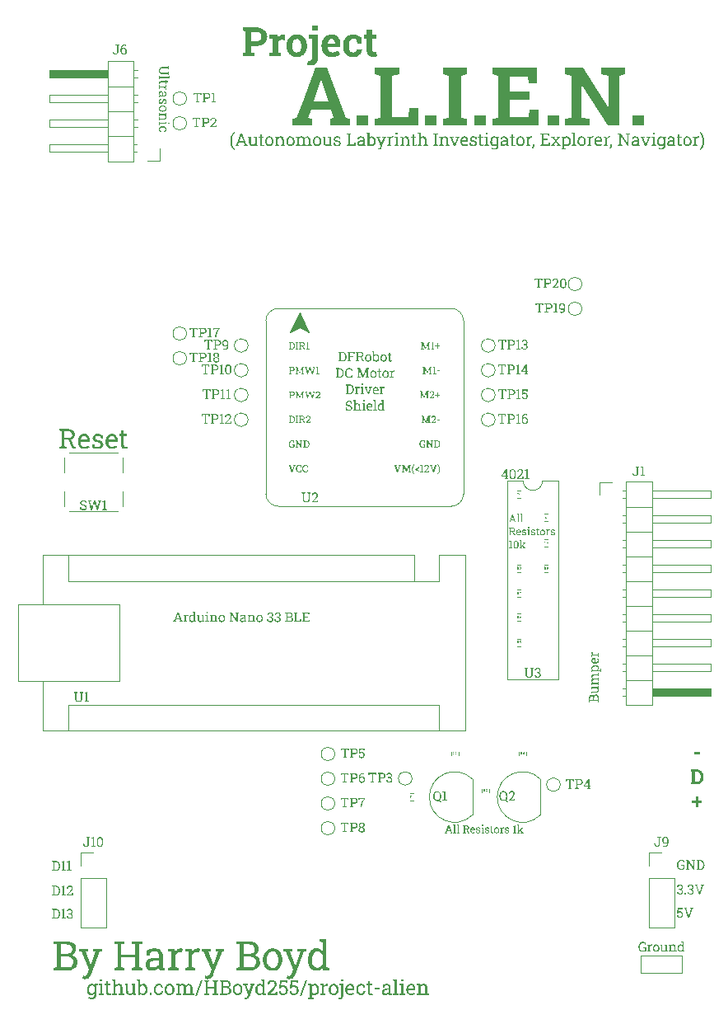
<source format=gbr>
%TF.GenerationSoftware,KiCad,Pcbnew,8.0.4*%
%TF.CreationDate,2024-09-06T19:17:10+01:00*%
%TF.ProjectId,ProjectALIENMainBoard,50726f6a-6563-4744-914c-49454e4d6169,1.0*%
%TF.SameCoordinates,Original*%
%TF.FileFunction,Legend,Top*%
%TF.FilePolarity,Positive*%
%FSLAX46Y46*%
G04 Gerber Fmt 4.6, Leading zero omitted, Abs format (unit mm)*
G04 Created by KiCad (PCBNEW 8.0.4) date 2024-09-06 19:17:10*
%MOMM*%
%LPD*%
G01*
G04 APERTURE LIST*
%ADD10C,0.100000*%
%ADD11C,0.200000*%
%ADD12C,0.260000*%
%ADD13C,0.175000*%
%ADD14C,0.150000*%
%ADD15C,0.040000*%
%ADD16C,0.300000*%
%ADD17C,0.120000*%
%ADD18C,0.050000*%
%ADD19C,0.125000*%
G04 APERTURE END LIST*
D10*
G36*
X105434003Y-139273287D02*
G01*
X105486832Y-139282333D01*
X105536411Y-139297410D01*
X105582742Y-139318517D01*
X105607757Y-139333287D01*
X105648633Y-139363016D01*
X105685348Y-139397280D01*
X105717903Y-139436079D01*
X105746297Y-139479412D01*
X105760654Y-139506210D01*
X105781971Y-139555803D01*
X105798053Y-139608412D01*
X105808899Y-139664035D01*
X105814028Y-139714113D01*
X105815364Y-139757536D01*
X105815364Y-139778786D01*
X105813509Y-139829647D01*
X105807945Y-139878551D01*
X105796765Y-139933131D01*
X105780536Y-139985047D01*
X105762607Y-140027425D01*
X105737518Y-140073503D01*
X105708198Y-140115140D01*
X105674646Y-140152336D01*
X105636864Y-140185091D01*
X105613375Y-140201814D01*
X105569377Y-140226653D01*
X105522013Y-140245391D01*
X105471283Y-140258029D01*
X105417187Y-140264565D01*
X105384764Y-140265562D01*
X104988358Y-140265562D01*
X104988358Y-140179344D01*
X105099732Y-140160293D01*
X105234310Y-140160293D01*
X105377925Y-140160293D01*
X105428850Y-140156216D01*
X105480494Y-140142125D01*
X105526939Y-140117968D01*
X105539858Y-140108758D01*
X105579113Y-140073008D01*
X105612310Y-140030485D01*
X105637008Y-139986423D01*
X105644150Y-139970516D01*
X105661860Y-139920394D01*
X105673774Y-139867296D01*
X105679498Y-139817600D01*
X105680786Y-139778786D01*
X105680786Y-139756315D01*
X105678496Y-139703406D01*
X105671627Y-139653367D01*
X105658425Y-139600503D01*
X105644150Y-139561898D01*
X105621088Y-139516397D01*
X105589709Y-139472548D01*
X105552271Y-139435759D01*
X105539858Y-139426099D01*
X105494974Y-139399824D01*
X105444889Y-139383280D01*
X105395368Y-139376711D01*
X105377925Y-139376273D01*
X105234310Y-139376273D01*
X105234310Y-140160293D01*
X105099732Y-140160293D01*
X105099732Y-139376273D01*
X104988358Y-139356978D01*
X104988358Y-139270272D01*
X105099732Y-139270272D01*
X105377925Y-139270272D01*
X105434003Y-139273287D01*
G37*
G36*
X105941882Y-140265562D02*
G01*
X105941882Y-140179344D01*
X106095510Y-140160293D01*
X106095510Y-139414375D01*
X105938951Y-139417306D01*
X105938951Y-139333042D01*
X106230333Y-139270272D01*
X106230333Y-140160293D01*
X106383473Y-140179344D01*
X106383473Y-140265562D01*
X105941882Y-140265562D01*
G37*
G36*
X106518295Y-140265562D02*
G01*
X106518295Y-140179344D01*
X106671924Y-140160293D01*
X106671924Y-139414375D01*
X106515364Y-139417306D01*
X106515364Y-139333042D01*
X106806746Y-139270272D01*
X106806746Y-140160293D01*
X106959886Y-140179344D01*
X106959886Y-140265562D01*
X106518295Y-140265562D01*
G37*
D11*
G36*
X135146838Y-62970376D02*
G01*
X135573286Y-63031926D01*
X135573286Y-63750000D01*
X133539232Y-63750000D01*
X133539232Y-63031926D01*
X133953956Y-62958653D01*
X133690174Y-62137997D01*
X131590174Y-62137997D01*
X131327857Y-62958653D01*
X131742581Y-63031926D01*
X131742581Y-63750000D01*
X129708527Y-63750000D01*
X129708527Y-63031926D01*
X130134975Y-62970376D01*
X130762156Y-61255792D01*
X131874473Y-61255792D01*
X133407341Y-61255792D01*
X132709783Y-59210013D01*
X132652630Y-59029762D01*
X132629183Y-59029762D01*
X132567634Y-59221737D01*
X131874473Y-61255792D01*
X130762156Y-61255792D01*
X132034207Y-57778262D01*
X133260795Y-57778262D01*
X135146838Y-62970376D01*
G37*
G36*
X136270844Y-63750000D02*
G01*
X136270844Y-62699267D01*
X137465191Y-62699267D01*
X137465191Y-63750000D01*
X136270844Y-63750000D01*
G37*
G36*
X138111458Y-63750000D02*
G01*
X138111458Y-63031926D01*
X138747466Y-62908827D01*
X138747466Y-58622365D01*
X138111458Y-58499267D01*
X138111458Y-57778262D01*
X138747466Y-57778262D01*
X139944745Y-57778262D01*
X140665750Y-57778262D01*
X140665750Y-58499267D01*
X139944745Y-58622365D01*
X139944745Y-62831158D01*
X141630020Y-62831158D01*
X141687173Y-61957745D01*
X142601618Y-61957745D01*
X142601618Y-63750000D01*
X138111458Y-63750000D01*
G37*
G36*
X143328485Y-63750000D02*
G01*
X143328485Y-62699267D01*
X144522833Y-62699267D01*
X144522833Y-63750000D01*
X143328485Y-63750000D01*
G37*
G36*
X145169099Y-63750000D02*
G01*
X145169099Y-63031926D01*
X145805108Y-62908827D01*
X145805108Y-58622365D01*
X145169099Y-58499267D01*
X145169099Y-57778262D01*
X147638394Y-57778262D01*
X147638394Y-58499267D01*
X147002386Y-58622365D01*
X147002386Y-62908827D01*
X147638394Y-63031926D01*
X147638394Y-63750000D01*
X145169099Y-63750000D01*
G37*
G36*
X148393105Y-63750000D02*
G01*
X148393105Y-62699267D01*
X149587452Y-62699267D01*
X149587452Y-63750000D01*
X148393105Y-63750000D01*
G37*
G36*
X150233719Y-63750000D02*
G01*
X150233719Y-63031926D01*
X150869727Y-62908827D01*
X150869727Y-58622365D01*
X150233719Y-58499267D01*
X150233719Y-57778262D01*
X154867494Y-57778262D01*
X154867494Y-59390265D01*
X153948653Y-59390265D01*
X153895896Y-58701500D01*
X152067006Y-58701500D01*
X152067006Y-60202128D01*
X154089337Y-60202128D01*
X154089337Y-61125366D01*
X152067006Y-61125366D01*
X152067006Y-62831158D01*
X153994082Y-62831158D01*
X154048304Y-62117480D01*
X154958353Y-62117480D01*
X154958353Y-63750000D01*
X150233719Y-63750000D01*
G37*
G36*
X155896245Y-63750000D02*
G01*
X155896245Y-62699267D01*
X157090593Y-62699267D01*
X157090593Y-63750000D01*
X155896245Y-63750000D01*
G37*
G36*
X157736859Y-63750000D02*
G01*
X157736859Y-63031926D01*
X158372868Y-62908827D01*
X158372868Y-58622365D01*
X157736859Y-58499267D01*
X157736859Y-57778262D01*
X158372868Y-57778262D01*
X159586266Y-57778262D01*
X162185987Y-61921109D01*
X162210900Y-61916713D01*
X162210900Y-58622365D01*
X161448862Y-58499267D01*
X161448862Y-57778262D01*
X163282149Y-57778262D01*
X163921088Y-57778262D01*
X163921088Y-58499267D01*
X163282149Y-58622365D01*
X163282149Y-63750000D01*
X162124438Y-63750000D01*
X159467564Y-59648185D01*
X159442651Y-59652581D01*
X159442651Y-62908827D01*
X160209085Y-63031926D01*
X160209085Y-63750000D01*
X157736859Y-63750000D01*
G37*
G36*
X164612784Y-63750000D02*
G01*
X164612784Y-62699267D01*
X165807131Y-62699267D01*
X165807131Y-63750000D01*
X164612784Y-63750000D01*
G37*
D12*
G36*
X126161304Y-53661641D02*
G01*
X126314902Y-53684173D01*
X126456593Y-53721725D01*
X126586378Y-53774298D01*
X126717000Y-53849015D01*
X126840791Y-53949708D01*
X126942114Y-54069005D01*
X126968129Y-54108422D01*
X127038454Y-54249086D01*
X127082733Y-54403632D01*
X127100314Y-54554592D01*
X127101486Y-54607411D01*
X127090937Y-54762177D01*
X127059291Y-54905814D01*
X126999385Y-55052360D01*
X126968129Y-55107131D01*
X126873547Y-55231481D01*
X126756497Y-55337082D01*
X126631941Y-55416095D01*
X126586378Y-55439057D01*
X126439533Y-55496084D01*
X126296353Y-55531106D01*
X126141267Y-55551382D01*
X125995799Y-55557027D01*
X125491681Y-55557027D01*
X125491681Y-56219413D01*
X125811151Y-56280963D01*
X125811151Y-56640000D01*
X124575038Y-56640000D01*
X124575038Y-56280963D01*
X124893042Y-56219413D01*
X124893042Y-55095408D01*
X125491681Y-55095408D01*
X125995799Y-55095408D01*
X126153622Y-55079303D01*
X126292812Y-55025001D01*
X126374619Y-54959120D01*
X126457641Y-54836052D01*
X126498339Y-54688314D01*
X126502847Y-54611807D01*
X126484815Y-54460853D01*
X126424583Y-54321274D01*
X126374619Y-54256434D01*
X126250239Y-54165346D01*
X126099578Y-54122482D01*
X125995799Y-54115750D01*
X125491681Y-54115750D01*
X125491681Y-55095408D01*
X124893042Y-55095408D01*
X124893042Y-54076182D01*
X124575038Y-54014633D01*
X124575038Y-53654131D01*
X124893042Y-53654131D01*
X125995799Y-53654131D01*
X126161304Y-53661641D01*
G37*
G36*
X127351346Y-56640000D02*
G01*
X127351346Y-56280963D01*
X127638576Y-56219413D01*
X127638576Y-54843349D01*
X127320572Y-54781800D01*
X127320572Y-54421297D01*
X128196182Y-54421297D01*
X128218897Y-54696071D01*
X128222561Y-54745163D01*
X128295648Y-54613221D01*
X128395908Y-54497043D01*
X128425526Y-54472588D01*
X128558700Y-54403346D01*
X128704512Y-54380355D01*
X128714954Y-54380265D01*
X128831458Y-54389790D01*
X128945031Y-54412505D01*
X128881284Y-54964249D01*
X128583796Y-54948129D01*
X128437286Y-54964103D01*
X128377166Y-54991360D01*
X128264949Y-55094454D01*
X128237215Y-55132777D01*
X128237215Y-56219413D01*
X128524445Y-56280963D01*
X128524445Y-56640000D01*
X127351346Y-56640000D01*
G37*
G36*
X130295633Y-54389286D02*
G01*
X130442728Y-54416352D01*
X130593759Y-54468367D01*
X130700648Y-54524612D01*
X130823491Y-54614502D01*
X130929062Y-54721779D01*
X131017361Y-54846445D01*
X131058953Y-54923217D01*
X131119521Y-55072438D01*
X131156718Y-55215491D01*
X131178254Y-55368346D01*
X131184249Y-55510132D01*
X131184249Y-55553363D01*
X131176418Y-55714563D01*
X131152925Y-55866238D01*
X131113770Y-56008387D01*
X131058953Y-56141011D01*
X130980250Y-56275633D01*
X130884274Y-56392635D01*
X130771027Y-56492017D01*
X130700648Y-56539616D01*
X130561867Y-56609039D01*
X130408479Y-56655742D01*
X130259872Y-56678182D01*
X130140844Y-56683230D01*
X129982483Y-56674255D01*
X129835662Y-56647327D01*
X129684284Y-56595575D01*
X129576643Y-56539616D01*
X129452679Y-56450022D01*
X129346220Y-56342809D01*
X129257264Y-56217976D01*
X129215408Y-56141011D01*
X129155194Y-55991140D01*
X129118214Y-55847800D01*
X129096804Y-55694934D01*
X129090844Y-55553363D01*
X129090844Y-55510132D01*
X129689483Y-55510132D01*
X129689483Y-55553363D01*
X129697102Y-55708385D01*
X129722346Y-55857209D01*
X129735645Y-55905806D01*
X129795362Y-56040444D01*
X129882191Y-56141011D01*
X130013438Y-56207962D01*
X130140844Y-56223810D01*
X130289761Y-56200028D01*
X130394368Y-56139546D01*
X130489190Y-56023884D01*
X130540181Y-55905073D01*
X130574367Y-55752617D01*
X130587064Y-55602776D01*
X130587808Y-55553363D01*
X130587808Y-55510132D01*
X130579948Y-55357725D01*
X130553902Y-55210904D01*
X130540181Y-55162819D01*
X130480097Y-55028363D01*
X130393635Y-54926880D01*
X130263212Y-54857560D01*
X130136448Y-54841151D01*
X129988054Y-54865346D01*
X129882191Y-54926880D01*
X129786415Y-55043367D01*
X129735645Y-55162819D01*
X129702511Y-55313944D01*
X129690204Y-55461589D01*
X129689483Y-55510132D01*
X129090844Y-55510132D01*
X129098629Y-55349619D01*
X129121985Y-55198539D01*
X129160911Y-55056894D01*
X129215408Y-54924682D01*
X129294523Y-54789648D01*
X129390911Y-54672234D01*
X129504570Y-54572440D01*
X129575177Y-54524612D01*
X129714668Y-54454835D01*
X129868532Y-54407894D01*
X130017368Y-54385339D01*
X130136448Y-54380265D01*
X130295633Y-54389286D01*
G37*
G36*
X131536692Y-57536127D02*
G01*
X131387871Y-57528562D01*
X131383551Y-57528066D01*
X131241402Y-57501688D01*
X131272177Y-57048129D01*
X131367431Y-57067180D01*
X131472944Y-57074508D01*
X131614596Y-57026813D01*
X131655394Y-56982184D01*
X131710456Y-56845943D01*
X131721339Y-56722065D01*
X131721339Y-54843349D01*
X131401137Y-54781800D01*
X131401137Y-54421297D01*
X132317780Y-54421297D01*
X132317780Y-56722065D01*
X132307928Y-56884909D01*
X132278370Y-57030432D01*
X132220462Y-57175535D01*
X132136816Y-57298015D01*
X132111884Y-57325101D01*
X131983142Y-57427110D01*
X131847003Y-57489759D01*
X131690440Y-57526029D01*
X131536692Y-57536127D01*
G37*
G36*
X131692763Y-53951618D02*
G01*
X131692763Y-53440907D01*
X132311919Y-53440907D01*
X132311919Y-53951618D01*
X131692763Y-53951618D01*
G37*
G36*
X133849409Y-54389654D02*
G01*
X133996267Y-54417823D01*
X134141496Y-54471146D01*
X134194298Y-54498967D01*
X134323660Y-54592956D01*
X134429644Y-54711707D01*
X134505708Y-54841151D01*
X134562122Y-54990058D01*
X134595031Y-55139859D01*
X134611015Y-55304613D01*
X134612686Y-55382637D01*
X134612686Y-55708702D01*
X133308429Y-55708702D01*
X133304033Y-55721158D01*
X133330710Y-55867192D01*
X133376573Y-55981277D01*
X133466358Y-56098837D01*
X133548032Y-56159330D01*
X133687573Y-56211468D01*
X133816943Y-56223810D01*
X133965986Y-56214633D01*
X134114318Y-56184614D01*
X134123224Y-56182044D01*
X134264091Y-56129654D01*
X134400928Y-56057480D01*
X134562861Y-56426775D01*
X134439802Y-56510505D01*
X134305386Y-56576845D01*
X134217745Y-56610690D01*
X134067494Y-56651990D01*
X133918429Y-56674659D01*
X133757487Y-56683160D01*
X133740739Y-56683230D01*
X133586729Y-56674438D01*
X133425400Y-56643526D01*
X133276707Y-56590357D01*
X133184598Y-56542547D01*
X133059521Y-56455124D01*
X132951367Y-56351124D01*
X132860138Y-56230548D01*
X132816769Y-56156399D01*
X132754075Y-56012407D01*
X132711900Y-55857402D01*
X132691635Y-55710376D01*
X132687076Y-55594396D01*
X132687076Y-55512330D01*
X132694723Y-55351817D01*
X132702172Y-55302770D01*
X133306231Y-55302770D01*
X133312093Y-55313028D01*
X134052882Y-55313028D01*
X134052882Y-55259539D01*
X134040224Y-55112612D01*
X134016978Y-55027264D01*
X133934492Y-54901827D01*
X133901939Y-54876322D01*
X133757271Y-54826176D01*
X133697508Y-54822833D01*
X133551609Y-54852617D01*
X133496741Y-54885847D01*
X133397319Y-54999603D01*
X133368513Y-55057306D01*
X133322546Y-55204023D01*
X133306231Y-55302770D01*
X132702172Y-55302770D01*
X132717667Y-55200737D01*
X132755906Y-55059092D01*
X132809441Y-54926880D01*
X132886683Y-54791672D01*
X132979921Y-54673737D01*
X133089156Y-54573073D01*
X133156755Y-54524612D01*
X133289663Y-54453946D01*
X133435323Y-54406812D01*
X133593734Y-54383209D01*
X133687250Y-54380265D01*
X133849409Y-54389654D01*
G37*
G36*
X135932330Y-56683230D02*
G01*
X135777679Y-56674255D01*
X135616724Y-56642699D01*
X135469564Y-56588422D01*
X135379120Y-56539616D01*
X135256928Y-56450196D01*
X135151660Y-56343505D01*
X135063316Y-56219541D01*
X135021549Y-56143210D01*
X134961335Y-55994864D01*
X134920827Y-55835043D01*
X134901364Y-55683345D01*
X134896985Y-55563621D01*
X134896985Y-55502072D01*
X134904907Y-55342704D01*
X134928675Y-55192861D01*
X134974354Y-55035673D01*
X135023747Y-54921751D01*
X135103693Y-54788134D01*
X135200100Y-54671673D01*
X135312967Y-54572368D01*
X135382784Y-54524612D01*
X135519518Y-54454835D01*
X135669235Y-54407894D01*
X135831935Y-54383789D01*
X135927934Y-54380265D01*
X136089900Y-54387626D01*
X136238651Y-54409708D01*
X136388431Y-54451511D01*
X136443775Y-54473321D01*
X136583188Y-54540847D01*
X136713156Y-54622610D01*
X136795484Y-54689476D01*
X136791821Y-55325484D01*
X136340460Y-55325484D01*
X136260593Y-54929811D01*
X136135296Y-54849944D01*
X135991126Y-54819289D01*
X135981423Y-54819169D01*
X135831397Y-54839685D01*
X135709581Y-54901235D01*
X135605562Y-55015583D01*
X135548381Y-55134975D01*
X135512317Y-55279892D01*
X135496912Y-55436309D01*
X135495624Y-55502072D01*
X135495624Y-55563621D01*
X135502637Y-55710347D01*
X135529009Y-55859415D01*
X135554975Y-55938046D01*
X135629409Y-56072037D01*
X135713977Y-56154200D01*
X135854867Y-56215584D01*
X135936727Y-56223810D01*
X136086532Y-56200442D01*
X136189518Y-56141011D01*
X136282226Y-56017795D01*
X136322142Y-55905806D01*
X136832854Y-55905806D01*
X136838715Y-55918262D01*
X136806483Y-56072937D01*
X136758147Y-56212547D01*
X136700230Y-56326392D01*
X136610894Y-56444304D01*
X136497859Y-56539753D01*
X136409337Y-56590907D01*
X136268341Y-56643470D01*
X136119277Y-56672321D01*
X135968111Y-56682870D01*
X135932330Y-56683230D01*
G37*
G36*
X137978841Y-56683230D02*
G01*
X137815800Y-56669784D01*
X137661154Y-56623301D01*
X137534415Y-56543617D01*
X137501835Y-56513237D01*
X137413736Y-56387142D01*
X137362344Y-56240497D01*
X137338851Y-56083773D01*
X137334773Y-55973217D01*
X137334773Y-54841151D01*
X137029225Y-54841151D01*
X137029225Y-54421297D01*
X137334773Y-54421297D01*
X137334773Y-53877613D01*
X137931214Y-53877613D01*
X137931214Y-54421297D01*
X138339344Y-54421297D01*
X138339344Y-54841151D01*
X137931214Y-54841151D01*
X137931214Y-55971751D01*
X137959225Y-56119279D01*
X137985436Y-56156399D01*
X138123252Y-56211139D01*
X138134912Y-56211353D01*
X138241158Y-56204026D01*
X138339344Y-56188639D01*
X138390635Y-56621681D01*
X138243493Y-56656303D01*
X138190600Y-56665645D01*
X138044543Y-56681513D01*
X137978841Y-56683230D01*
G37*
D10*
G36*
X169531592Y-142693639D02*
G01*
X169482049Y-142691011D01*
X169430672Y-142681929D01*
X169383159Y-142666358D01*
X169369659Y-142660422D01*
X169324460Y-142634295D01*
X169286592Y-142601588D01*
X169258528Y-142566144D01*
X169236093Y-142521313D01*
X169223528Y-142471114D01*
X169220670Y-142420820D01*
X169222624Y-142416667D01*
X169351096Y-142416667D01*
X169356592Y-142465821D01*
X169373078Y-142507770D01*
X169405639Y-142547075D01*
X169435360Y-142567121D01*
X169482590Y-142583701D01*
X169531592Y-142588370D01*
X169581418Y-142583838D01*
X169627908Y-142568385D01*
X169665681Y-142541964D01*
X169695299Y-142500759D01*
X169710441Y-142452066D01*
X169714285Y-142404455D01*
X169710064Y-142351499D01*
X169695667Y-142304212D01*
X169671054Y-142268412D01*
X169627864Y-142240105D01*
X169578410Y-142227425D01*
X169535011Y-142224693D01*
X169417530Y-142224693D01*
X169417530Y-142119424D01*
X169535011Y-142119424D01*
X169585730Y-142115023D01*
X169630754Y-142099396D01*
X169668230Y-142067186D01*
X169683022Y-142041266D01*
X169696057Y-141993610D01*
X169699142Y-141949919D01*
X169694992Y-141900498D01*
X169679055Y-141851772D01*
X169656644Y-141819982D01*
X169615621Y-141791201D01*
X169565876Y-141777657D01*
X169531592Y-141775530D01*
X169482438Y-141780781D01*
X169440001Y-141796535D01*
X169399912Y-141827215D01*
X169379428Y-141855153D01*
X169362049Y-141901993D01*
X169357935Y-141944302D01*
X169228731Y-141944302D01*
X169227509Y-141940150D01*
X169230870Y-141890186D01*
X169245267Y-141839302D01*
X169263413Y-141803618D01*
X169293163Y-141764304D01*
X169330359Y-141730994D01*
X169370636Y-141705921D01*
X169416159Y-141686730D01*
X169466024Y-141674646D01*
X169520230Y-141669671D01*
X169531592Y-141669529D01*
X169581449Y-141672113D01*
X169634601Y-141681662D01*
X169682354Y-141698246D01*
X169730318Y-141725815D01*
X169751654Y-141743046D01*
X169787558Y-141783712D01*
X169813204Y-141832194D01*
X169827229Y-141881028D01*
X169833399Y-141935845D01*
X169833720Y-141952606D01*
X169827553Y-142002574D01*
X169810912Y-142048628D01*
X169796351Y-142075460D01*
X169763252Y-142117168D01*
X169723679Y-142148220D01*
X169684732Y-142168517D01*
X169730999Y-142187787D01*
X169772663Y-142215408D01*
X169806648Y-142253339D01*
X169811494Y-142261085D01*
X169832770Y-142306029D01*
X169845214Y-142354552D01*
X169848863Y-142401769D01*
X169845637Y-142450848D01*
X169834484Y-142500622D01*
X169813014Y-142549588D01*
X169808075Y-142557840D01*
X169776506Y-142599153D01*
X169737549Y-142633423D01*
X169695723Y-142658468D01*
X169648840Y-142677015D01*
X169597949Y-142688693D01*
X169548722Y-142693330D01*
X169531592Y-142693639D01*
G37*
G36*
X170024718Y-142679229D02*
G01*
X170024718Y-142541231D01*
X170159296Y-142541231D01*
X170159296Y-142679229D01*
X170024718Y-142679229D01*
G37*
G36*
X170624823Y-142693639D02*
G01*
X170575280Y-142691011D01*
X170523903Y-142681929D01*
X170476390Y-142666358D01*
X170462890Y-142660422D01*
X170417691Y-142634295D01*
X170379823Y-142601588D01*
X170351759Y-142566144D01*
X170329324Y-142521313D01*
X170316759Y-142471114D01*
X170313901Y-142420820D01*
X170315855Y-142416667D01*
X170444327Y-142416667D01*
X170449823Y-142465821D01*
X170466309Y-142507770D01*
X170498870Y-142547075D01*
X170528591Y-142567121D01*
X170575821Y-142583701D01*
X170624823Y-142588370D01*
X170674649Y-142583838D01*
X170721139Y-142568385D01*
X170758912Y-142541964D01*
X170788530Y-142500759D01*
X170803672Y-142452066D01*
X170807516Y-142404455D01*
X170803295Y-142351499D01*
X170788898Y-142304212D01*
X170764285Y-142268412D01*
X170721095Y-142240105D01*
X170671641Y-142227425D01*
X170628242Y-142224693D01*
X170510761Y-142224693D01*
X170510761Y-142119424D01*
X170628242Y-142119424D01*
X170678961Y-142115023D01*
X170723985Y-142099396D01*
X170761461Y-142067186D01*
X170776253Y-142041266D01*
X170789288Y-141993610D01*
X170792373Y-141949919D01*
X170788223Y-141900498D01*
X170772286Y-141851772D01*
X170749875Y-141819982D01*
X170708852Y-141791201D01*
X170659107Y-141777657D01*
X170624823Y-141775530D01*
X170575669Y-141780781D01*
X170533232Y-141796535D01*
X170493143Y-141827215D01*
X170472659Y-141855153D01*
X170455280Y-141901993D01*
X170451166Y-141944302D01*
X170321961Y-141944302D01*
X170320740Y-141940150D01*
X170324101Y-141890186D01*
X170338498Y-141839302D01*
X170356644Y-141803618D01*
X170386394Y-141764304D01*
X170423590Y-141730994D01*
X170463867Y-141705921D01*
X170509390Y-141686730D01*
X170559255Y-141674646D01*
X170613461Y-141669671D01*
X170624823Y-141669529D01*
X170674680Y-141672113D01*
X170727832Y-141681662D01*
X170775585Y-141698246D01*
X170823549Y-141725815D01*
X170844885Y-141743046D01*
X170880789Y-141783712D01*
X170906435Y-141832194D01*
X170920460Y-141881028D01*
X170926630Y-141935845D01*
X170926951Y-141952606D01*
X170920784Y-142002574D01*
X170904143Y-142048628D01*
X170889582Y-142075460D01*
X170856483Y-142117168D01*
X170816910Y-142148220D01*
X170777963Y-142168517D01*
X170824230Y-142187787D01*
X170865894Y-142215408D01*
X170899879Y-142253339D01*
X170904725Y-142261085D01*
X170926001Y-142306029D01*
X170938445Y-142354552D01*
X170942094Y-142401769D01*
X170938868Y-142450848D01*
X170927715Y-142500622D01*
X170906245Y-142549588D01*
X170901306Y-142557840D01*
X170869737Y-142599153D01*
X170830780Y-142633423D01*
X170788954Y-142658468D01*
X170742071Y-142677015D01*
X170691180Y-142688693D01*
X170641953Y-142693330D01*
X170624823Y-142693639D01*
G37*
G36*
X171476009Y-142679229D02*
G01*
X171142617Y-141781636D01*
X171063239Y-141770645D01*
X171063239Y-141683939D01*
X171377579Y-141683939D01*
X171377579Y-141770645D01*
X171286721Y-141785055D01*
X171509714Y-142418133D01*
X171532918Y-142496779D01*
X171537070Y-142496779D01*
X171561494Y-142418133D01*
X171792548Y-141784323D01*
X171691431Y-141770645D01*
X171691431Y-141683939D01*
X172005283Y-141683939D01*
X172005283Y-141770645D01*
X171925172Y-141781636D01*
X171591536Y-142679229D01*
X171476009Y-142679229D01*
G37*
G36*
X105434003Y-144182906D02*
G01*
X105486832Y-144191952D01*
X105536411Y-144207029D01*
X105582742Y-144228136D01*
X105607757Y-144242906D01*
X105648633Y-144272635D01*
X105685348Y-144306899D01*
X105717903Y-144345698D01*
X105746297Y-144389031D01*
X105760654Y-144415829D01*
X105781971Y-144465422D01*
X105798053Y-144518031D01*
X105808899Y-144573654D01*
X105814028Y-144623732D01*
X105815364Y-144667155D01*
X105815364Y-144688405D01*
X105813509Y-144739266D01*
X105807945Y-144788170D01*
X105796765Y-144842750D01*
X105780536Y-144894666D01*
X105762607Y-144937044D01*
X105737518Y-144983122D01*
X105708198Y-145024759D01*
X105674646Y-145061955D01*
X105636864Y-145094710D01*
X105613375Y-145111433D01*
X105569377Y-145136272D01*
X105522013Y-145155010D01*
X105471283Y-145167648D01*
X105417187Y-145174184D01*
X105384764Y-145175181D01*
X104988358Y-145175181D01*
X104988358Y-145088963D01*
X105099732Y-145069912D01*
X105234310Y-145069912D01*
X105377925Y-145069912D01*
X105428850Y-145065835D01*
X105480494Y-145051744D01*
X105526939Y-145027587D01*
X105539858Y-145018377D01*
X105579113Y-144982627D01*
X105612310Y-144940104D01*
X105637008Y-144896042D01*
X105644150Y-144880135D01*
X105661860Y-144830013D01*
X105673774Y-144776915D01*
X105679498Y-144727219D01*
X105680786Y-144688405D01*
X105680786Y-144665934D01*
X105678496Y-144613025D01*
X105671627Y-144562986D01*
X105658425Y-144510122D01*
X105644150Y-144471517D01*
X105621088Y-144426016D01*
X105589709Y-144382167D01*
X105552271Y-144345378D01*
X105539858Y-144335718D01*
X105494974Y-144309443D01*
X105444889Y-144292899D01*
X105395368Y-144286330D01*
X105377925Y-144285892D01*
X105234310Y-144285892D01*
X105234310Y-145069912D01*
X105099732Y-145069912D01*
X105099732Y-144285892D01*
X104988358Y-144266597D01*
X104988358Y-144179891D01*
X105099732Y-144179891D01*
X105377925Y-144179891D01*
X105434003Y-144182906D01*
G37*
G36*
X105941882Y-145175181D02*
G01*
X105941882Y-145088963D01*
X106095510Y-145069912D01*
X106095510Y-144323994D01*
X105938951Y-144326925D01*
X105938951Y-144242661D01*
X106230333Y-144179891D01*
X106230333Y-145069912D01*
X106383473Y-145088963D01*
X106383473Y-145175181D01*
X105941882Y-145175181D01*
G37*
G36*
X106797709Y-145189591D02*
G01*
X106748166Y-145186963D01*
X106696789Y-145177881D01*
X106649276Y-145162310D01*
X106635776Y-145156374D01*
X106590577Y-145130247D01*
X106552709Y-145097540D01*
X106524645Y-145062096D01*
X106502210Y-145017265D01*
X106489645Y-144967066D01*
X106486787Y-144916772D01*
X106488741Y-144912619D01*
X106617213Y-144912619D01*
X106622709Y-144961773D01*
X106639195Y-145003722D01*
X106671756Y-145043027D01*
X106701477Y-145063073D01*
X106748707Y-145079653D01*
X106797709Y-145084322D01*
X106847535Y-145079790D01*
X106894025Y-145064337D01*
X106931798Y-145037916D01*
X106961416Y-144996711D01*
X106976558Y-144948018D01*
X106980402Y-144900407D01*
X106976181Y-144847451D01*
X106961784Y-144800164D01*
X106937171Y-144764364D01*
X106893981Y-144736057D01*
X106844527Y-144723377D01*
X106801128Y-144720645D01*
X106683647Y-144720645D01*
X106683647Y-144615376D01*
X106801128Y-144615376D01*
X106851847Y-144610975D01*
X106896871Y-144595348D01*
X106934347Y-144563138D01*
X106949139Y-144537218D01*
X106962174Y-144489562D01*
X106965259Y-144445871D01*
X106961109Y-144396450D01*
X106945172Y-144347724D01*
X106922761Y-144315934D01*
X106881738Y-144287153D01*
X106831993Y-144273609D01*
X106797709Y-144271482D01*
X106748555Y-144276733D01*
X106706118Y-144292487D01*
X106666029Y-144323167D01*
X106645545Y-144351105D01*
X106628166Y-144397945D01*
X106624052Y-144440254D01*
X106494848Y-144440254D01*
X106493626Y-144436102D01*
X106496987Y-144386138D01*
X106511384Y-144335254D01*
X106529530Y-144299570D01*
X106559280Y-144260256D01*
X106596476Y-144226946D01*
X106636753Y-144201873D01*
X106682276Y-144182682D01*
X106732141Y-144170598D01*
X106786347Y-144165623D01*
X106797709Y-144165481D01*
X106847566Y-144168065D01*
X106900718Y-144177614D01*
X106948471Y-144194198D01*
X106996435Y-144221767D01*
X107017771Y-144238998D01*
X107053675Y-144279664D01*
X107079321Y-144328146D01*
X107093346Y-144376980D01*
X107099516Y-144431797D01*
X107099837Y-144448558D01*
X107093670Y-144498526D01*
X107077029Y-144544580D01*
X107062468Y-144571412D01*
X107029369Y-144613120D01*
X106989796Y-144644172D01*
X106950849Y-144664469D01*
X106997116Y-144683739D01*
X107038780Y-144711360D01*
X107072765Y-144749291D01*
X107077611Y-144757037D01*
X107098887Y-144801981D01*
X107111331Y-144850504D01*
X107114980Y-144897721D01*
X107111754Y-144946800D01*
X107100601Y-144996574D01*
X107079131Y-145045540D01*
X107074192Y-145053792D01*
X107042623Y-145095105D01*
X107003666Y-145129375D01*
X106961840Y-145154420D01*
X106914957Y-145172967D01*
X106864066Y-145184645D01*
X106814839Y-145189282D01*
X106797709Y-145189591D01*
G37*
G36*
X169526218Y-145079879D02*
G01*
X169475400Y-145076873D01*
X169423411Y-145066625D01*
X169375520Y-145049104D01*
X169333114Y-145024426D01*
X169294685Y-144989472D01*
X169271229Y-144957757D01*
X169250045Y-144912708D01*
X169238212Y-144860848D01*
X169235569Y-144807792D01*
X169237035Y-144803640D01*
X169358668Y-144803640D01*
X169364209Y-144854868D01*
X169382894Y-144901207D01*
X169405562Y-144929425D01*
X169448098Y-144958681D01*
X169495233Y-144972448D01*
X169526218Y-144974610D01*
X169575902Y-144968743D01*
X169621903Y-144948734D01*
X169658842Y-144914526D01*
X169685680Y-144867827D01*
X169700411Y-144816307D01*
X169705797Y-144762557D01*
X169705981Y-144749662D01*
X169702214Y-144698196D01*
X169689191Y-144647583D01*
X169666865Y-144603886D01*
X169658354Y-144592126D01*
X169621449Y-144557223D01*
X169575885Y-144536808D01*
X169526951Y-144530821D01*
X169477515Y-144533649D01*
X169429457Y-144545430D01*
X169411668Y-144554757D01*
X169377459Y-144589722D01*
X169359400Y-144628030D01*
X169247293Y-144616306D01*
X169304690Y-144070179D01*
X169830301Y-144070179D01*
X169830301Y-144267039D01*
X169729184Y-144267039D01*
X169716239Y-144189858D01*
X169418996Y-144189858D01*
X169386756Y-144469272D01*
X169428229Y-144443183D01*
X169431208Y-144441672D01*
X169478202Y-144423792D01*
X169483476Y-144422377D01*
X169532902Y-144414588D01*
X169545269Y-144414073D01*
X169594780Y-144416945D01*
X169645079Y-144427841D01*
X169690416Y-144446846D01*
X169703050Y-144454129D01*
X169745058Y-144486159D01*
X169779736Y-144526501D01*
X169804899Y-144570388D01*
X169823704Y-144620181D01*
X169834674Y-144669482D01*
X169840002Y-144723032D01*
X169840559Y-144748197D01*
X169837719Y-144802379D01*
X169829199Y-144852542D01*
X169813070Y-144903566D01*
X169804655Y-144922586D01*
X169779005Y-144965925D01*
X169746628Y-145002824D01*
X169707526Y-145033283D01*
X169698898Y-145038602D01*
X169651915Y-145060369D01*
X169604205Y-145073067D01*
X169551356Y-145079234D01*
X169526218Y-145079879D01*
G37*
G36*
X170365192Y-145065469D02*
G01*
X170031801Y-144167876D01*
X169952422Y-144156885D01*
X169952422Y-144070179D01*
X170266763Y-144070179D01*
X170266763Y-144156885D01*
X170175904Y-144171295D01*
X170398898Y-144804373D01*
X170422101Y-144883019D01*
X170426253Y-144883019D01*
X170450677Y-144804373D01*
X170681731Y-144170563D01*
X170580615Y-144156885D01*
X170580615Y-144070179D01*
X170894467Y-144070179D01*
X170894467Y-144156885D01*
X170814355Y-144167876D01*
X170480719Y-145065469D01*
X170365192Y-145065469D01*
G37*
G36*
X105434003Y-141796666D02*
G01*
X105486832Y-141805712D01*
X105536411Y-141820789D01*
X105582742Y-141841896D01*
X105607757Y-141856666D01*
X105648633Y-141886395D01*
X105685348Y-141920659D01*
X105717903Y-141959458D01*
X105746297Y-142002791D01*
X105760654Y-142029589D01*
X105781971Y-142079182D01*
X105798053Y-142131791D01*
X105808899Y-142187414D01*
X105814028Y-142237492D01*
X105815364Y-142280915D01*
X105815364Y-142302165D01*
X105813509Y-142353026D01*
X105807945Y-142401930D01*
X105796765Y-142456510D01*
X105780536Y-142508426D01*
X105762607Y-142550804D01*
X105737518Y-142596882D01*
X105708198Y-142638519D01*
X105674646Y-142675715D01*
X105636864Y-142708470D01*
X105613375Y-142725193D01*
X105569377Y-142750032D01*
X105522013Y-142768770D01*
X105471283Y-142781408D01*
X105417187Y-142787944D01*
X105384764Y-142788941D01*
X104988358Y-142788941D01*
X104988358Y-142702723D01*
X105099732Y-142683672D01*
X105234310Y-142683672D01*
X105377925Y-142683672D01*
X105428850Y-142679595D01*
X105480494Y-142665504D01*
X105526939Y-142641347D01*
X105539858Y-142632137D01*
X105579113Y-142596387D01*
X105612310Y-142553864D01*
X105637008Y-142509802D01*
X105644150Y-142493895D01*
X105661860Y-142443773D01*
X105673774Y-142390675D01*
X105679498Y-142340979D01*
X105680786Y-142302165D01*
X105680786Y-142279694D01*
X105678496Y-142226785D01*
X105671627Y-142176746D01*
X105658425Y-142123882D01*
X105644150Y-142085277D01*
X105621088Y-142039776D01*
X105589709Y-141995927D01*
X105552271Y-141959138D01*
X105539858Y-141949478D01*
X105494974Y-141923203D01*
X105444889Y-141906659D01*
X105395368Y-141900090D01*
X105377925Y-141899652D01*
X105234310Y-141899652D01*
X105234310Y-142683672D01*
X105099732Y-142683672D01*
X105099732Y-141899652D01*
X104988358Y-141880357D01*
X104988358Y-141793651D01*
X105099732Y-141793651D01*
X105377925Y-141793651D01*
X105434003Y-141796666D01*
G37*
G36*
X105941882Y-142788941D02*
G01*
X105941882Y-142702723D01*
X106095510Y-142683672D01*
X106095510Y-141937754D01*
X105938951Y-141940685D01*
X105938951Y-141856421D01*
X106230333Y-141793651D01*
X106230333Y-142683672D01*
X106383473Y-142702723D01*
X106383473Y-142788941D01*
X105941882Y-142788941D01*
G37*
G36*
X106501686Y-142788941D02*
G01*
X106501686Y-142696617D01*
X106827995Y-142334405D01*
X106861716Y-142295636D01*
X106893135Y-142257233D01*
X106918609Y-142223274D01*
X106945120Y-142181876D01*
X106964527Y-142139499D01*
X106975651Y-142091433D01*
X106977471Y-142061585D01*
X106971117Y-142009046D01*
X106952055Y-141963171D01*
X106932286Y-141936289D01*
X106893085Y-141905182D01*
X106842894Y-141888432D01*
X106803326Y-141885242D01*
X106752422Y-141890394D01*
X106705077Y-141907962D01*
X106666794Y-141937998D01*
X106638983Y-141979295D01*
X106623718Y-142025854D01*
X106618137Y-142075099D01*
X106617946Y-142086987D01*
X106488741Y-142086987D01*
X106487520Y-142082834D01*
X106490106Y-142030666D01*
X106500610Y-141981932D01*
X106519033Y-141936632D01*
X106523668Y-141927984D01*
X106554100Y-141884177D01*
X106592672Y-141847122D01*
X106634799Y-141819296D01*
X106682984Y-141798173D01*
X106730960Y-141785851D01*
X106783302Y-141779866D01*
X106807967Y-141779241D01*
X106859030Y-141782081D01*
X106910826Y-141791898D01*
X106957423Y-141808728D01*
X106970388Y-141815144D01*
X107013543Y-141842945D01*
X107049309Y-141876980D01*
X107075413Y-141913330D01*
X107096410Y-141958203D01*
X107108692Y-142007521D01*
X107112293Y-142056212D01*
X107107571Y-142107342D01*
X107094641Y-142154773D01*
X107090800Y-142164900D01*
X107070031Y-142209200D01*
X107042652Y-142254387D01*
X107027785Y-142275542D01*
X106997416Y-142315249D01*
X106963064Y-142356457D01*
X106928379Y-142395221D01*
X106666550Y-142680252D01*
X106668016Y-142683672D01*
X107021435Y-142683672D01*
X107032182Y-142569610D01*
X107146487Y-142569610D01*
X107146487Y-142788941D01*
X106501686Y-142788941D01*
G37*
G36*
X106622100Y-147511240D02*
G01*
X106776042Y-147532570D01*
X106937408Y-147575426D01*
X107079140Y-147637636D01*
X107184996Y-147706364D01*
X107300401Y-147819799D01*
X107382833Y-147958606D01*
X107427913Y-148100873D01*
X107447748Y-148262565D01*
X107448778Y-148312330D01*
X107427979Y-148466775D01*
X107365579Y-148607434D01*
X107322749Y-148667704D01*
X107216790Y-148773972D01*
X107087955Y-148857572D01*
X106989357Y-148900711D01*
X107137260Y-148946372D01*
X107265527Y-149019242D01*
X107298569Y-149045059D01*
X107407115Y-149156503D01*
X107489579Y-149288877D01*
X107498604Y-149308108D01*
X107547190Y-149449139D01*
X107568568Y-149601669D01*
X107569678Y-149647362D01*
X107560302Y-149794185D01*
X107525660Y-149948354D01*
X107465494Y-150084079D01*
X107365476Y-150216612D01*
X107302965Y-150273845D01*
X107177267Y-150358069D01*
X107033547Y-150421607D01*
X106871805Y-150464458D01*
X106718825Y-150484722D01*
X106581228Y-150490000D01*
X105166329Y-150490000D01*
X105166329Y-150231346D01*
X105500453Y-150174193D01*
X105904187Y-150174193D01*
X106581228Y-150174193D01*
X106742170Y-150160884D01*
X106891107Y-150115499D01*
X107010607Y-150037906D01*
X107103926Y-149919616D01*
X107154176Y-149769178D01*
X107163747Y-149651025D01*
X107151350Y-149497270D01*
X107107327Y-149349874D01*
X107025075Y-149227231D01*
X106935136Y-149157166D01*
X106794965Y-149103996D01*
X106642777Y-149089023D01*
X105904187Y-149089023D01*
X105904187Y-150174193D01*
X105500453Y-150174193D01*
X105500453Y-148773217D01*
X105904187Y-148773217D01*
X106558513Y-148773217D01*
X106709982Y-148755494D01*
X106847562Y-148696294D01*
X106910223Y-148647187D01*
X107001885Y-148519380D01*
X107041038Y-148369308D01*
X107044312Y-148303538D01*
X107026390Y-148151759D01*
X106958995Y-148009668D01*
X106892637Y-147942302D01*
X106759819Y-147869075D01*
X106604577Y-147831640D01*
X106453733Y-147822135D01*
X105904187Y-147822135D01*
X105904187Y-148773217D01*
X105500453Y-148773217D01*
X105500453Y-147822135D01*
X105166329Y-147764249D01*
X105166329Y-147504131D01*
X105500453Y-147504131D01*
X106453733Y-147504131D01*
X106622100Y-147511240D01*
G37*
G36*
X108344905Y-151386127D02*
G01*
X108221074Y-151374403D01*
X108104570Y-151353154D01*
X108145603Y-151035150D01*
X108242323Y-151042477D01*
X108326587Y-151045408D01*
X108468897Y-151007054D01*
X108536147Y-150947222D01*
X108619255Y-150822427D01*
X108682727Y-150688910D01*
X108687090Y-150678311D01*
X108783810Y-150444570D01*
X107998325Y-148564389D01*
X107760188Y-148531416D01*
X107760188Y-148271297D01*
X108691486Y-148271297D01*
X108691486Y-148531416D01*
X108422575Y-148572449D01*
X108855617Y-149681800D01*
X108959665Y-149971228D01*
X108972121Y-149971228D01*
X109485031Y-148572449D01*
X109202198Y-148531416D01*
X109202198Y-148271297D01*
X110114445Y-148271297D01*
X110114445Y-148531416D01*
X109885101Y-148564389D01*
X109010956Y-150830718D01*
X108947618Y-150973064D01*
X108873011Y-151100597D01*
X108862212Y-151116482D01*
X108765675Y-151228956D01*
X108648988Y-151314319D01*
X108509952Y-151368175D01*
X108355983Y-151386056D01*
X108344905Y-151386127D01*
G37*
G36*
X111365212Y-150490000D02*
G01*
X111365212Y-150231346D01*
X111699337Y-150174193D01*
X111699337Y-147822135D01*
X111365212Y-147764249D01*
X111365212Y-147504131D01*
X112437194Y-147504131D01*
X112437194Y-147764249D01*
X112103070Y-147822135D01*
X112103070Y-148853817D01*
X113530425Y-148853817D01*
X113530425Y-147822135D01*
X113196301Y-147764249D01*
X113196301Y-147504131D01*
X113530425Y-147504131D01*
X113934891Y-147504131D01*
X114269016Y-147504131D01*
X114269016Y-147764249D01*
X113934891Y-147822135D01*
X113934891Y-150174193D01*
X114269016Y-150231346D01*
X114269016Y-150490000D01*
X113196301Y-150490000D01*
X113196301Y-150231346D01*
X113530425Y-150174193D01*
X113530425Y-149171088D01*
X112103070Y-149171088D01*
X112103070Y-150174193D01*
X112437194Y-150231346D01*
X112437194Y-150490000D01*
X111365212Y-150490000D01*
G37*
G36*
X115677814Y-148239486D02*
G01*
X115829412Y-148267150D01*
X115982232Y-148321349D01*
X116113253Y-148399637D01*
X116142602Y-148422972D01*
X116243261Y-148529722D01*
X116322125Y-148674667D01*
X116361670Y-148825597D01*
X116372679Y-148974717D01*
X116372679Y-150043035D01*
X116373412Y-150127299D01*
X116378541Y-150209364D01*
X116593963Y-150231346D01*
X116593963Y-150490000D01*
X116013642Y-150490000D01*
X115987060Y-150341691D01*
X115985066Y-150328066D01*
X115970411Y-150184452D01*
X115865957Y-150297678D01*
X115741912Y-150394459D01*
X115678053Y-150433579D01*
X115543414Y-150494304D01*
X115390113Y-150528462D01*
X115304361Y-150533230D01*
X115141420Y-150522652D01*
X114982855Y-150485461D01*
X114850487Y-150421492D01*
X114776796Y-150363970D01*
X114681742Y-150244659D01*
X114621893Y-150098299D01*
X114598129Y-149943449D01*
X114596771Y-149895024D01*
X115000279Y-149895024D01*
X115032051Y-150043895D01*
X115090404Y-150117773D01*
X115230588Y-150182012D01*
X115363712Y-150194710D01*
X115521152Y-150178868D01*
X115667225Y-150131343D01*
X115730809Y-150098722D01*
X115850352Y-150013728D01*
X115949517Y-149899729D01*
X115968946Y-149866448D01*
X115968946Y-149464912D01*
X115558618Y-149464912D01*
X115397732Y-149477935D01*
X115252164Y-149522344D01*
X115139497Y-149598269D01*
X115044328Y-149720345D01*
X115001502Y-149864526D01*
X115000279Y-149895024D01*
X114596771Y-149895024D01*
X114596545Y-149886964D01*
X114612826Y-149736320D01*
X114667206Y-149590330D01*
X114712316Y-149519134D01*
X114813673Y-149411320D01*
X114944088Y-149323084D01*
X115047173Y-149275136D01*
X115192932Y-149229154D01*
X115338431Y-149202331D01*
X115497492Y-149189303D01*
X115572540Y-149187941D01*
X115968946Y-149187941D01*
X115968946Y-148970321D01*
X115948751Y-148822071D01*
X115875260Y-148687980D01*
X115846580Y-148658911D01*
X115720577Y-148583277D01*
X115569667Y-148550970D01*
X115502930Y-148548269D01*
X115350524Y-148560151D01*
X115261130Y-148581974D01*
X115123132Y-148643675D01*
X115074284Y-148675031D01*
X115031053Y-148984975D01*
X114719644Y-148984975D01*
X114719644Y-148476461D01*
X114849196Y-148387430D01*
X114983165Y-148322635D01*
X115067690Y-148292547D01*
X115223246Y-148254594D01*
X115376520Y-148235191D01*
X115509525Y-148230265D01*
X115677814Y-148239486D01*
G37*
G36*
X116903907Y-150490000D02*
G01*
X116903907Y-150231346D01*
X117238032Y-150174193D01*
X117238032Y-148588569D01*
X116903907Y-148531416D01*
X116903907Y-148271297D01*
X117598534Y-148271297D01*
X117633705Y-148554131D01*
X117637369Y-148592965D01*
X117721423Y-148467060D01*
X117828173Y-148358788D01*
X117870376Y-148326985D01*
X118009062Y-148257562D01*
X118154480Y-148231115D01*
X118187648Y-148230265D01*
X118317341Y-148241256D01*
X118412595Y-148262505D01*
X118359839Y-148638394D01*
X118078471Y-148621542D01*
X117931376Y-148634731D01*
X117809560Y-148694815D01*
X117703094Y-148805814D01*
X117641765Y-148916831D01*
X117641765Y-150174193D01*
X117975889Y-150231346D01*
X117975889Y-150490000D01*
X116903907Y-150490000D01*
G37*
G36*
X118653663Y-150490000D02*
G01*
X118653663Y-150231346D01*
X118987787Y-150174193D01*
X118987787Y-148588569D01*
X118653663Y-148531416D01*
X118653663Y-148271297D01*
X119348290Y-148271297D01*
X119383461Y-148554131D01*
X119387124Y-148592965D01*
X119471179Y-148467060D01*
X119577929Y-148358788D01*
X119620132Y-148326985D01*
X119758817Y-148257562D01*
X119904235Y-148231115D01*
X119937404Y-148230265D01*
X120067096Y-148241256D01*
X120162351Y-148262505D01*
X120109595Y-148638394D01*
X119828227Y-148621542D01*
X119681132Y-148634731D01*
X119559316Y-148694815D01*
X119452850Y-148805814D01*
X119391521Y-148916831D01*
X119391521Y-150174193D01*
X119725645Y-150231346D01*
X119725645Y-150490000D01*
X118653663Y-150490000D01*
G37*
G36*
X120927320Y-151386127D02*
G01*
X120803489Y-151374403D01*
X120686985Y-151353154D01*
X120728018Y-151035150D01*
X120824738Y-151042477D01*
X120909002Y-151045408D01*
X121051311Y-151007054D01*
X121118562Y-150947222D01*
X121201669Y-150822427D01*
X121265142Y-150688910D01*
X121269504Y-150678311D01*
X121366224Y-150444570D01*
X120580739Y-148564389D01*
X120342602Y-148531416D01*
X120342602Y-148271297D01*
X121273900Y-148271297D01*
X121273900Y-148531416D01*
X121004989Y-148572449D01*
X121438032Y-149681800D01*
X121542079Y-149971228D01*
X121554535Y-149971228D01*
X122067445Y-148572449D01*
X121784612Y-148531416D01*
X121784612Y-148271297D01*
X122696859Y-148271297D01*
X122696859Y-148531416D01*
X122467515Y-148564389D01*
X121593370Y-150830718D01*
X121530033Y-150973064D01*
X121455425Y-151100597D01*
X121444626Y-151116482D01*
X121348089Y-151228956D01*
X121231402Y-151314319D01*
X121092367Y-151368175D01*
X120938397Y-151386056D01*
X120927320Y-151386127D01*
G37*
G36*
X125403398Y-147511240D02*
G01*
X125557340Y-147532570D01*
X125718706Y-147575426D01*
X125860438Y-147637636D01*
X125966294Y-147706364D01*
X126081699Y-147819799D01*
X126164131Y-147958606D01*
X126209211Y-148100873D01*
X126229046Y-148262565D01*
X126230076Y-148312330D01*
X126209277Y-148466775D01*
X126146877Y-148607434D01*
X126104047Y-148667704D01*
X125998088Y-148773972D01*
X125869253Y-148857572D01*
X125770655Y-148900711D01*
X125918558Y-148946372D01*
X126046825Y-149019242D01*
X126079867Y-149045059D01*
X126188413Y-149156503D01*
X126270877Y-149288877D01*
X126279902Y-149308108D01*
X126328488Y-149449139D01*
X126349866Y-149601669D01*
X126350976Y-149647362D01*
X126341600Y-149794185D01*
X126306958Y-149948354D01*
X126246792Y-150084079D01*
X126146774Y-150216612D01*
X126084263Y-150273845D01*
X125958565Y-150358069D01*
X125814845Y-150421607D01*
X125653103Y-150464458D01*
X125500123Y-150484722D01*
X125362526Y-150490000D01*
X123947627Y-150490000D01*
X123947627Y-150231346D01*
X124281751Y-150174193D01*
X124685484Y-150174193D01*
X125362526Y-150174193D01*
X125523468Y-150160884D01*
X125672405Y-150115499D01*
X125791905Y-150037906D01*
X125885224Y-149919616D01*
X125935474Y-149769178D01*
X125945045Y-149651025D01*
X125932648Y-149497270D01*
X125888625Y-149349874D01*
X125806373Y-149227231D01*
X125716434Y-149157166D01*
X125576263Y-149103996D01*
X125424075Y-149089023D01*
X124685484Y-149089023D01*
X124685484Y-150174193D01*
X124281751Y-150174193D01*
X124281751Y-148773217D01*
X124685484Y-148773217D01*
X125339811Y-148773217D01*
X125491280Y-148755494D01*
X125628860Y-148696294D01*
X125691521Y-148647187D01*
X125783183Y-148519380D01*
X125822336Y-148369308D01*
X125825610Y-148303538D01*
X125807688Y-148151759D01*
X125740293Y-148009668D01*
X125673935Y-147942302D01*
X125541117Y-147869075D01*
X125385875Y-147831640D01*
X125235031Y-147822135D01*
X124685484Y-147822135D01*
X124685484Y-148773217D01*
X124281751Y-148773217D01*
X124281751Y-147822135D01*
X123947627Y-147764249D01*
X123947627Y-147504131D01*
X124281751Y-147504131D01*
X125235031Y-147504131D01*
X125403398Y-147511240D01*
G37*
G36*
X127791292Y-148239378D02*
G01*
X127945562Y-148271417D01*
X128086269Y-148326524D01*
X128172540Y-148376078D01*
X128289780Y-148466321D01*
X128390907Y-148573837D01*
X128475921Y-148698625D01*
X128516189Y-148775415D01*
X128574986Y-148924462D01*
X128611096Y-149067069D01*
X128632002Y-149219202D01*
X128637822Y-149360132D01*
X128637822Y-149404829D01*
X128630220Y-149565388D01*
X128607414Y-149716605D01*
X128569404Y-149858479D01*
X128516189Y-149991011D01*
X128440242Y-150125633D01*
X128348415Y-150242635D01*
X128240706Y-150342017D01*
X128174005Y-150389616D01*
X128042867Y-150459039D01*
X127898399Y-150505742D01*
X127740600Y-150529724D01*
X127647173Y-150533230D01*
X127498613Y-150524209D01*
X127344181Y-150492492D01*
X127203197Y-150437939D01*
X127116678Y-150388883D01*
X126999734Y-150298581D01*
X126898671Y-150190892D01*
X126813489Y-150065814D01*
X126773028Y-149988813D01*
X126714585Y-149839231D01*
X126678693Y-149696636D01*
X126657913Y-149544972D01*
X126652128Y-149404829D01*
X126652128Y-149360132D01*
X127056594Y-149360132D01*
X127056594Y-149404829D01*
X127064300Y-149559637D01*
X127090283Y-149715090D01*
X127121807Y-149822484D01*
X127186271Y-149958622D01*
X127280038Y-150076831D01*
X127319644Y-150111912D01*
X127447611Y-150184040D01*
X127599420Y-150215776D01*
X127647173Y-150217424D01*
X127793348Y-150200011D01*
X127936166Y-150136641D01*
X127969574Y-150111912D01*
X128071495Y-150004221D01*
X128149012Y-149867077D01*
X128166678Y-149822484D01*
X128207310Y-149677541D01*
X128228082Y-149532366D01*
X128233356Y-149404829D01*
X128233356Y-149360132D01*
X128225477Y-149205410D01*
X128198910Y-149050249D01*
X128166678Y-148943210D01*
X128101860Y-148806718D01*
X128008254Y-148688669D01*
X127968841Y-148653782D01*
X127831873Y-148578047D01*
X127678761Y-148549196D01*
X127642777Y-148548269D01*
X127496360Y-148565683D01*
X127361401Y-148623385D01*
X127318911Y-148653782D01*
X127216629Y-148761112D01*
X127139312Y-148898456D01*
X127121807Y-148943210D01*
X127082068Y-149087706D01*
X127060670Y-149246422D01*
X127056594Y-149360132D01*
X126652128Y-149360132D01*
X126659684Y-149200580D01*
X126682353Y-149050188D01*
X126725920Y-148891944D01*
X126773028Y-148776880D01*
X126849387Y-148641788D01*
X126941627Y-148524200D01*
X127049748Y-148424116D01*
X127116678Y-148376078D01*
X127248350Y-148305592D01*
X127392773Y-148258174D01*
X127549948Y-148233825D01*
X127642777Y-148230265D01*
X127791292Y-148239378D01*
G37*
G36*
X129359560Y-151386127D02*
G01*
X129235729Y-151374403D01*
X129119225Y-151353154D01*
X129160258Y-151035150D01*
X129256978Y-151042477D01*
X129341242Y-151045408D01*
X129483551Y-151007054D01*
X129550802Y-150947222D01*
X129633909Y-150822427D01*
X129697382Y-150688910D01*
X129701744Y-150678311D01*
X129798464Y-150444570D01*
X129012979Y-148564389D01*
X128774842Y-148531416D01*
X128774842Y-148271297D01*
X129706140Y-148271297D01*
X129706140Y-148531416D01*
X129437229Y-148572449D01*
X129870272Y-149681800D01*
X129974319Y-149971228D01*
X129986775Y-149971228D01*
X130499685Y-148572449D01*
X130216852Y-148531416D01*
X130216852Y-148271297D01*
X131129099Y-148271297D01*
X131129099Y-148531416D01*
X130899755Y-148564389D01*
X130025610Y-150830718D01*
X129962273Y-150973064D01*
X129887665Y-151100597D01*
X129876866Y-151116482D01*
X129780329Y-151228956D01*
X129663642Y-151314319D01*
X129524607Y-151368175D01*
X129370637Y-151386056D01*
X129359560Y-151386127D01*
G37*
G36*
X133180006Y-150174193D02*
G01*
X133514131Y-150231346D01*
X133514131Y-150490000D01*
X132829762Y-150490000D01*
X132796789Y-150225484D01*
X132700577Y-150336627D01*
X132578841Y-150429272D01*
X132530809Y-150455561D01*
X132384069Y-150508655D01*
X132230731Y-150531334D01*
X132167376Y-150533230D01*
X132020962Y-150522624D01*
X131872556Y-150485959D01*
X131739177Y-150423104D01*
X131702093Y-150399141D01*
X131590066Y-150304645D01*
X131495784Y-150189684D01*
X131419248Y-150054258D01*
X131406071Y-150024717D01*
X131356483Y-149883269D01*
X131323124Y-149729301D01*
X131307095Y-149581931D01*
X131303489Y-149464912D01*
X131303489Y-149421681D01*
X131707955Y-149421681D01*
X131707955Y-149464912D01*
X131716519Y-149623777D01*
X131746626Y-149782903D01*
X131798410Y-149921279D01*
X131844975Y-150002002D01*
X131945668Y-150109035D01*
X132090150Y-150180985D01*
X132252152Y-150204770D01*
X132269958Y-150204968D01*
X132416738Y-150189260D01*
X132557697Y-150132840D01*
X132573307Y-150122903D01*
X132685598Y-150023984D01*
X132771239Y-149900637D01*
X132776273Y-149891360D01*
X132776273Y-148861877D01*
X132686697Y-148736580D01*
X132573307Y-148640593D01*
X132435737Y-148579043D01*
X132284473Y-148558607D01*
X132273621Y-148558527D01*
X132128172Y-148576666D01*
X131987995Y-148642676D01*
X131955617Y-148668436D01*
X131858685Y-148780235D01*
X131790277Y-148913182D01*
X131769504Y-148971786D01*
X131731997Y-149125728D01*
X131712823Y-149282410D01*
X131707955Y-149421681D01*
X131303489Y-149421681D01*
X131308397Y-149269807D01*
X131326029Y-149106626D01*
X131356483Y-148954527D01*
X131399759Y-148813512D01*
X131406071Y-148796664D01*
X131471076Y-148654907D01*
X131560435Y-148519695D01*
X131667825Y-148407954D01*
X131703558Y-148379009D01*
X131832959Y-148300569D01*
X131977530Y-148251182D01*
X132137271Y-148230846D01*
X132171039Y-148230265D01*
X132323447Y-148242237D01*
X132470267Y-148281907D01*
X132518353Y-148302805D01*
X132650201Y-148385140D01*
X132755828Y-148487842D01*
X132776273Y-148513098D01*
X132776273Y-147608911D01*
X132442149Y-147551025D01*
X132442149Y-147290907D01*
X132776273Y-147290907D01*
X133180006Y-147290907D01*
X133180006Y-150174193D01*
G37*
G36*
X109094626Y-151870902D02*
G01*
X109167588Y-151890177D01*
X109203419Y-151906165D01*
X109267683Y-151949081D01*
X109321989Y-152006022D01*
X109335676Y-152024867D01*
X109353995Y-151885648D01*
X109524354Y-151885648D01*
X109661741Y-151885648D01*
X109661741Y-152014609D01*
X109524354Y-152043941D01*
X109524354Y-152980711D01*
X109520094Y-153058307D01*
X109505368Y-153137047D01*
X109480123Y-153207915D01*
X109470498Y-153227641D01*
X109427672Y-153293250D01*
X109373243Y-153347518D01*
X109313695Y-153387009D01*
X109244987Y-153416569D01*
X109167550Y-153435180D01*
X109090392Y-153442570D01*
X109063101Y-153443063D01*
X108984984Y-153438233D01*
X108912594Y-153426233D01*
X108889445Y-153421081D01*
X108817525Y-153400560D01*
X108748322Y-153372511D01*
X108725680Y-153360997D01*
X108777704Y-153204193D01*
X108847668Y-153234333D01*
X108911060Y-153253286D01*
X108986989Y-153267849D01*
X109060903Y-153272704D01*
X109138348Y-153265298D01*
X109207255Y-153240043D01*
X109259106Y-153196866D01*
X109297729Y-153130921D01*
X109317474Y-153054539D01*
X109322487Y-152980711D01*
X109322487Y-152875198D01*
X109270655Y-152929655D01*
X109206094Y-152973683D01*
X109192062Y-152980711D01*
X109121356Y-153005255D01*
X109047915Y-153015738D01*
X109017672Y-153016615D01*
X108944527Y-153011312D01*
X108870052Y-152992979D01*
X108802732Y-152961552D01*
X108783932Y-152949570D01*
X108726966Y-152902251D01*
X108678802Y-152844555D01*
X108639440Y-152776485D01*
X108632623Y-152761625D01*
X108607121Y-152690811D01*
X108589965Y-152613969D01*
X108581722Y-152540605D01*
X108579867Y-152482456D01*
X108579867Y-152460840D01*
X108782100Y-152460840D01*
X108782100Y-152482456D01*
X108786519Y-152561888D01*
X108802056Y-152641451D01*
X108828779Y-152710639D01*
X108852808Y-152751001D01*
X108904228Y-152804517D01*
X108970102Y-152838213D01*
X109050430Y-152852087D01*
X109068230Y-152852484D01*
X109142372Y-152844560D01*
X109213195Y-152816098D01*
X109221004Y-152811085D01*
X109277150Y-152760801D01*
X109319970Y-152698188D01*
X109322487Y-152693482D01*
X109322487Y-152182770D01*
X109277424Y-152119389D01*
X109220638Y-152070662D01*
X109151853Y-152039613D01*
X109075555Y-152029304D01*
X109070062Y-152029263D01*
X108997096Y-152038393D01*
X108926127Y-152071618D01*
X108909595Y-152084584D01*
X108859666Y-152140984D01*
X108824355Y-152207672D01*
X108813607Y-152236992D01*
X108794408Y-152313808D01*
X108784592Y-152391736D01*
X108782100Y-152460840D01*
X108579867Y-152460840D01*
X108582391Y-152384903D01*
X108591459Y-152303313D01*
X108607121Y-152227263D01*
X108629378Y-152156756D01*
X108632623Y-152148332D01*
X108666069Y-152077453D01*
X108706645Y-152016080D01*
X108760090Y-151959036D01*
X108783932Y-151939504D01*
X108849319Y-151900284D01*
X108922292Y-151875591D01*
X109002849Y-151865423D01*
X109019870Y-151865132D01*
X109094626Y-151870902D01*
G37*
G36*
X109754431Y-152995000D02*
G01*
X109754431Y-152865673D01*
X109921493Y-152837096D01*
X109921493Y-152044284D01*
X109754431Y-152015708D01*
X109754431Y-151885648D01*
X110123360Y-151885648D01*
X110123360Y-152837096D01*
X110290422Y-152865673D01*
X110290422Y-152995000D01*
X109754431Y-152995000D01*
G37*
G36*
X109911235Y-151611608D02*
G01*
X109911235Y-151395453D01*
X110123360Y-151395453D01*
X110123360Y-151611608D01*
X109911235Y-151611608D01*
G37*
G36*
X110821284Y-153012585D02*
G01*
X110742671Y-153004057D01*
X110670637Y-152975300D01*
X110626011Y-152940411D01*
X110582030Y-152873847D01*
X110560886Y-152799802D01*
X110553908Y-152718722D01*
X110553838Y-152708869D01*
X110553838Y-152035125D01*
X110378349Y-152035125D01*
X110378349Y-151885648D01*
X110553838Y-151885648D01*
X110553838Y-151617836D01*
X110755704Y-151617836D01*
X110755704Y-151885648D01*
X110996772Y-151885648D01*
X110996772Y-152035125D01*
X110755704Y-152035125D01*
X110755704Y-152708869D01*
X110764700Y-152781941D01*
X110787578Y-152826838D01*
X110853400Y-152863601D01*
X110872575Y-152864940D01*
X110946978Y-152859144D01*
X110952442Y-152858346D01*
X111021318Y-152846256D01*
X111049162Y-152978513D01*
X110975217Y-152996296D01*
X110940718Y-153002327D01*
X110867683Y-153010892D01*
X110821284Y-153012585D01*
G37*
G36*
X111151378Y-152995000D02*
G01*
X111151378Y-152865673D01*
X111318440Y-152837096D01*
X111318440Y-151554455D01*
X111151378Y-151525512D01*
X111151378Y-151395453D01*
X111520673Y-151395453D01*
X111520673Y-152033293D01*
X111571403Y-151974089D01*
X111630718Y-151926857D01*
X111660990Y-151909096D01*
X111731585Y-151880631D01*
X111808226Y-151866678D01*
X111845638Y-151865132D01*
X111919857Y-151870234D01*
X111995277Y-151888558D01*
X112068136Y-151925101D01*
X112122243Y-151971744D01*
X112165360Y-152032217D01*
X112196157Y-152107024D01*
X112212999Y-152184239D01*
X112219929Y-152259157D01*
X112220795Y-152299640D01*
X112220795Y-152837096D01*
X112388224Y-152865673D01*
X112388224Y-152995000D01*
X111851866Y-152995000D01*
X111851866Y-152865673D01*
X112018928Y-152837096D01*
X112018928Y-152297808D01*
X112013168Y-152218954D01*
X111991049Y-152142842D01*
X111959944Y-152094842D01*
X111897252Y-152050013D01*
X111825880Y-152031569D01*
X111784089Y-152029263D01*
X111709422Y-152037957D01*
X111637054Y-152066396D01*
X111632780Y-152068831D01*
X111570682Y-152115176D01*
X111523444Y-152171601D01*
X111520673Y-152175809D01*
X111520673Y-152837096D01*
X111687735Y-152865673D01*
X111687735Y-152995000D01*
X111151378Y-152995000D01*
G37*
G36*
X112972208Y-153016615D02*
G01*
X112897117Y-153011075D01*
X112820530Y-152991177D01*
X112753789Y-152956807D01*
X112696894Y-152907967D01*
X112690474Y-152900844D01*
X112646075Y-152834715D01*
X112617632Y-152763629D01*
X112598902Y-152680201D01*
X112590577Y-152598868D01*
X112588991Y-152539609D01*
X112588991Y-152044284D01*
X112461863Y-152015708D01*
X112461863Y-151885648D01*
X112588991Y-151885648D01*
X112790858Y-151885648D01*
X112790858Y-152541807D01*
X112794109Y-152623552D01*
X112805540Y-152698984D01*
X112833584Y-152772331D01*
X112842882Y-152785806D01*
X112904877Y-152833665D01*
X112979444Y-152851442D01*
X113006280Y-152852484D01*
X113081757Y-152846353D01*
X113156399Y-152823703D01*
X113183967Y-152808886D01*
X113242345Y-152760044D01*
X113285590Y-152695263D01*
X113290212Y-152685422D01*
X113290212Y-152044284D01*
X113141468Y-152015708D01*
X113141468Y-151885648D01*
X113290212Y-151885648D01*
X113492079Y-151885648D01*
X113492079Y-152837096D01*
X113619207Y-152865673D01*
X113619207Y-152995000D01*
X113310729Y-152995000D01*
X113297540Y-152830868D01*
X113253971Y-152892143D01*
X113197120Y-152945500D01*
X113162351Y-152968621D01*
X113091203Y-152999695D01*
X113018122Y-153014318D01*
X112972208Y-153016615D01*
G37*
G36*
X114037595Y-152016807D02*
G01*
X114088205Y-151958784D01*
X114148352Y-151914225D01*
X114167288Y-151903967D01*
X114239977Y-151877420D01*
X114316516Y-151866080D01*
X114348272Y-151865132D01*
X114422336Y-151871015D01*
X114497082Y-151891351D01*
X114563887Y-151926213D01*
X114582379Y-151939504D01*
X114638622Y-151991854D01*
X114685992Y-152055939D01*
X114721038Y-152123649D01*
X114731123Y-152148332D01*
X114753883Y-152218147D01*
X114770141Y-152293504D01*
X114779895Y-152374401D01*
X114783096Y-152449732D01*
X114783147Y-152460840D01*
X114783147Y-152482456D01*
X114779895Y-152559850D01*
X114768464Y-152641007D01*
X114748803Y-152715904D01*
X114731123Y-152762358D01*
X114694401Y-152832118D01*
X114648806Y-152891645D01*
X114594337Y-152940939D01*
X114582379Y-152949570D01*
X114518137Y-152984926D01*
X114446309Y-153007187D01*
X114366897Y-153016353D01*
X114350104Y-153016615D01*
X114272738Y-153010793D01*
X114197879Y-152991347D01*
X114161427Y-152975216D01*
X114096662Y-152931168D01*
X114045690Y-152876829D01*
X114028436Y-152852484D01*
X114009752Y-152995000D01*
X113835362Y-152995000D01*
X113835362Y-152195226D01*
X114037595Y-152195226D01*
X114037595Y-152685422D01*
X114079010Y-152750546D01*
X114132500Y-152801664D01*
X114140544Y-152807421D01*
X114207799Y-152839766D01*
X114281610Y-152852088D01*
X114298813Y-152852484D01*
X114373330Y-152844456D01*
X114442396Y-152816707D01*
X114501673Y-152763290D01*
X114510572Y-152751001D01*
X114547087Y-152681170D01*
X114568387Y-152607371D01*
X114578124Y-152533062D01*
X114579815Y-152482456D01*
X114579815Y-152460840D01*
X114576809Y-152383775D01*
X114566561Y-152306111D01*
X114549040Y-152235893D01*
X114518775Y-152164024D01*
X114474417Y-152102314D01*
X114455617Y-152084218D01*
X114389741Y-152044773D01*
X114314748Y-152029746D01*
X114296981Y-152029263D01*
X114220846Y-152037889D01*
X114151724Y-152066273D01*
X114139445Y-152074326D01*
X114081926Y-152127083D01*
X114039980Y-152190517D01*
X114037595Y-152195226D01*
X113835362Y-152195226D01*
X113835362Y-151554455D01*
X113668300Y-151525512D01*
X113668300Y-151395453D01*
X114037595Y-151395453D01*
X114037595Y-152016807D01*
G37*
G36*
X115007362Y-152995000D02*
G01*
X115007362Y-152788004D01*
X115209228Y-152788004D01*
X115209228Y-152995000D01*
X115007362Y-152995000D01*
G37*
G36*
X115941591Y-153016615D02*
G01*
X115859787Y-153011051D01*
X115784184Y-152994358D01*
X115714784Y-152966538D01*
X115678907Y-152946273D01*
X115620023Y-152902388D01*
X115563909Y-152843497D01*
X115521789Y-152781381D01*
X115505617Y-152751001D01*
X115475864Y-152677479D01*
X115455849Y-152597871D01*
X115446232Y-152521999D01*
X115444068Y-152461939D01*
X115444068Y-152418709D01*
X115447777Y-152341818D01*
X115458906Y-152269049D01*
X115480293Y-152192110D01*
X115503419Y-152135875D01*
X115541125Y-152069569D01*
X115587062Y-152011609D01*
X115641228Y-151961995D01*
X115674877Y-151938039D01*
X115741151Y-151902796D01*
X115814265Y-151879087D01*
X115894217Y-151866912D01*
X115941591Y-151865132D01*
X116022176Y-151869425D01*
X116096322Y-151882305D01*
X116170444Y-151906391D01*
X116176796Y-151909096D01*
X116242461Y-151943217D01*
X116305307Y-151989327D01*
X116346423Y-152029996D01*
X116351552Y-152296709D01*
X116193649Y-152296709D01*
X116158845Y-152102903D01*
X116099728Y-152058862D01*
X116071650Y-152045750D01*
X115999007Y-152027174D01*
X115948551Y-152024134D01*
X115873899Y-152034372D01*
X115803252Y-152068064D01*
X115790282Y-152077623D01*
X115736407Y-152131048D01*
X115696677Y-152193089D01*
X115684036Y-152220139D01*
X115661041Y-152289794D01*
X115648659Y-152365219D01*
X115646301Y-152418709D01*
X115646301Y-152461939D01*
X115650457Y-152541335D01*
X115664470Y-152619457D01*
X115681472Y-152672233D01*
X115715365Y-152737916D01*
X115763089Y-152793775D01*
X115782955Y-152809986D01*
X115850596Y-152844960D01*
X115923606Y-152858284D01*
X115940491Y-152858712D01*
X116018035Y-152849400D01*
X116088560Y-152818546D01*
X116110484Y-152802292D01*
X116159762Y-152744860D01*
X116188984Y-152671299D01*
X116193649Y-152647320D01*
X116375366Y-152647320D01*
X116377198Y-152653548D01*
X116365412Y-152728947D01*
X116338389Y-152800356D01*
X116320778Y-152831967D01*
X116271908Y-152894218D01*
X116214026Y-152942234D01*
X116174598Y-152966057D01*
X116104419Y-152994841D01*
X116031605Y-153010641D01*
X115950203Y-153016566D01*
X115941591Y-153016615D01*
G37*
G36*
X117133259Y-151869689D02*
G01*
X117210394Y-151885708D01*
X117280748Y-151913262D01*
X117323883Y-151938039D01*
X117382503Y-151983160D01*
X117433067Y-152036918D01*
X117475574Y-152099312D01*
X117495708Y-152137707D01*
X117525106Y-152212231D01*
X117543161Y-152283534D01*
X117553614Y-152359601D01*
X117556524Y-152430066D01*
X117556524Y-152452414D01*
X117552723Y-152532694D01*
X117541320Y-152608302D01*
X117522315Y-152679239D01*
X117495708Y-152745505D01*
X117457734Y-152812816D01*
X117411820Y-152871317D01*
X117357966Y-152921008D01*
X117324616Y-152944808D01*
X117259047Y-152979519D01*
X117186813Y-153002871D01*
X117107913Y-153014862D01*
X117061200Y-153016615D01*
X116986919Y-153012104D01*
X116909704Y-152996246D01*
X116839212Y-152968969D01*
X116795952Y-152944441D01*
X116737480Y-152899290D01*
X116686949Y-152845446D01*
X116644358Y-152782907D01*
X116624127Y-152744406D01*
X116594906Y-152669615D01*
X116576960Y-152598318D01*
X116566570Y-152522486D01*
X116563677Y-152452414D01*
X116563677Y-152430066D01*
X116765910Y-152430066D01*
X116765910Y-152452414D01*
X116769763Y-152529818D01*
X116782755Y-152607545D01*
X116798517Y-152661242D01*
X116830749Y-152729311D01*
X116877632Y-152788415D01*
X116897435Y-152805956D01*
X116961418Y-152842020D01*
X117037323Y-152857888D01*
X117061200Y-152858712D01*
X117134287Y-152850005D01*
X117205696Y-152818320D01*
X117222400Y-152805956D01*
X117273360Y-152752110D01*
X117312119Y-152683538D01*
X117320952Y-152661242D01*
X117341268Y-152588770D01*
X117351654Y-152516183D01*
X117354291Y-152452414D01*
X117354291Y-152430066D01*
X117350352Y-152352705D01*
X117337068Y-152275124D01*
X117320952Y-152221605D01*
X117288543Y-152153359D01*
X117241740Y-152094334D01*
X117222034Y-152076891D01*
X117153550Y-152039023D01*
X117076994Y-152024598D01*
X117059002Y-152024134D01*
X116985793Y-152032841D01*
X116918313Y-152061692D01*
X116897069Y-152076891D01*
X116845928Y-152130556D01*
X116807269Y-152199228D01*
X116798517Y-152221605D01*
X116778647Y-152293853D01*
X116767948Y-152373211D01*
X116765910Y-152430066D01*
X116563677Y-152430066D01*
X116567455Y-152350290D01*
X116578790Y-152275094D01*
X116600573Y-152195972D01*
X116624127Y-152138440D01*
X116662307Y-152070894D01*
X116708427Y-152012100D01*
X116762487Y-151962058D01*
X116795952Y-151938039D01*
X116861788Y-151902796D01*
X116934000Y-151879087D01*
X117012587Y-151866912D01*
X117059002Y-151865132D01*
X117133259Y-151869689D01*
G37*
G36*
X117711496Y-152995000D02*
G01*
X117711496Y-152865673D01*
X117878558Y-152837096D01*
X117878558Y-152044284D01*
X117711496Y-152015708D01*
X117711496Y-151885648D01*
X118060275Y-151885648D01*
X118073464Y-152029996D01*
X118121943Y-151971922D01*
X118180458Y-151925700D01*
X118210851Y-151908363D01*
X118283669Y-151880373D01*
X118358613Y-151867201D01*
X118405757Y-151865132D01*
X118484359Y-151872345D01*
X118559628Y-151896438D01*
X118595900Y-151916423D01*
X118653964Y-151966502D01*
X118695970Y-152027647D01*
X118715334Y-152069930D01*
X118759367Y-152004774D01*
X118812879Y-151950541D01*
X118853820Y-151920453D01*
X118922462Y-151886742D01*
X118999244Y-151868590D01*
X119054954Y-151865132D01*
X119135486Y-151872414D01*
X119207087Y-151894258D01*
X119276964Y-151936240D01*
X119323499Y-151981636D01*
X119366616Y-152047055D01*
X119394237Y-152116355D01*
X119412427Y-152196911D01*
X119420511Y-152274916D01*
X119422051Y-152331514D01*
X119422051Y-152837096D01*
X119589113Y-152865673D01*
X119589113Y-152995000D01*
X119051657Y-152995000D01*
X119051657Y-152865673D01*
X119218719Y-152837096D01*
X119218719Y-152329682D01*
X119215193Y-152253616D01*
X119200867Y-152175405D01*
X119169131Y-152106300D01*
X119162299Y-152097407D01*
X119102733Y-152050824D01*
X119028585Y-152030927D01*
X118995237Y-152029263D01*
X118921924Y-152039722D01*
X118855641Y-152074656D01*
X118825610Y-152103635D01*
X118782406Y-152170174D01*
X118758303Y-152242972D01*
X118751238Y-152290481D01*
X118751238Y-152837096D01*
X118918300Y-152865673D01*
X118918300Y-152995000D01*
X118382309Y-152995000D01*
X118382309Y-152865673D01*
X118549371Y-152837096D01*
X118549371Y-152329682D01*
X118544764Y-152248528D01*
X118528835Y-152173925D01*
X118494703Y-152106030D01*
X118491120Y-152101437D01*
X118430582Y-152052100D01*
X118356662Y-152031025D01*
X118323691Y-152029263D01*
X118249149Y-152036556D01*
X118179242Y-152062751D01*
X118171650Y-152067365D01*
X118116448Y-152116145D01*
X118080792Y-152173611D01*
X118080792Y-152837096D01*
X118247854Y-152865673D01*
X118247854Y-152995000D01*
X117711496Y-152995000D01*
G37*
G36*
X119662386Y-153123227D02*
G01*
X120285938Y-151502065D01*
X120455931Y-151502065D01*
X119833478Y-153123227D01*
X119662386Y-153123227D01*
G37*
G36*
X120589654Y-152995000D02*
G01*
X120589654Y-152865673D01*
X120756716Y-152837096D01*
X120756716Y-151661067D01*
X120589654Y-151632124D01*
X120589654Y-151502065D01*
X121125645Y-151502065D01*
X121125645Y-151632124D01*
X120958583Y-151661067D01*
X120958583Y-152176908D01*
X121672260Y-152176908D01*
X121672260Y-151661067D01*
X121505198Y-151632124D01*
X121505198Y-151502065D01*
X121672260Y-151502065D01*
X121874494Y-151502065D01*
X122041556Y-151502065D01*
X122041556Y-151632124D01*
X121874494Y-151661067D01*
X121874494Y-152837096D01*
X122041556Y-152865673D01*
X122041556Y-152995000D01*
X121505198Y-152995000D01*
X121505198Y-152865673D01*
X121672260Y-152837096D01*
X121672260Y-152335544D01*
X120958583Y-152335544D01*
X120958583Y-152837096D01*
X121125645Y-152865673D01*
X121125645Y-152995000D01*
X120589654Y-152995000D01*
G37*
G36*
X122935404Y-151505620D02*
G01*
X123012375Y-151516285D01*
X123093058Y-151537713D01*
X123163924Y-151568818D01*
X123216852Y-151603182D01*
X123274555Y-151659899D01*
X123315771Y-151729303D01*
X123338311Y-151800436D01*
X123348228Y-151881282D01*
X123348743Y-151906165D01*
X123338344Y-151983387D01*
X123307144Y-152053717D01*
X123285729Y-152083852D01*
X123232749Y-152136986D01*
X123168332Y-152178786D01*
X123119033Y-152200355D01*
X123192984Y-152223186D01*
X123257118Y-152259621D01*
X123273639Y-152272529D01*
X123327912Y-152328251D01*
X123369144Y-152394438D01*
X123373656Y-152404054D01*
X123397949Y-152474569D01*
X123408638Y-152550834D01*
X123409193Y-152573681D01*
X123404505Y-152647092D01*
X123387184Y-152724177D01*
X123357101Y-152792039D01*
X123307092Y-152858306D01*
X123275837Y-152886922D01*
X123212988Y-152929034D01*
X123141128Y-152960803D01*
X123060257Y-152982229D01*
X122983767Y-152992361D01*
X122914968Y-152995000D01*
X122207519Y-152995000D01*
X122207519Y-152865673D01*
X122374581Y-152837096D01*
X122576448Y-152837096D01*
X122914968Y-152837096D01*
X122995439Y-152830442D01*
X123069908Y-152807749D01*
X123129658Y-152768953D01*
X123176317Y-152709808D01*
X123201442Y-152634589D01*
X123206228Y-152575512D01*
X123200029Y-152498635D01*
X123178018Y-152424937D01*
X123136892Y-152363615D01*
X123091922Y-152328583D01*
X123021837Y-152301998D01*
X122945743Y-152294511D01*
X122576448Y-152294511D01*
X122576448Y-152837096D01*
X122374581Y-152837096D01*
X122374581Y-152136608D01*
X122576448Y-152136608D01*
X122903611Y-152136608D01*
X122979345Y-152127747D01*
X123048135Y-152098147D01*
X123079466Y-152073593D01*
X123125297Y-152009690D01*
X123144873Y-151934654D01*
X123146510Y-151901769D01*
X123137549Y-151825879D01*
X123103852Y-151754834D01*
X123070673Y-151721151D01*
X123004264Y-151684537D01*
X122926643Y-151665820D01*
X122851221Y-151661067D01*
X122576448Y-151661067D01*
X122576448Y-152136608D01*
X122374581Y-152136608D01*
X122374581Y-151661067D01*
X122207519Y-151632124D01*
X122207519Y-151502065D01*
X122374581Y-151502065D01*
X122851221Y-151502065D01*
X122935404Y-151505620D01*
G37*
G36*
X124129351Y-151869689D02*
G01*
X124206486Y-151885708D01*
X124276840Y-151913262D01*
X124319975Y-151938039D01*
X124378595Y-151983160D01*
X124429159Y-152036918D01*
X124471666Y-152099312D01*
X124491800Y-152137707D01*
X124521199Y-152212231D01*
X124539253Y-152283534D01*
X124549706Y-152359601D01*
X124552616Y-152430066D01*
X124552616Y-152452414D01*
X124548815Y-152532694D01*
X124537412Y-152608302D01*
X124518407Y-152679239D01*
X124491800Y-152745505D01*
X124453826Y-152812816D01*
X124407913Y-152871317D01*
X124354058Y-152921008D01*
X124320708Y-152944808D01*
X124255139Y-152979519D01*
X124182905Y-153002871D01*
X124104005Y-153014862D01*
X124057292Y-153016615D01*
X123983012Y-153012104D01*
X123905796Y-152996246D01*
X123835304Y-152968969D01*
X123792044Y-152944441D01*
X123733572Y-152899290D01*
X123683041Y-152845446D01*
X123640450Y-152782907D01*
X123620219Y-152744406D01*
X123590998Y-152669615D01*
X123573052Y-152598318D01*
X123562662Y-152522486D01*
X123559769Y-152452414D01*
X123559769Y-152430066D01*
X123762002Y-152430066D01*
X123762002Y-152452414D01*
X123765855Y-152529818D01*
X123778847Y-152607545D01*
X123794609Y-152661242D01*
X123826841Y-152729311D01*
X123873724Y-152788415D01*
X123893527Y-152805956D01*
X123957511Y-152842020D01*
X124033415Y-152857888D01*
X124057292Y-152858712D01*
X124130379Y-152850005D01*
X124201788Y-152818320D01*
X124218492Y-152805956D01*
X124269453Y-152752110D01*
X124308211Y-152683538D01*
X124317044Y-152661242D01*
X124337360Y-152588770D01*
X124347746Y-152516183D01*
X124350383Y-152452414D01*
X124350383Y-152430066D01*
X124346444Y-152352705D01*
X124333160Y-152275124D01*
X124317044Y-152221605D01*
X124284635Y-152153359D01*
X124237832Y-152094334D01*
X124218126Y-152076891D01*
X124149642Y-152039023D01*
X124073086Y-152024598D01*
X124055094Y-152024134D01*
X123981885Y-152032841D01*
X123914406Y-152061692D01*
X123893161Y-152076891D01*
X123842020Y-152130556D01*
X123803361Y-152199228D01*
X123794609Y-152221605D01*
X123774739Y-152293853D01*
X123764040Y-152373211D01*
X123762002Y-152430066D01*
X123559769Y-152430066D01*
X123563547Y-152350290D01*
X123574882Y-152275094D01*
X123596665Y-152195972D01*
X123620219Y-152138440D01*
X123658399Y-152070894D01*
X123704519Y-152012100D01*
X123758579Y-151962058D01*
X123792044Y-151938039D01*
X123857880Y-151902796D01*
X123930092Y-151879087D01*
X124008679Y-151866912D01*
X124055094Y-151865132D01*
X124129351Y-151869689D01*
G37*
G36*
X124913485Y-153443063D02*
G01*
X124851570Y-153437201D01*
X124793318Y-153426577D01*
X124813834Y-153267575D01*
X124862194Y-153271238D01*
X124904326Y-153272704D01*
X124975481Y-153253527D01*
X125009106Y-153223611D01*
X125050660Y-153161213D01*
X125082396Y-153094455D01*
X125084577Y-153089155D01*
X125132937Y-152972285D01*
X124740195Y-152032194D01*
X124621127Y-152015708D01*
X124621127Y-151885648D01*
X125086775Y-151885648D01*
X125086775Y-152015708D01*
X124952320Y-152036224D01*
X125168841Y-152590900D01*
X125220865Y-152735614D01*
X125227093Y-152735614D01*
X125483548Y-152036224D01*
X125342131Y-152015708D01*
X125342131Y-151885648D01*
X125798255Y-151885648D01*
X125798255Y-152015708D01*
X125683583Y-152032194D01*
X125246510Y-153165359D01*
X125214842Y-153236532D01*
X125177538Y-153300298D01*
X125172138Y-153308241D01*
X125123870Y-153364478D01*
X125065526Y-153407159D01*
X124996009Y-153434087D01*
X124919024Y-153443028D01*
X124913485Y-153443063D01*
G37*
G36*
X126823709Y-152837096D02*
G01*
X126990771Y-152865673D01*
X126990771Y-152995000D01*
X126648586Y-152995000D01*
X126632100Y-152862742D01*
X126583994Y-152918313D01*
X126523126Y-152964636D01*
X126499110Y-152977780D01*
X126425740Y-153004327D01*
X126349071Y-153015667D01*
X126317393Y-153016615D01*
X126244186Y-153011312D01*
X126169983Y-152992979D01*
X126103294Y-152961552D01*
X126084752Y-152949570D01*
X126028738Y-152902322D01*
X125981597Y-152844842D01*
X125943329Y-152777129D01*
X125936741Y-152762358D01*
X125911947Y-152691634D01*
X125895267Y-152614650D01*
X125887253Y-152540965D01*
X125885450Y-152482456D01*
X125885450Y-152460840D01*
X126087683Y-152460840D01*
X126087683Y-152482456D01*
X126091965Y-152561888D01*
X126107018Y-152641451D01*
X126132910Y-152710639D01*
X126156193Y-152751001D01*
X126206539Y-152804517D01*
X126278780Y-152840492D01*
X126359781Y-152852385D01*
X126368684Y-152852484D01*
X126442074Y-152844630D01*
X126512554Y-152816420D01*
X126520359Y-152811451D01*
X126576504Y-152761992D01*
X126619325Y-152700318D01*
X126621842Y-152695680D01*
X126621842Y-152180938D01*
X126577054Y-152118290D01*
X126520359Y-152070296D01*
X126451574Y-152039521D01*
X126375942Y-152029303D01*
X126370516Y-152029263D01*
X126297791Y-152038333D01*
X126227703Y-152071338D01*
X126211514Y-152084218D01*
X126163048Y-152140117D01*
X126128844Y-152206591D01*
X126118457Y-152235893D01*
X126099704Y-152312864D01*
X126090117Y-152391205D01*
X126087683Y-152460840D01*
X125885450Y-152460840D01*
X125887904Y-152384903D01*
X125896720Y-152303313D01*
X125911947Y-152227263D01*
X125933585Y-152156756D01*
X125936741Y-152148332D01*
X125969243Y-152077453D01*
X126013923Y-152009847D01*
X126067618Y-151953977D01*
X126085484Y-151939504D01*
X126150185Y-151900284D01*
X126222470Y-151875591D01*
X126302341Y-151865423D01*
X126319225Y-151865132D01*
X126395429Y-151871118D01*
X126468839Y-151890953D01*
X126492882Y-151901402D01*
X126558806Y-151942570D01*
X126611619Y-151993921D01*
X126621842Y-152006549D01*
X126621842Y-151554455D01*
X126454780Y-151525512D01*
X126454780Y-151395453D01*
X126621842Y-151395453D01*
X126823709Y-151395453D01*
X126823709Y-152837096D01*
G37*
G36*
X127153436Y-152995000D02*
G01*
X127153436Y-152856514D01*
X127642899Y-152313196D01*
X127693482Y-152255042D01*
X127740610Y-152197438D01*
X127778820Y-152146500D01*
X127818587Y-152084402D01*
X127847697Y-152020837D01*
X127864383Y-151948738D01*
X127867114Y-151903967D01*
X127857583Y-151825158D01*
X127828989Y-151756345D01*
X127799337Y-151716022D01*
X127740535Y-151669362D01*
X127665247Y-151644237D01*
X127605896Y-151639452D01*
X127529539Y-151647180D01*
X127458522Y-151673532D01*
X127401099Y-151718586D01*
X127359382Y-151780532D01*
X127336484Y-151850370D01*
X127328112Y-151924237D01*
X127327826Y-151942069D01*
X127134019Y-151942069D01*
X127132187Y-151935840D01*
X127136066Y-151857587D01*
X127151822Y-151784486D01*
X127179457Y-151716537D01*
X127186409Y-151703565D01*
X127232058Y-151637854D01*
X127289914Y-151582272D01*
X127353105Y-151540533D01*
X127425383Y-151508849D01*
X127497347Y-151490366D01*
X127575860Y-151481388D01*
X127612857Y-151480450D01*
X127689451Y-151484710D01*
X127767146Y-151499436D01*
X127837042Y-151524681D01*
X127856489Y-151534305D01*
X127921221Y-151576006D01*
X127974871Y-151627058D01*
X128014026Y-151681584D01*
X128045522Y-151748893D01*
X128063945Y-151822870D01*
X128069347Y-151895907D01*
X128062263Y-151972602D01*
X128042869Y-152043748D01*
X128037107Y-152058939D01*
X128005954Y-152125389D01*
X127964885Y-152193170D01*
X127942585Y-152224902D01*
X127897031Y-152284462D01*
X127845503Y-152346274D01*
X127793475Y-152404420D01*
X127400732Y-152831967D01*
X127402930Y-152837096D01*
X127933060Y-152837096D01*
X127949180Y-152666004D01*
X128120638Y-152666004D01*
X128120638Y-152995000D01*
X127153436Y-152995000D01*
G37*
G36*
X128748586Y-153016615D02*
G01*
X128672358Y-153012107D01*
X128594375Y-152996735D01*
X128522540Y-152970453D01*
X128458929Y-152933435D01*
X128401287Y-152881005D01*
X128366102Y-152833433D01*
X128334326Y-152765859D01*
X128316577Y-152688069D01*
X128312613Y-152608485D01*
X128314811Y-152602257D01*
X128497260Y-152602257D01*
X128505572Y-152679099D01*
X128533599Y-152748608D01*
X128567602Y-152790935D01*
X128631406Y-152834818D01*
X128702109Y-152855469D01*
X128748586Y-152858712D01*
X128823111Y-152849911D01*
X128892114Y-152819898D01*
X128947522Y-152768586D01*
X128987779Y-152698537D01*
X129009875Y-152621257D01*
X129017954Y-152540632D01*
X129018230Y-152521290D01*
X129012579Y-152444091D01*
X128993045Y-152368171D01*
X128959557Y-152302626D01*
X128946789Y-152284986D01*
X128891432Y-152232631D01*
X128823087Y-152202008D01*
X128749685Y-152193028D01*
X128675532Y-152197271D01*
X128603444Y-152214942D01*
X128576762Y-152228932D01*
X128525448Y-152281379D01*
X128498360Y-152338841D01*
X128330198Y-152321256D01*
X128416294Y-151502065D01*
X129204710Y-151502065D01*
X129204710Y-151797355D01*
X129053035Y-151797355D01*
X129033618Y-151681584D01*
X128587752Y-151681584D01*
X128539392Y-152100704D01*
X128601603Y-152061571D01*
X128606071Y-152059305D01*
X128676562Y-152032484D01*
X128684473Y-152030362D01*
X128758611Y-152018679D01*
X128777163Y-152017906D01*
X128851429Y-152022214D01*
X128926877Y-152038558D01*
X128994883Y-152067065D01*
X129013834Y-152077990D01*
X129076846Y-152126035D01*
X129128862Y-152186548D01*
X129166608Y-152252379D01*
X129194815Y-152327069D01*
X129211269Y-152401019D01*
X129219261Y-152481345D01*
X129220097Y-152519092D01*
X129215837Y-152600365D01*
X129203057Y-152675610D01*
X129178864Y-152752146D01*
X129166242Y-152780676D01*
X129127766Y-152845685D01*
X129079202Y-152901033D01*
X129020547Y-152946721D01*
X129007606Y-152954699D01*
X128937131Y-152987350D01*
X128865566Y-153006397D01*
X128786293Y-153015648D01*
X128748586Y-153016615D01*
G37*
G36*
X129856472Y-153016615D02*
G01*
X129780244Y-153012107D01*
X129702261Y-152996735D01*
X129630425Y-152970453D01*
X129566815Y-152933435D01*
X129509173Y-152881005D01*
X129473988Y-152833433D01*
X129442212Y-152765859D01*
X129424463Y-152688069D01*
X129420498Y-152608485D01*
X129422697Y-152602257D01*
X129605146Y-152602257D01*
X129613458Y-152679099D01*
X129641485Y-152748608D01*
X129675488Y-152790935D01*
X129739292Y-152834818D01*
X129809994Y-152855469D01*
X129856472Y-152858712D01*
X129930997Y-152849911D01*
X129999999Y-152819898D01*
X130055408Y-152768586D01*
X130095665Y-152698537D01*
X130117761Y-152621257D01*
X130125840Y-152540632D01*
X130126116Y-152521290D01*
X130120465Y-152444091D01*
X130100930Y-152368171D01*
X130067442Y-152302626D01*
X130054675Y-152284986D01*
X129999318Y-152232631D01*
X129930973Y-152202008D01*
X129857571Y-152193028D01*
X129783417Y-152197271D01*
X129711329Y-152214942D01*
X129684647Y-152228932D01*
X129633333Y-152281379D01*
X129606245Y-152338841D01*
X129438084Y-152321256D01*
X129524180Y-151502065D01*
X130312595Y-151502065D01*
X130312595Y-151797355D01*
X130160921Y-151797355D01*
X130141503Y-151681584D01*
X129695638Y-151681584D01*
X129647278Y-152100704D01*
X129709488Y-152061571D01*
X129713956Y-152059305D01*
X129784448Y-152032484D01*
X129792358Y-152030362D01*
X129866497Y-152018679D01*
X129885048Y-152017906D01*
X129959314Y-152022214D01*
X130034763Y-152038558D01*
X130102769Y-152067065D01*
X130121720Y-152077990D01*
X130184732Y-152126035D01*
X130236748Y-152186548D01*
X130274494Y-152252379D01*
X130302701Y-152327069D01*
X130319155Y-152401019D01*
X130327147Y-152481345D01*
X130327983Y-152519092D01*
X130323723Y-152600365D01*
X130310943Y-152675610D01*
X130286750Y-152752146D01*
X130274127Y-152780676D01*
X130235652Y-152845685D01*
X130187087Y-152901033D01*
X130128433Y-152946721D01*
X130115491Y-152954699D01*
X130045016Y-152987350D01*
X129973452Y-153006397D01*
X129894179Y-153015648D01*
X129856472Y-153016615D01*
G37*
G36*
X130429099Y-153123227D02*
G01*
X131052651Y-151502065D01*
X131222644Y-151502065D01*
X130600191Y-153123227D01*
X130429099Y-153123227D01*
G37*
G36*
X132059902Y-151871015D02*
G01*
X132134849Y-151891351D01*
X132201997Y-151926213D01*
X132220621Y-151939504D01*
X132277021Y-151991783D01*
X132324405Y-152055653D01*
X132359342Y-152123048D01*
X132369364Y-152147599D01*
X132394158Y-152226441D01*
X132409385Y-152302604D01*
X132418201Y-152384492D01*
X132420655Y-152460840D01*
X132420655Y-152482456D01*
X132417404Y-152559850D01*
X132405973Y-152641007D01*
X132386312Y-152715904D01*
X132368632Y-152762358D01*
X132331981Y-152832118D01*
X132286600Y-152891645D01*
X132226599Y-152945306D01*
X132220621Y-152949570D01*
X132149788Y-152987741D01*
X132077432Y-153008693D01*
X131997490Y-153016550D01*
X131989078Y-153016615D01*
X131915645Y-153011772D01*
X131844000Y-152995596D01*
X131808827Y-152982177D01*
X131741427Y-152942646D01*
X131687672Y-152892677D01*
X131677302Y-152880327D01*
X131677302Y-153262445D01*
X131853524Y-153291388D01*
X131853524Y-153421448D01*
X131318265Y-153421448D01*
X131318265Y-153291388D01*
X131475069Y-153262445D01*
X131475069Y-152174710D01*
X131677302Y-152174710D01*
X131677302Y-152715097D01*
X131720808Y-152775914D01*
X131775854Y-152821343D01*
X131844090Y-152849370D01*
X131920871Y-152858675D01*
X131926430Y-152858712D01*
X132001678Y-152850453D01*
X132072304Y-152821902D01*
X132129262Y-152772958D01*
X132143684Y-152754298D01*
X132182710Y-152682728D01*
X132205476Y-152607915D01*
X132215883Y-152533142D01*
X132217690Y-152482456D01*
X132217690Y-152460840D01*
X132214470Y-152384355D01*
X132203489Y-152307080D01*
X132184717Y-152236992D01*
X132152843Y-152165002D01*
X132106481Y-152102892D01*
X132086898Y-152084584D01*
X132023665Y-152046767D01*
X131948091Y-152030128D01*
X131924232Y-152029263D01*
X131848911Y-152037796D01*
X131780458Y-152065709D01*
X131776587Y-152068098D01*
X131717912Y-152117528D01*
X131677302Y-152174710D01*
X131475069Y-152174710D01*
X131475069Y-152044284D01*
X131308007Y-152015708D01*
X131308007Y-151885648D01*
X131648360Y-151885648D01*
X131667044Y-152020837D01*
X131715983Y-151965145D01*
X131777612Y-151918422D01*
X131801866Y-151905066D01*
X131870572Y-151879210D01*
X131947502Y-151866536D01*
X131985781Y-151865132D01*
X132059902Y-151871015D01*
G37*
G36*
X132573796Y-152995000D02*
G01*
X132573796Y-152865673D01*
X132740858Y-152837096D01*
X132740858Y-152044284D01*
X132573796Y-152015708D01*
X132573796Y-151885648D01*
X132921109Y-151885648D01*
X132938695Y-152027065D01*
X132940526Y-152046482D01*
X132982554Y-151983530D01*
X133035928Y-151929394D01*
X133057030Y-151913492D01*
X133126373Y-151878781D01*
X133199082Y-151865557D01*
X133215666Y-151865132D01*
X133280512Y-151870628D01*
X133328140Y-151881252D01*
X133301762Y-152069197D01*
X133161078Y-152060771D01*
X133087530Y-152067365D01*
X133026622Y-152097407D01*
X132973389Y-152152907D01*
X132942725Y-152208415D01*
X132942725Y-152837096D01*
X133109787Y-152865673D01*
X133109787Y-152995000D01*
X132573796Y-152995000D01*
G37*
G36*
X134003601Y-151869689D02*
G01*
X134080736Y-151885708D01*
X134151090Y-151913262D01*
X134194225Y-151938039D01*
X134252845Y-151983160D01*
X134303409Y-152036918D01*
X134345916Y-152099312D01*
X134366050Y-152137707D01*
X134395448Y-152212231D01*
X134413503Y-152283534D01*
X134423956Y-152359601D01*
X134426866Y-152430066D01*
X134426866Y-152452414D01*
X134423065Y-152532694D01*
X134411662Y-152608302D01*
X134392657Y-152679239D01*
X134366050Y-152745505D01*
X134328076Y-152812816D01*
X134282162Y-152871317D01*
X134228308Y-152921008D01*
X134194958Y-152944808D01*
X134129389Y-152979519D01*
X134057155Y-153002871D01*
X133978255Y-153014862D01*
X133931542Y-153016615D01*
X133857261Y-153012104D01*
X133780046Y-152996246D01*
X133709554Y-152968969D01*
X133666294Y-152944441D01*
X133607822Y-152899290D01*
X133557291Y-152845446D01*
X133514700Y-152782907D01*
X133494469Y-152744406D01*
X133465248Y-152669615D01*
X133447302Y-152598318D01*
X133436912Y-152522486D01*
X133434019Y-152452414D01*
X133434019Y-152430066D01*
X133636252Y-152430066D01*
X133636252Y-152452414D01*
X133640105Y-152529818D01*
X133653097Y-152607545D01*
X133668859Y-152661242D01*
X133701091Y-152729311D01*
X133747974Y-152788415D01*
X133767777Y-152805956D01*
X133831760Y-152842020D01*
X133907665Y-152857888D01*
X133931542Y-152858712D01*
X134004629Y-152850005D01*
X134076038Y-152818320D01*
X134092742Y-152805956D01*
X134143702Y-152752110D01*
X134182461Y-152683538D01*
X134191294Y-152661242D01*
X134211610Y-152588770D01*
X134221996Y-152516183D01*
X134224633Y-152452414D01*
X134224633Y-152430066D01*
X134220694Y-152352705D01*
X134207410Y-152275124D01*
X134191294Y-152221605D01*
X134158885Y-152153359D01*
X134112082Y-152094334D01*
X134092376Y-152076891D01*
X134023892Y-152039023D01*
X133947336Y-152024598D01*
X133929344Y-152024134D01*
X133856135Y-152032841D01*
X133788655Y-152061692D01*
X133767411Y-152076891D01*
X133716270Y-152130556D01*
X133677611Y-152199228D01*
X133668859Y-152221605D01*
X133648989Y-152293853D01*
X133638290Y-152373211D01*
X133636252Y-152430066D01*
X133434019Y-152430066D01*
X133437797Y-152350290D01*
X133449132Y-152275094D01*
X133470915Y-152195972D01*
X133494469Y-152138440D01*
X133532649Y-152070894D01*
X133578769Y-152012100D01*
X133632829Y-151962058D01*
X133666294Y-151938039D01*
X133732130Y-151902796D01*
X133804342Y-151879087D01*
X133882929Y-151866912D01*
X133929344Y-151865132D01*
X134003601Y-151869689D01*
G37*
G36*
X134563520Y-153443063D02*
G01*
X134504169Y-153438300D01*
X134448482Y-153424745D01*
X134462037Y-153270872D01*
X134510397Y-153280031D01*
X134563520Y-153284061D01*
X134634691Y-153259125D01*
X134659141Y-153231304D01*
X134687876Y-153159434D01*
X134694678Y-153086224D01*
X134694678Y-152044284D01*
X134527616Y-152015708D01*
X134527616Y-151885648D01*
X134896545Y-151885648D01*
X134896545Y-153086224D01*
X134891027Y-153167030D01*
X134871626Y-153246168D01*
X134838258Y-153312845D01*
X134808251Y-153350373D01*
X134746571Y-153399252D01*
X134671437Y-153430028D01*
X134592315Y-153442248D01*
X134563520Y-153443063D01*
G37*
G36*
X134684420Y-151611608D02*
G01*
X134684420Y-151395453D01*
X134896545Y-151395453D01*
X134896545Y-151611608D01*
X134684420Y-151611608D01*
G37*
G36*
X135674873Y-151870001D02*
G01*
X135747509Y-151884607D01*
X135819108Y-151912256D01*
X135845062Y-151926681D01*
X135908692Y-151974884D01*
X135960547Y-152034862D01*
X135997470Y-152099605D01*
X136024518Y-152172849D01*
X136040296Y-152245377D01*
X136047959Y-152324164D01*
X136048761Y-152361189D01*
X136048761Y-152487585D01*
X135328855Y-152487585D01*
X135325924Y-152492714D01*
X135331986Y-152569273D01*
X135349135Y-152644537D01*
X135362927Y-152681758D01*
X135399983Y-152747154D01*
X135452914Y-152802280D01*
X135465143Y-152811451D01*
X135533530Y-152845374D01*
X135607962Y-152858297D01*
X135625244Y-152858712D01*
X135698625Y-152854590D01*
X135775251Y-152839363D01*
X135805129Y-152829403D01*
X135873012Y-152797096D01*
X135935305Y-152751987D01*
X135938852Y-152748803D01*
X136017986Y-152880327D01*
X135958621Y-152926970D01*
X135890185Y-152964254D01*
X135860450Y-152977048D01*
X135788523Y-152999575D01*
X135715022Y-153011940D01*
X135633792Y-153016576D01*
X135625244Y-153016615D01*
X135550803Y-153012219D01*
X135473024Y-152996763D01*
X135401563Y-152970178D01*
X135357431Y-152946273D01*
X135297604Y-152902388D01*
X135245891Y-152849866D01*
X135202292Y-152788709D01*
X135181577Y-152751001D01*
X135151647Y-152677479D01*
X135131512Y-152597871D01*
X135121838Y-152521999D01*
X135119661Y-152461939D01*
X135119661Y-152416510D01*
X135123737Y-152339643D01*
X135126275Y-152324553D01*
X135332885Y-152324553D01*
X135335083Y-152329682D01*
X135846528Y-152329682D01*
X135846528Y-152302937D01*
X135839475Y-152227008D01*
X135818318Y-152159689D01*
X135778068Y-152097260D01*
X135734420Y-152060404D01*
X135662550Y-152031076D01*
X135594469Y-152024134D01*
X135522161Y-152036654D01*
X135471371Y-152063702D01*
X135415278Y-152116844D01*
X135380146Y-152170680D01*
X135350379Y-152242854D01*
X135333619Y-152319168D01*
X135332885Y-152324553D01*
X135126275Y-152324553D01*
X135135964Y-152266942D01*
X135159464Y-152190135D01*
X135184874Y-152134043D01*
X135224947Y-152068120D01*
X135271801Y-152010486D01*
X135331815Y-151956168D01*
X135358164Y-151937306D01*
X135427680Y-151899245D01*
X135501132Y-151875282D01*
X135578519Y-151865414D01*
X135594469Y-151865132D01*
X135674873Y-151870001D01*
G37*
G36*
X136748150Y-153016615D02*
G01*
X136666346Y-153011051D01*
X136590744Y-152994358D01*
X136521343Y-152966538D01*
X136485467Y-152946273D01*
X136426583Y-152902388D01*
X136370469Y-152843497D01*
X136328348Y-152781381D01*
X136312177Y-152751001D01*
X136282424Y-152677479D01*
X136262408Y-152597871D01*
X136252791Y-152521999D01*
X136250628Y-152461939D01*
X136250628Y-152418709D01*
X136254337Y-152341818D01*
X136265465Y-152269049D01*
X136286853Y-152192110D01*
X136309979Y-152135875D01*
X136347685Y-152069569D01*
X136393621Y-152011609D01*
X136447788Y-151961995D01*
X136481437Y-151938039D01*
X136547711Y-151902796D01*
X136620824Y-151879087D01*
X136700777Y-151866912D01*
X136748150Y-151865132D01*
X136828736Y-151869425D01*
X136902882Y-151882305D01*
X136977004Y-151906391D01*
X136983356Y-151909096D01*
X137049021Y-151943217D01*
X137111867Y-151989327D01*
X137152983Y-152029996D01*
X137158112Y-152296709D01*
X137000209Y-152296709D01*
X136965404Y-152102903D01*
X136906288Y-152058862D01*
X136878210Y-152045750D01*
X136805566Y-152027174D01*
X136755111Y-152024134D01*
X136680459Y-152034372D01*
X136609812Y-152068064D01*
X136596842Y-152077623D01*
X136542966Y-152131048D01*
X136503236Y-152193089D01*
X136490596Y-152220139D01*
X136467601Y-152289794D01*
X136455219Y-152365219D01*
X136452861Y-152418709D01*
X136452861Y-152461939D01*
X136457017Y-152541335D01*
X136471030Y-152619457D01*
X136488032Y-152672233D01*
X136521924Y-152737916D01*
X136569649Y-152793775D01*
X136589515Y-152809986D01*
X136657156Y-152844960D01*
X136730165Y-152858284D01*
X136747051Y-152858712D01*
X136824594Y-152849400D01*
X136895120Y-152818546D01*
X136917044Y-152802292D01*
X136966322Y-152744860D01*
X136995543Y-152671299D01*
X137000209Y-152647320D01*
X137181926Y-152647320D01*
X137183757Y-152653548D01*
X137171971Y-152728947D01*
X137144948Y-152800356D01*
X137127337Y-152831967D01*
X137078468Y-152894218D01*
X137020585Y-152942234D01*
X136981158Y-152966057D01*
X136910979Y-152994841D01*
X136838164Y-153010641D01*
X136756763Y-153016566D01*
X136748150Y-153016615D01*
G37*
G36*
X137731472Y-153012585D02*
G01*
X137652859Y-153004057D01*
X137580826Y-152975300D01*
X137536200Y-152940411D01*
X137492219Y-152873847D01*
X137471074Y-152799802D01*
X137464096Y-152718722D01*
X137464026Y-152708869D01*
X137464026Y-152035125D01*
X137288538Y-152035125D01*
X137288538Y-151885648D01*
X137464026Y-151885648D01*
X137464026Y-151617836D01*
X137665893Y-151617836D01*
X137665893Y-151885648D01*
X137906960Y-151885648D01*
X137906960Y-152035125D01*
X137665893Y-152035125D01*
X137665893Y-152708869D01*
X137674888Y-152781941D01*
X137697766Y-152826838D01*
X137763589Y-152863601D01*
X137782763Y-152864940D01*
X137857166Y-152859144D01*
X137862630Y-152858346D01*
X137931507Y-152846256D01*
X137959351Y-152978513D01*
X137885406Y-152996296D01*
X137850907Y-153002327D01*
X137777871Y-153010892D01*
X137731472Y-153012585D01*
G37*
G36*
X138169277Y-152443255D02*
G01*
X138169277Y-152285352D01*
X138670830Y-152285352D01*
X138670830Y-152443255D01*
X138169277Y-152443255D01*
G37*
G36*
X139449235Y-151869743D02*
G01*
X139525034Y-151883575D01*
X139601444Y-151910674D01*
X139666954Y-151949818D01*
X139681629Y-151961486D01*
X139731958Y-152014861D01*
X139771390Y-152087333D01*
X139791163Y-152162798D01*
X139796667Y-152237358D01*
X139796667Y-152771517D01*
X139797034Y-152813649D01*
X139799598Y-152854682D01*
X139907309Y-152865673D01*
X139907309Y-152995000D01*
X139617149Y-152995000D01*
X139603858Y-152920845D01*
X139602861Y-152914033D01*
X139595533Y-152842226D01*
X139543306Y-152898839D01*
X139481284Y-152947229D01*
X139449354Y-152966789D01*
X139382035Y-152997152D01*
X139305384Y-153014231D01*
X139262508Y-153016615D01*
X139181038Y-153011326D01*
X139101755Y-152992730D01*
X139035571Y-152960746D01*
X138998726Y-152931985D01*
X138951199Y-152872329D01*
X138921274Y-152799149D01*
X138909392Y-152721724D01*
X138908713Y-152697512D01*
X139110467Y-152697512D01*
X139126353Y-152771947D01*
X139155530Y-152808886D01*
X139225622Y-152841006D01*
X139292184Y-152847355D01*
X139370904Y-152839434D01*
X139443940Y-152815671D01*
X139475732Y-152799361D01*
X139535504Y-152756864D01*
X139585086Y-152699864D01*
X139594801Y-152683224D01*
X139594801Y-152482456D01*
X139389637Y-152482456D01*
X139309194Y-152488967D01*
X139236410Y-152511172D01*
X139180076Y-152549134D01*
X139132492Y-152610172D01*
X139111079Y-152682263D01*
X139110467Y-152697512D01*
X138908713Y-152697512D01*
X138908600Y-152693482D01*
X138916740Y-152618160D01*
X138943931Y-152545165D01*
X138966486Y-152509567D01*
X139017164Y-152455660D01*
X139082371Y-152411542D01*
X139133914Y-152387568D01*
X139206794Y-152364577D01*
X139279543Y-152351165D01*
X139359074Y-152344651D01*
X139396598Y-152343970D01*
X139594801Y-152343970D01*
X139594801Y-152235160D01*
X139584703Y-152161035D01*
X139547958Y-152093990D01*
X139533618Y-152079455D01*
X139470616Y-152041638D01*
X139395161Y-152025485D01*
X139361793Y-152024134D01*
X139285590Y-152030075D01*
X139240893Y-152040987D01*
X139171894Y-152071837D01*
X139147470Y-152087515D01*
X139125854Y-152242487D01*
X138970150Y-152242487D01*
X138970150Y-151988230D01*
X139034926Y-151943715D01*
X139101910Y-151911317D01*
X139144173Y-151896273D01*
X139221951Y-151877297D01*
X139298588Y-151867595D01*
X139365090Y-151865132D01*
X139449235Y-151869743D01*
G37*
G36*
X140053855Y-152995000D02*
G01*
X140053855Y-152865673D01*
X140220917Y-152837096D01*
X140220917Y-151554455D01*
X140053855Y-151525512D01*
X140053855Y-151395453D01*
X140423150Y-151395453D01*
X140423150Y-152837096D01*
X140590212Y-152865673D01*
X140590212Y-152995000D01*
X140053855Y-152995000D01*
G37*
G36*
X140726866Y-152995000D02*
G01*
X140726866Y-152865673D01*
X140893928Y-152837096D01*
X140893928Y-152044284D01*
X140726866Y-152015708D01*
X140726866Y-151885648D01*
X141095795Y-151885648D01*
X141095795Y-152837096D01*
X141262857Y-152865673D01*
X141262857Y-152995000D01*
X140726866Y-152995000D01*
G37*
G36*
X140883670Y-151611608D02*
G01*
X140883670Y-151395453D01*
X141095795Y-151395453D01*
X141095795Y-151611608D01*
X140883670Y-151611608D01*
G37*
G36*
X141957287Y-151870001D02*
G01*
X142029924Y-151884607D01*
X142101522Y-151912256D01*
X142127477Y-151926681D01*
X142191107Y-151974884D01*
X142242962Y-152034862D01*
X142279884Y-152099605D01*
X142306932Y-152172849D01*
X142322710Y-152245377D01*
X142330374Y-152324164D01*
X142331175Y-152361189D01*
X142331175Y-152487585D01*
X141611270Y-152487585D01*
X141608339Y-152492714D01*
X141614401Y-152569273D01*
X141631549Y-152644537D01*
X141645341Y-152681758D01*
X141682397Y-152747154D01*
X141735329Y-152802280D01*
X141747557Y-152811451D01*
X141815944Y-152845374D01*
X141890377Y-152858297D01*
X141907658Y-152858712D01*
X141981040Y-152854590D01*
X142057666Y-152839363D01*
X142087543Y-152829403D01*
X142155426Y-152797096D01*
X142217719Y-152751987D01*
X142221266Y-152748803D01*
X142300401Y-152880327D01*
X142241035Y-152926970D01*
X142172599Y-152964254D01*
X142142864Y-152977048D01*
X142070938Y-152999575D01*
X141997436Y-153011940D01*
X141916206Y-153016576D01*
X141907658Y-153016615D01*
X141833218Y-153012219D01*
X141755439Y-152996763D01*
X141683977Y-152970178D01*
X141639846Y-152946273D01*
X141580018Y-152902388D01*
X141528305Y-152849866D01*
X141484706Y-152788709D01*
X141463991Y-152751001D01*
X141434061Y-152677479D01*
X141413927Y-152597871D01*
X141404252Y-152521999D01*
X141402076Y-152461939D01*
X141402076Y-152416510D01*
X141406151Y-152339643D01*
X141408689Y-152324553D01*
X141615300Y-152324553D01*
X141617498Y-152329682D01*
X142128942Y-152329682D01*
X142128942Y-152302937D01*
X142121890Y-152227008D01*
X142100732Y-152159689D01*
X142060482Y-152097260D01*
X142016835Y-152060404D01*
X141944964Y-152031076D01*
X141876884Y-152024134D01*
X141804575Y-152036654D01*
X141753785Y-152063702D01*
X141697693Y-152116844D01*
X141662561Y-152170680D01*
X141632793Y-152242854D01*
X141616033Y-152319168D01*
X141615300Y-152324553D01*
X141408689Y-152324553D01*
X141418379Y-152266942D01*
X141441878Y-152190135D01*
X141467288Y-152134043D01*
X141507361Y-152068120D01*
X141554215Y-152010486D01*
X141614229Y-151956168D01*
X141640579Y-151937306D01*
X141710095Y-151899245D01*
X141783547Y-151875282D01*
X141860934Y-151865414D01*
X141876884Y-151865132D01*
X141957287Y-151870001D01*
G37*
G36*
X142487979Y-152995000D02*
G01*
X142487979Y-152865673D01*
X142655041Y-152837096D01*
X142655041Y-152044284D01*
X142487979Y-152015708D01*
X142487979Y-151885648D01*
X142835659Y-151885648D01*
X142849947Y-152050512D01*
X142895405Y-151990079D01*
X142953604Y-151937052D01*
X142988799Y-151913859D01*
X143060538Y-151882310D01*
X143133628Y-151867464D01*
X143179309Y-151865132D01*
X143253831Y-151870164D01*
X143329554Y-151888236D01*
X143402699Y-151924277D01*
X143457013Y-151970279D01*
X143500129Y-152029836D01*
X143530927Y-152103727D01*
X143547769Y-152180140D01*
X143554699Y-152254372D01*
X143555565Y-152294511D01*
X143555565Y-152837096D01*
X143722627Y-152865673D01*
X143722627Y-152995000D01*
X143186270Y-152995000D01*
X143186270Y-152865673D01*
X143353332Y-152837096D01*
X143353332Y-152298907D01*
X143348753Y-152223051D01*
X143330720Y-152148755D01*
X143295446Y-152090812D01*
X143233085Y-152048738D01*
X143160992Y-152031427D01*
X143118492Y-152029263D01*
X143041175Y-152038521D01*
X142972712Y-152066293D01*
X142964253Y-152071395D01*
X142903986Y-152120946D01*
X142859797Y-152181541D01*
X142857274Y-152186067D01*
X142857274Y-152837096D01*
X143024337Y-152865673D01*
X143024337Y-152995000D01*
X142487979Y-152995000D01*
G37*
G36*
X123729459Y-66230500D02*
G01*
X123671309Y-66193127D01*
X123617926Y-66148435D01*
X123574193Y-66104446D01*
X123531669Y-66054407D01*
X123491255Y-65998591D01*
X123457102Y-65944127D01*
X123432581Y-65900284D01*
X123402239Y-65838189D01*
X123375032Y-65772245D01*
X123353798Y-65711386D01*
X123334964Y-65647579D01*
X123330024Y-65628808D01*
X123314930Y-65561500D01*
X123303544Y-65491822D01*
X123295864Y-65419774D01*
X123292233Y-65356132D01*
X123291287Y-65301766D01*
X123291287Y-65293829D01*
X123292649Y-65229059D01*
X123297680Y-65155611D01*
X123306419Y-65084442D01*
X123318864Y-65015552D01*
X123330024Y-64967740D01*
X123348172Y-64903076D01*
X123368720Y-64841329D01*
X123395143Y-64774333D01*
X123424702Y-64711148D01*
X123432581Y-64695946D01*
X123465484Y-64637742D01*
X123500054Y-64584102D01*
X123540937Y-64529212D01*
X123574193Y-64490514D01*
X123622782Y-64441975D01*
X123676158Y-64398395D01*
X123729459Y-64365095D01*
X123734856Y-64366048D01*
X123767561Y-64469240D01*
X123718923Y-64512912D01*
X123676073Y-64561596D01*
X123651985Y-64593706D01*
X123616301Y-64649398D01*
X123586335Y-64705757D01*
X123558726Y-64767574D01*
X123556095Y-64774055D01*
X123534080Y-64834518D01*
X123514827Y-64899099D01*
X123498337Y-64967800D01*
X123490369Y-65007747D01*
X123479812Y-65074088D01*
X123472271Y-65143564D01*
X123467746Y-65216176D01*
X123466262Y-65282284D01*
X123466238Y-65291923D01*
X123466238Y-65303672D01*
X123467393Y-65370137D01*
X123470857Y-65434232D01*
X123477644Y-65504582D01*
X123487447Y-65571836D01*
X123490369Y-65588166D01*
X123503507Y-65651371D01*
X123520848Y-65718729D01*
X123540901Y-65782119D01*
X123555778Y-65822175D01*
X123582878Y-65884890D01*
X123612583Y-65942459D01*
X123648267Y-65999839D01*
X123651667Y-66004746D01*
X123693565Y-66059622D01*
X123737337Y-66107085D01*
X123767561Y-66134610D01*
X123734856Y-66230500D01*
X123729459Y-66230500D01*
G37*
G36*
X124983011Y-65693581D02*
G01*
X125078265Y-65706916D01*
X125078265Y-65819000D01*
X124706772Y-65819000D01*
X124706772Y-65706916D01*
X124804567Y-65690088D01*
X124719155Y-65451951D01*
X124200969Y-65451951D01*
X124113018Y-65690088D01*
X124210812Y-65706916D01*
X124210812Y-65819000D01*
X123840272Y-65819000D01*
X123840272Y-65706916D01*
X123936161Y-65693581D01*
X124086530Y-65305259D01*
X124255265Y-65305259D01*
X124665812Y-65305259D01*
X124475621Y-64779136D01*
X124464825Y-64749924D01*
X124459745Y-64749924D01*
X124448949Y-64779136D01*
X124255265Y-65305259D01*
X124086530Y-65305259D01*
X124388621Y-64525123D01*
X124538806Y-64525123D01*
X124983011Y-65693581D01*
G37*
G36*
X125565969Y-65837733D02*
G01*
X125500891Y-65832932D01*
X125434515Y-65815687D01*
X125376673Y-65785900D01*
X125327364Y-65743571D01*
X125321800Y-65737398D01*
X125283321Y-65680086D01*
X125258670Y-65618478D01*
X125242437Y-65546174D01*
X125235222Y-65475686D01*
X125233848Y-65424327D01*
X125233848Y-64995046D01*
X125123670Y-64970280D01*
X125123670Y-64857562D01*
X125233848Y-64857562D01*
X125408799Y-64857562D01*
X125408799Y-65426233D01*
X125411617Y-65497078D01*
X125421524Y-65562452D01*
X125445829Y-65626020D01*
X125453886Y-65637698D01*
X125507616Y-65679177D01*
X125572240Y-65694583D01*
X125595498Y-65695486D01*
X125660912Y-65690172D01*
X125725602Y-65670542D01*
X125749494Y-65657702D01*
X125800088Y-65615372D01*
X125837567Y-65559228D01*
X125841573Y-65550699D01*
X125841573Y-64995046D01*
X125712662Y-64970280D01*
X125712662Y-64857562D01*
X125841573Y-64857562D01*
X126016524Y-64857562D01*
X126016524Y-65682150D01*
X126126702Y-65706916D01*
X126126702Y-65819000D01*
X125859354Y-65819000D01*
X125847923Y-65676752D01*
X125810164Y-65729857D01*
X125760893Y-65776100D01*
X125730760Y-65796138D01*
X125669099Y-65823069D01*
X125605762Y-65835743D01*
X125565969Y-65837733D01*
G37*
G36*
X126588688Y-65834240D02*
G01*
X126520557Y-65826849D01*
X126458128Y-65801927D01*
X126419452Y-65771690D01*
X126381335Y-65714001D01*
X126363010Y-65649828D01*
X126356962Y-65579559D01*
X126356901Y-65571020D01*
X126356901Y-64987108D01*
X126204811Y-64987108D01*
X126204811Y-64857562D01*
X126356901Y-64857562D01*
X126356901Y-64625458D01*
X126531852Y-64625458D01*
X126531852Y-64857562D01*
X126740778Y-64857562D01*
X126740778Y-64987108D01*
X126531852Y-64987108D01*
X126531852Y-65571020D01*
X126539648Y-65634349D01*
X126559476Y-65673260D01*
X126616522Y-65705121D01*
X126633140Y-65706281D01*
X126697623Y-65701258D01*
X126702358Y-65700566D01*
X126762051Y-65690088D01*
X126786182Y-65804711D01*
X126722097Y-65820123D01*
X126692198Y-65825350D01*
X126628900Y-65832773D01*
X126588688Y-65834240D01*
G37*
G36*
X127376345Y-64843730D02*
G01*
X127443195Y-64857614D01*
X127504168Y-64881493D01*
X127541552Y-64902967D01*
X127592356Y-64942072D01*
X127636178Y-64988662D01*
X127673018Y-65042737D01*
X127690467Y-65076013D01*
X127715946Y-65140600D01*
X127731593Y-65202396D01*
X127740653Y-65268321D01*
X127743175Y-65329390D01*
X127743175Y-65348759D01*
X127739880Y-65418334D01*
X127729998Y-65483862D01*
X127713527Y-65545341D01*
X127690467Y-65602771D01*
X127657557Y-65661107D01*
X127617765Y-65711808D01*
X127571091Y-65754874D01*
X127542187Y-65775500D01*
X127485361Y-65805583D01*
X127422758Y-65825821D01*
X127354378Y-65836214D01*
X127313893Y-65837733D01*
X127249517Y-65833824D01*
X127182597Y-65820079D01*
X127121504Y-65796440D01*
X127084012Y-65775182D01*
X127033336Y-65736052D01*
X126989542Y-65689386D01*
X126952630Y-65635186D01*
X126935097Y-65601819D01*
X126909772Y-65537000D01*
X126894219Y-65475208D01*
X126885214Y-65409488D01*
X126882707Y-65348759D01*
X126882707Y-65329390D01*
X127057976Y-65329390D01*
X127057976Y-65348759D01*
X127061315Y-65415843D01*
X127072574Y-65483206D01*
X127086235Y-65529743D01*
X127114169Y-65588736D01*
X127154801Y-65639960D01*
X127171964Y-65655161D01*
X127227416Y-65686417D01*
X127293200Y-65700169D01*
X127313893Y-65700884D01*
X127377236Y-65693338D01*
X127439124Y-65665878D01*
X127453600Y-65655161D01*
X127497766Y-65608495D01*
X127531357Y-65549067D01*
X127539012Y-65529743D01*
X127556619Y-65466934D01*
X127565620Y-65404025D01*
X127567906Y-65348759D01*
X127567906Y-65329390D01*
X127564492Y-65262344D01*
X127552979Y-65195108D01*
X127539012Y-65148724D01*
X127510924Y-65089578D01*
X127470362Y-65038423D01*
X127453283Y-65023305D01*
X127393930Y-64990487D01*
X127327582Y-64977985D01*
X127311988Y-64977583D01*
X127248541Y-64985129D01*
X127190059Y-65010133D01*
X127171646Y-65023305D01*
X127127324Y-65069815D01*
X127093820Y-65129331D01*
X127086235Y-65148724D01*
X127069014Y-65211339D01*
X127059742Y-65280116D01*
X127057976Y-65329390D01*
X126882707Y-65329390D01*
X126885981Y-65260251D01*
X126895805Y-65195081D01*
X126914683Y-65126509D01*
X126935097Y-65076648D01*
X126968186Y-65018108D01*
X127008157Y-64967153D01*
X127055009Y-64923784D01*
X127084012Y-64902967D01*
X127141070Y-64872423D01*
X127203653Y-64851875D01*
X127271762Y-64841324D01*
X127311988Y-64839781D01*
X127376345Y-64843730D01*
G37*
G36*
X127877484Y-65819000D02*
G01*
X127877484Y-65706916D01*
X128022271Y-65682150D01*
X128022271Y-64995046D01*
X127877484Y-64970280D01*
X127877484Y-64857562D01*
X128178806Y-64857562D01*
X128191189Y-65000444D01*
X128230586Y-64948069D01*
X128281025Y-64902112D01*
X128311528Y-64882011D01*
X128373701Y-64854669D01*
X128437046Y-64841802D01*
X128476636Y-64839781D01*
X128541222Y-64844142D01*
X128606848Y-64859804D01*
X128670241Y-64891040D01*
X128717313Y-64930908D01*
X128754680Y-64982524D01*
X128781372Y-65046563D01*
X128795968Y-65112788D01*
X128801974Y-65177122D01*
X128802725Y-65211909D01*
X128802725Y-65682150D01*
X128947512Y-65706916D01*
X128947512Y-65819000D01*
X128482669Y-65819000D01*
X128482669Y-65706916D01*
X128627456Y-65682150D01*
X128627456Y-65215720D01*
X128623488Y-65149977D01*
X128607859Y-65085588D01*
X128577288Y-65035371D01*
X128523243Y-64998906D01*
X128460761Y-64983903D01*
X128423928Y-64982028D01*
X128356920Y-64990051D01*
X128297586Y-65014121D01*
X128290254Y-65018542D01*
X128238023Y-65061486D01*
X128199726Y-65114002D01*
X128197540Y-65117925D01*
X128197540Y-65682150D01*
X128342327Y-65706916D01*
X128342327Y-65819000D01*
X127877484Y-65819000D01*
G37*
G36*
X129554503Y-64843730D02*
G01*
X129621353Y-64857614D01*
X129682326Y-64881493D01*
X129719710Y-64902967D01*
X129770514Y-64942072D01*
X129814336Y-64988662D01*
X129851175Y-65042737D01*
X129868625Y-65076013D01*
X129894104Y-65140600D01*
X129909751Y-65202396D01*
X129918810Y-65268321D01*
X129921332Y-65329390D01*
X129921332Y-65348759D01*
X129918038Y-65418334D01*
X129908155Y-65483862D01*
X129891684Y-65545341D01*
X129868625Y-65602771D01*
X129835714Y-65661107D01*
X129795922Y-65711808D01*
X129749248Y-65754874D01*
X129720345Y-65775500D01*
X129663519Y-65805583D01*
X129600916Y-65825821D01*
X129532536Y-65836214D01*
X129492051Y-65837733D01*
X129427675Y-65833824D01*
X129360755Y-65820079D01*
X129299661Y-65796440D01*
X129262170Y-65775182D01*
X129211494Y-65736052D01*
X129167700Y-65689386D01*
X129130788Y-65635186D01*
X129113255Y-65601819D01*
X129087930Y-65537000D01*
X129072376Y-65475208D01*
X129063372Y-65409488D01*
X129060865Y-65348759D01*
X129060865Y-65329390D01*
X129236133Y-65329390D01*
X129236133Y-65348759D01*
X129239473Y-65415843D01*
X129250732Y-65483206D01*
X129264392Y-65529743D01*
X129292327Y-65588736D01*
X129332959Y-65639960D01*
X129350122Y-65655161D01*
X129405574Y-65686417D01*
X129471358Y-65700169D01*
X129492051Y-65700884D01*
X129555394Y-65693338D01*
X129617281Y-65665878D01*
X129631758Y-65655161D01*
X129675924Y-65608495D01*
X129709515Y-65549067D01*
X129717170Y-65529743D01*
X129734777Y-65466934D01*
X129743778Y-65404025D01*
X129746064Y-65348759D01*
X129746064Y-65329390D01*
X129742649Y-65262344D01*
X129731137Y-65195108D01*
X129717170Y-65148724D01*
X129689082Y-65089578D01*
X129648519Y-65038423D01*
X129631441Y-65023305D01*
X129572088Y-64990487D01*
X129505739Y-64977985D01*
X129490146Y-64977583D01*
X129426699Y-64985129D01*
X129368216Y-65010133D01*
X129349804Y-65023305D01*
X129305482Y-65069815D01*
X129271978Y-65129331D01*
X129264392Y-65148724D01*
X129247172Y-65211339D01*
X129237900Y-65280116D01*
X129236133Y-65329390D01*
X129060865Y-65329390D01*
X129064139Y-65260251D01*
X129073962Y-65195081D01*
X129092841Y-65126509D01*
X129113255Y-65076648D01*
X129146344Y-65018108D01*
X129186315Y-64967153D01*
X129233167Y-64923784D01*
X129262170Y-64902967D01*
X129319228Y-64872423D01*
X129381811Y-64851875D01*
X129449920Y-64841324D01*
X129490146Y-64839781D01*
X129554503Y-64843730D01*
G37*
G36*
X130055642Y-65819000D02*
G01*
X130055642Y-65706916D01*
X130200429Y-65682150D01*
X130200429Y-64995046D01*
X130055642Y-64970280D01*
X130055642Y-64857562D01*
X130357916Y-64857562D01*
X130369347Y-64982663D01*
X130411362Y-64932333D01*
X130462075Y-64892273D01*
X130488415Y-64877248D01*
X130551524Y-64852990D01*
X130616476Y-64841574D01*
X130657334Y-64839781D01*
X130725456Y-64846032D01*
X130790689Y-64866913D01*
X130822124Y-64884233D01*
X130872447Y-64927635D01*
X130908852Y-64980628D01*
X130925635Y-65017272D01*
X130963796Y-64960804D01*
X131010173Y-64913802D01*
X131045655Y-64887726D01*
X131105145Y-64858510D01*
X131171689Y-64842778D01*
X131219972Y-64839781D01*
X131289766Y-64846092D01*
X131351820Y-64865024D01*
X131412380Y-64901408D01*
X131452711Y-64940751D01*
X131490078Y-64997447D01*
X131514017Y-65057508D01*
X131529781Y-65127323D01*
X131536788Y-65194927D01*
X131538122Y-65243979D01*
X131538122Y-65682150D01*
X131682909Y-65706916D01*
X131682909Y-65819000D01*
X131217114Y-65819000D01*
X131217114Y-65706916D01*
X131361901Y-65682150D01*
X131361901Y-65242391D01*
X131358845Y-65176467D01*
X131346430Y-65108685D01*
X131318925Y-65048793D01*
X131313004Y-65041086D01*
X131261380Y-65000714D01*
X131197119Y-64983470D01*
X131168217Y-64982028D01*
X131104679Y-64991092D01*
X131047233Y-65021369D01*
X131021207Y-65046484D01*
X130983763Y-65104151D01*
X130962874Y-65167242D01*
X130956751Y-65208417D01*
X130956751Y-65682150D01*
X131101538Y-65706916D01*
X131101538Y-65819000D01*
X130637013Y-65819000D01*
X130637013Y-65706916D01*
X130781800Y-65682150D01*
X130781800Y-65242391D01*
X130777806Y-65172058D01*
X130764002Y-65107401D01*
X130734421Y-65048559D01*
X130731315Y-65044579D01*
X130678849Y-65001820D01*
X130614785Y-64983555D01*
X130586210Y-64982028D01*
X130521607Y-64988349D01*
X130461021Y-65011051D01*
X130454441Y-65015050D01*
X130406599Y-65057325D01*
X130375697Y-65107129D01*
X130375697Y-65682150D01*
X130520484Y-65706916D01*
X130520484Y-65819000D01*
X130055642Y-65819000D01*
G37*
G36*
X132295298Y-64843730D02*
G01*
X132362148Y-64857614D01*
X132423122Y-64881493D01*
X132460505Y-64902967D01*
X132511309Y-64942072D01*
X132555131Y-64988662D01*
X132591971Y-65042737D01*
X132609420Y-65076013D01*
X132634899Y-65140600D01*
X132650547Y-65202396D01*
X132659606Y-65268321D01*
X132662128Y-65329390D01*
X132662128Y-65348759D01*
X132658834Y-65418334D01*
X132648951Y-65483862D01*
X132632480Y-65545341D01*
X132609420Y-65602771D01*
X132576510Y-65661107D01*
X132536718Y-65711808D01*
X132490044Y-65754874D01*
X132461140Y-65775500D01*
X132404314Y-65805583D01*
X132341711Y-65825821D01*
X132273331Y-65836214D01*
X132232847Y-65837733D01*
X132168470Y-65833824D01*
X132101550Y-65820079D01*
X132040457Y-65796440D01*
X132002965Y-65775182D01*
X131952290Y-65736052D01*
X131908496Y-65689386D01*
X131871584Y-65635186D01*
X131854050Y-65601819D01*
X131828725Y-65537000D01*
X131813172Y-65475208D01*
X131804167Y-65409488D01*
X131801660Y-65348759D01*
X131801660Y-65329390D01*
X131976929Y-65329390D01*
X131976929Y-65348759D01*
X131980268Y-65415843D01*
X131991528Y-65483206D01*
X132005188Y-65529743D01*
X132033122Y-65588736D01*
X132073755Y-65639960D01*
X132090917Y-65655161D01*
X132146370Y-65686417D01*
X132212154Y-65700169D01*
X132232847Y-65700884D01*
X132296189Y-65693338D01*
X132358077Y-65665878D01*
X132372554Y-65655161D01*
X132416719Y-65608495D01*
X132450310Y-65549067D01*
X132457965Y-65529743D01*
X132475573Y-65466934D01*
X132484574Y-65404025D01*
X132486859Y-65348759D01*
X132486859Y-65329390D01*
X132483445Y-65262344D01*
X132471933Y-65195108D01*
X132457965Y-65148724D01*
X132429878Y-65089578D01*
X132389315Y-65038423D01*
X132372236Y-65023305D01*
X132312883Y-64990487D01*
X132246535Y-64977985D01*
X132230942Y-64977583D01*
X132167494Y-64985129D01*
X132109012Y-65010133D01*
X132090600Y-65023305D01*
X132046278Y-65069815D01*
X132012774Y-65129331D01*
X132005188Y-65148724D01*
X131987968Y-65211339D01*
X131978695Y-65280116D01*
X131976929Y-65329390D01*
X131801660Y-65329390D01*
X131804935Y-65260251D01*
X131814758Y-65195081D01*
X131833637Y-65126509D01*
X131854050Y-65076648D01*
X131887139Y-65018108D01*
X131927110Y-64967153D01*
X131973963Y-64923784D01*
X132002965Y-64902967D01*
X132060023Y-64872423D01*
X132122607Y-64851875D01*
X132190716Y-64841324D01*
X132230942Y-64839781D01*
X132295298Y-64843730D01*
G37*
G36*
X133219368Y-65837733D02*
G01*
X133154289Y-65832932D01*
X133087914Y-65815687D01*
X133030071Y-65785900D01*
X132980762Y-65743571D01*
X132975198Y-65737398D01*
X132936719Y-65680086D01*
X132912069Y-65618478D01*
X132895836Y-65546174D01*
X132888621Y-65475686D01*
X132887247Y-65424327D01*
X132887247Y-64995046D01*
X132777069Y-64970280D01*
X132777069Y-64857562D01*
X132887247Y-64857562D01*
X133062198Y-64857562D01*
X133062198Y-65426233D01*
X133065016Y-65497078D01*
X133074922Y-65562452D01*
X133099227Y-65626020D01*
X133107285Y-65637698D01*
X133161015Y-65679177D01*
X133225639Y-65694583D01*
X133248897Y-65695486D01*
X133314310Y-65690172D01*
X133379000Y-65670542D01*
X133402892Y-65657702D01*
X133453487Y-65615372D01*
X133490965Y-65559228D01*
X133494972Y-65550699D01*
X133494972Y-64995046D01*
X133366060Y-64970280D01*
X133366060Y-64857562D01*
X133494972Y-64857562D01*
X133669923Y-64857562D01*
X133669923Y-65682150D01*
X133780101Y-65706916D01*
X133780101Y-65819000D01*
X133512752Y-65819000D01*
X133501322Y-65676752D01*
X133463562Y-65729857D01*
X133414292Y-65776100D01*
X133384159Y-65796138D01*
X133322497Y-65823069D01*
X133259160Y-65835743D01*
X133219368Y-65837733D01*
G37*
G36*
X134291936Y-65837733D02*
G01*
X134226820Y-65835444D01*
X134159122Y-65827727D01*
X134110635Y-65818364D01*
X134045817Y-65800608D01*
X133983812Y-65779076D01*
X133931238Y-65757719D01*
X133929333Y-65529425D01*
X134061737Y-65529425D01*
X134094759Y-65666909D01*
X134155558Y-65688367D01*
X134190966Y-65697073D01*
X134255509Y-65705193D01*
X134291936Y-65706281D01*
X134358116Y-65701441D01*
X134421617Y-65681282D01*
X134444661Y-65665322D01*
X134482145Y-65613114D01*
X134491018Y-65564034D01*
X134474564Y-65502699D01*
X134444344Y-65467827D01*
X134388978Y-65435408D01*
X134325097Y-65413177D01*
X134275108Y-65400514D01*
X134212976Y-65384562D01*
X134148673Y-65363554D01*
X134085973Y-65336382D01*
X134029194Y-65301780D01*
X134018555Y-65293511D01*
X133975188Y-65247099D01*
X133946036Y-65186018D01*
X133936399Y-65121374D01*
X133936318Y-65114432D01*
X133945009Y-65049030D01*
X133971081Y-64990070D01*
X133981723Y-64974408D01*
X134028198Y-64925154D01*
X134083435Y-64888235D01*
X134107777Y-64876295D01*
X134172252Y-64854044D01*
X134237945Y-64842669D01*
X134296381Y-64839781D01*
X134361577Y-64842200D01*
X134426202Y-64850447D01*
X134483398Y-64864547D01*
X134543302Y-64887500D01*
X134600430Y-64918547D01*
X134618977Y-64931226D01*
X134627868Y-65150629D01*
X134496416Y-65150629D01*
X134467840Y-65022670D01*
X134409729Y-64992132D01*
X134394176Y-64987108D01*
X134329671Y-64975935D01*
X134296381Y-64974725D01*
X134230814Y-64982079D01*
X134170169Y-65008492D01*
X134163660Y-65013145D01*
X134122324Y-65062238D01*
X134112540Y-65109034D01*
X134127145Y-65167775D01*
X134175784Y-65208752D01*
X134183346Y-65212545D01*
X134242854Y-65234848D01*
X134306224Y-65251916D01*
X134377211Y-65270562D01*
X134439670Y-65291016D01*
X134501760Y-65317164D01*
X134558506Y-65350061D01*
X134586273Y-65372255D01*
X134628300Y-65421017D01*
X134656552Y-65482320D01*
X134665969Y-65551651D01*
X134658837Y-65616942D01*
X134634179Y-65682181D01*
X134596930Y-65734322D01*
X134575795Y-65755496D01*
X134516884Y-65795249D01*
X134450771Y-65819663D01*
X134382309Y-65832593D01*
X134315742Y-65837412D01*
X134291936Y-65837733D01*
G37*
G36*
X135269249Y-65819000D02*
G01*
X135269249Y-65706916D01*
X135414036Y-65682150D01*
X135414036Y-64662925D01*
X135269249Y-64637841D01*
X135269249Y-64525123D01*
X135414036Y-64525123D01*
X135588988Y-64525123D01*
X135733775Y-64525123D01*
X135733775Y-64637841D01*
X135588988Y-64662925D01*
X135588988Y-65684690D01*
X136046845Y-65684690D01*
X136067166Y-65480528D01*
X136201475Y-65480528D01*
X136201475Y-65819000D01*
X135269249Y-65819000D01*
G37*
G36*
X136828148Y-64843777D02*
G01*
X136893841Y-64855765D01*
X136960063Y-64879251D01*
X137016838Y-64913176D01*
X137029556Y-64923288D01*
X137073175Y-64969546D01*
X137107350Y-65032355D01*
X137124486Y-65097759D01*
X137129256Y-65162377D01*
X137129256Y-65625315D01*
X137129574Y-65661829D01*
X137131796Y-65697391D01*
X137225146Y-65706916D01*
X137225146Y-65819000D01*
X136973674Y-65819000D01*
X136962155Y-65754733D01*
X136961290Y-65748829D01*
X136954940Y-65686595D01*
X136909677Y-65735660D01*
X136855924Y-65777598D01*
X136828251Y-65794551D01*
X136769908Y-65820865D01*
X136703478Y-65835667D01*
X136666318Y-65837733D01*
X136595711Y-65833149D01*
X136526999Y-65817033D01*
X136469640Y-65789313D01*
X136437707Y-65764387D01*
X136396517Y-65712685D01*
X136370582Y-65649263D01*
X136360285Y-65582161D01*
X136359696Y-65561177D01*
X136534549Y-65561177D01*
X136548318Y-65625688D01*
X136573604Y-65657702D01*
X136634350Y-65685538D01*
X136692037Y-65691041D01*
X136760261Y-65684176D01*
X136823559Y-65663582D01*
X136851113Y-65649446D01*
X136902914Y-65612615D01*
X136945886Y-65563216D01*
X136954305Y-65548794D01*
X136954305Y-65374795D01*
X136776496Y-65374795D01*
X136706779Y-65380438D01*
X136643700Y-65399682D01*
X136594877Y-65432583D01*
X136553638Y-65485483D01*
X136535080Y-65547961D01*
X136534549Y-65561177D01*
X136359696Y-65561177D01*
X136359598Y-65557684D01*
X136366653Y-65492405D01*
X136390218Y-65429143D01*
X136409766Y-65398291D01*
X136453687Y-65351572D01*
X136510200Y-65313336D01*
X136554870Y-65292558D01*
X136618032Y-65272633D01*
X136681082Y-65261010D01*
X136750009Y-65255364D01*
X136782529Y-65254774D01*
X136954305Y-65254774D01*
X136954305Y-65160472D01*
X136945554Y-65096231D01*
X136913708Y-65038124D01*
X136901280Y-65025528D01*
X136846678Y-64992753D01*
X136781284Y-64978753D01*
X136752365Y-64977583D01*
X136686323Y-64982732D01*
X136647585Y-64992189D01*
X136587786Y-65018925D01*
X136566618Y-65032513D01*
X136547885Y-65166822D01*
X136412941Y-65166822D01*
X136412941Y-64946466D01*
X136469080Y-64907886D01*
X136527133Y-64879808D01*
X136563761Y-64866770D01*
X136631168Y-64850324D01*
X136697587Y-64841916D01*
X136755223Y-64839781D01*
X136828148Y-64843777D01*
G37*
G36*
X137601085Y-64971233D02*
G01*
X137644946Y-64920946D01*
X137697074Y-64882328D01*
X137713485Y-64873438D01*
X137776482Y-64850430D01*
X137842816Y-64840603D01*
X137870338Y-64839781D01*
X137934526Y-64844880D01*
X137999307Y-64862504D01*
X138057204Y-64892718D01*
X138073230Y-64904237D01*
X138121974Y-64949607D01*
X138163028Y-65005147D01*
X138193401Y-65063829D01*
X138202142Y-65085221D01*
X138221868Y-65145727D01*
X138235957Y-65211036D01*
X138244411Y-65281148D01*
X138247185Y-65346435D01*
X138247229Y-65356062D01*
X138247229Y-65374795D01*
X138244411Y-65441870D01*
X138234504Y-65512206D01*
X138217464Y-65577117D01*
X138202142Y-65617377D01*
X138170316Y-65677835D01*
X138130800Y-65729425D01*
X138083594Y-65772147D01*
X138073230Y-65779628D01*
X138017554Y-65810269D01*
X137955303Y-65829562D01*
X137886479Y-65837506D01*
X137871926Y-65837733D01*
X137804875Y-65832687D01*
X137739997Y-65815834D01*
X137708405Y-65801854D01*
X137652275Y-65763679D01*
X137608100Y-65716585D01*
X137593147Y-65695486D01*
X137576953Y-65819000D01*
X137425816Y-65819000D01*
X137425816Y-65125863D01*
X137601085Y-65125863D01*
X137601085Y-65550699D01*
X137636977Y-65607140D01*
X137683335Y-65651442D01*
X137690307Y-65656431D01*
X137748594Y-65684464D01*
X137812564Y-65695143D01*
X137827473Y-65695486D01*
X137892055Y-65688529D01*
X137951912Y-65664479D01*
X138003285Y-65618184D01*
X138010997Y-65607534D01*
X138042644Y-65547014D01*
X138061104Y-65483055D01*
X138069543Y-65418653D01*
X138071008Y-65374795D01*
X138071008Y-65356062D01*
X138068403Y-65289272D01*
X138059521Y-65221963D01*
X138044337Y-65161107D01*
X138018107Y-65098821D01*
X137979663Y-65045339D01*
X137963370Y-65029655D01*
X137906278Y-64995470D01*
X137841284Y-64982447D01*
X137825886Y-64982028D01*
X137759902Y-64989503D01*
X137699996Y-65014103D01*
X137689354Y-65021083D01*
X137639504Y-65066805D01*
X137603151Y-65121781D01*
X137601085Y-65125863D01*
X137425816Y-65125863D01*
X137425816Y-64570528D01*
X137281029Y-64545444D01*
X137281029Y-64432726D01*
X137601085Y-64432726D01*
X137601085Y-64971233D01*
G37*
G36*
X138569508Y-66207321D02*
G01*
X138515847Y-66202241D01*
X138465362Y-66193033D01*
X138483143Y-66055231D01*
X138525055Y-66058406D01*
X138561570Y-66059676D01*
X138623237Y-66043056D01*
X138652379Y-66017129D01*
X138688392Y-65963051D01*
X138715897Y-65905194D01*
X138717787Y-65900601D01*
X138759699Y-65799314D01*
X138419323Y-64984568D01*
X138316130Y-64970280D01*
X138316130Y-64857562D01*
X138719692Y-64857562D01*
X138719692Y-64970280D01*
X138603164Y-64988061D01*
X138790816Y-65468780D01*
X138835903Y-65594198D01*
X138841301Y-65594198D01*
X139063562Y-64988061D01*
X138941001Y-64970280D01*
X138941001Y-64857562D01*
X139336308Y-64857562D01*
X139336308Y-64970280D01*
X139236926Y-64984568D01*
X138858129Y-65966644D01*
X138830683Y-66028327D01*
X138798353Y-66083592D01*
X138793674Y-66090475D01*
X138751841Y-66139214D01*
X138701277Y-66176205D01*
X138641028Y-66199542D01*
X138574308Y-66207291D01*
X138569508Y-66207321D01*
G37*
G36*
X139418227Y-65819000D02*
G01*
X139418227Y-65706916D01*
X139563014Y-65682150D01*
X139563014Y-64995046D01*
X139418227Y-64970280D01*
X139418227Y-64857562D01*
X139719232Y-64857562D01*
X139734473Y-64980123D01*
X139736060Y-64996951D01*
X139772484Y-64942392D01*
X139818742Y-64895474D01*
X139837030Y-64881693D01*
X139897127Y-64851610D01*
X139960142Y-64840149D01*
X139974515Y-64839781D01*
X140030715Y-64844544D01*
X140071992Y-64853752D01*
X140049131Y-65016637D01*
X139927205Y-65009334D01*
X139863463Y-65015050D01*
X139810676Y-65041086D01*
X139764541Y-65089186D01*
X139737965Y-65137293D01*
X139737965Y-65682150D01*
X139882752Y-65706916D01*
X139882752Y-65819000D01*
X139418227Y-65819000D01*
G37*
G36*
X140172009Y-65819000D02*
G01*
X140172009Y-65706916D01*
X140316796Y-65682150D01*
X140316796Y-64995046D01*
X140172009Y-64970280D01*
X140172009Y-64857562D01*
X140491748Y-64857562D01*
X140491748Y-65682150D01*
X140636535Y-65706916D01*
X140636535Y-65819000D01*
X140172009Y-65819000D01*
G37*
G36*
X140307906Y-64620060D02*
G01*
X140307906Y-64432726D01*
X140491748Y-64432726D01*
X140491748Y-64620060D01*
X140307906Y-64620060D01*
G37*
G36*
X140757191Y-65819000D02*
G01*
X140757191Y-65706916D01*
X140901978Y-65682150D01*
X140901978Y-64995046D01*
X140757191Y-64970280D01*
X140757191Y-64857562D01*
X141058513Y-64857562D01*
X141070896Y-65000444D01*
X141110293Y-64948069D01*
X141160732Y-64902112D01*
X141191235Y-64882011D01*
X141253408Y-64854669D01*
X141316753Y-64841802D01*
X141356343Y-64839781D01*
X141420929Y-64844142D01*
X141486555Y-64859804D01*
X141549948Y-64891040D01*
X141597020Y-64930908D01*
X141634387Y-64982524D01*
X141661079Y-65046563D01*
X141675675Y-65112788D01*
X141681681Y-65177122D01*
X141682431Y-65211909D01*
X141682431Y-65682150D01*
X141827219Y-65706916D01*
X141827219Y-65819000D01*
X141362376Y-65819000D01*
X141362376Y-65706916D01*
X141507163Y-65682150D01*
X141507163Y-65215720D01*
X141503194Y-65149977D01*
X141487566Y-65085588D01*
X141456995Y-65035371D01*
X141402949Y-64998906D01*
X141340468Y-64983903D01*
X141303635Y-64982028D01*
X141236627Y-64990051D01*
X141177293Y-65014121D01*
X141169961Y-65018542D01*
X141117730Y-65061486D01*
X141079433Y-65114002D01*
X141077247Y-65117925D01*
X141077247Y-65682150D01*
X141222034Y-65706916D01*
X141222034Y-65819000D01*
X140757191Y-65819000D01*
G37*
G36*
X142253642Y-65834240D02*
G01*
X142185511Y-65826849D01*
X142123082Y-65801927D01*
X142084406Y-65771690D01*
X142046290Y-65714001D01*
X142027964Y-65649828D01*
X142021917Y-65579559D01*
X142021856Y-65571020D01*
X142021856Y-64987108D01*
X141869766Y-64987108D01*
X141869766Y-64857562D01*
X142021856Y-64857562D01*
X142021856Y-64625458D01*
X142196807Y-64625458D01*
X142196807Y-64857562D01*
X142405732Y-64857562D01*
X142405732Y-64987108D01*
X142196807Y-64987108D01*
X142196807Y-65571020D01*
X142204603Y-65634349D01*
X142224431Y-65673260D01*
X142281477Y-65705121D01*
X142298094Y-65706281D01*
X142362577Y-65701258D01*
X142367313Y-65700566D01*
X142427006Y-65690088D01*
X142451137Y-65804711D01*
X142387052Y-65820123D01*
X142357152Y-65825350D01*
X142293855Y-65832773D01*
X142253642Y-65834240D01*
G37*
G36*
X142539724Y-65819000D02*
G01*
X142539724Y-65706916D01*
X142684511Y-65682150D01*
X142684511Y-64570528D01*
X142539724Y-64545444D01*
X142539724Y-64432726D01*
X142859780Y-64432726D01*
X142859780Y-64985521D01*
X142903745Y-64934211D01*
X142955152Y-64893276D01*
X142981388Y-64877883D01*
X143042570Y-64853213D01*
X143108992Y-64841121D01*
X143141416Y-64839781D01*
X143205739Y-64844202D01*
X143271103Y-64860083D01*
X143334247Y-64891754D01*
X143381140Y-64932178D01*
X143418508Y-64984588D01*
X143445199Y-65049421D01*
X143459796Y-65116340D01*
X143465801Y-65181270D01*
X143466552Y-65216355D01*
X143466552Y-65682150D01*
X143611657Y-65706916D01*
X143611657Y-65819000D01*
X143146814Y-65819000D01*
X143146814Y-65706916D01*
X143291601Y-65682150D01*
X143291601Y-65214767D01*
X143286609Y-65146427D01*
X143267439Y-65080463D01*
X143240481Y-65038863D01*
X143186149Y-65000011D01*
X143124293Y-64984026D01*
X143088073Y-64982028D01*
X143023363Y-64989563D01*
X142960643Y-65014210D01*
X142956939Y-65016320D01*
X142903121Y-65056486D01*
X142862182Y-65105387D01*
X142859780Y-65109034D01*
X142859780Y-65682150D01*
X143004567Y-65706916D01*
X143004567Y-65819000D01*
X142539724Y-65819000D01*
G37*
G36*
X144188900Y-65819000D02*
G01*
X144188900Y-65706916D01*
X144333688Y-65682150D01*
X144333688Y-64662925D01*
X144188900Y-64637841D01*
X144188900Y-64525123D01*
X144653426Y-64525123D01*
X144653426Y-64637841D01*
X144508639Y-64662925D01*
X144508639Y-65682150D01*
X144653426Y-65706916D01*
X144653426Y-65819000D01*
X144188900Y-65819000D01*
G37*
G36*
X144790910Y-65819000D02*
G01*
X144790910Y-65706916D01*
X144935697Y-65682150D01*
X144935697Y-64995046D01*
X144790910Y-64970280D01*
X144790910Y-64857562D01*
X145092233Y-64857562D01*
X145104616Y-65000444D01*
X145144012Y-64948069D01*
X145194452Y-64902112D01*
X145224954Y-64882011D01*
X145287128Y-64854669D01*
X145350472Y-64841802D01*
X145390062Y-64839781D01*
X145454648Y-64844142D01*
X145520275Y-64859804D01*
X145583668Y-64891040D01*
X145630739Y-64930908D01*
X145668107Y-64982524D01*
X145694798Y-65046563D01*
X145709395Y-65112788D01*
X145715400Y-65177122D01*
X145716151Y-65211909D01*
X145716151Y-65682150D01*
X145860938Y-65706916D01*
X145860938Y-65819000D01*
X145396095Y-65819000D01*
X145396095Y-65706916D01*
X145540882Y-65682150D01*
X145540882Y-65215720D01*
X145536914Y-65149977D01*
X145521286Y-65085588D01*
X145490715Y-65035371D01*
X145436669Y-64998906D01*
X145374188Y-64983903D01*
X145337355Y-64982028D01*
X145270346Y-64990051D01*
X145211012Y-65014121D01*
X145203681Y-65018542D01*
X145151449Y-65061486D01*
X145113152Y-65114002D01*
X145110966Y-65117925D01*
X145110966Y-65682150D01*
X145255753Y-65706916D01*
X145255753Y-65819000D01*
X144790910Y-65819000D01*
G37*
G36*
X146302602Y-65819000D02*
G01*
X145960321Y-64983616D01*
X145860938Y-64970280D01*
X145860938Y-64857562D01*
X146264183Y-64857562D01*
X146264183Y-64970280D01*
X146139082Y-64988061D01*
X146352452Y-65535458D01*
X146377219Y-65612932D01*
X146382616Y-65612932D01*
X146410875Y-65535458D01*
X146609005Y-64988061D01*
X146480411Y-64970280D01*
X146480411Y-64857562D01*
X146882704Y-64857562D01*
X146882704Y-64970280D01*
X146781416Y-64983616D01*
X146456280Y-65819000D01*
X146302602Y-65819000D01*
G37*
G36*
X147433740Y-64844001D02*
G01*
X147496692Y-64856659D01*
X147558744Y-64880622D01*
X147581238Y-64893124D01*
X147636384Y-64934899D01*
X147681325Y-64986880D01*
X147713325Y-65042991D01*
X147736766Y-65106469D01*
X147750441Y-65169326D01*
X147757082Y-65237608D01*
X147757777Y-65269697D01*
X147757777Y-65379240D01*
X147133859Y-65379240D01*
X147131318Y-65383685D01*
X147136572Y-65450036D01*
X147151434Y-65515265D01*
X147163387Y-65547524D01*
X147195502Y-65604200D01*
X147241376Y-65651976D01*
X147251974Y-65659924D01*
X147311243Y-65689324D01*
X147375751Y-65700524D01*
X147390729Y-65700884D01*
X147454326Y-65697312D01*
X147520735Y-65684115D01*
X147546629Y-65675482D01*
X147605461Y-65647483D01*
X147659448Y-65608389D01*
X147662522Y-65605629D01*
X147731106Y-65719617D01*
X147679656Y-65760041D01*
X147620344Y-65792353D01*
X147594574Y-65803441D01*
X147532238Y-65822965D01*
X147468536Y-65833681D01*
X147398137Y-65837699D01*
X147390729Y-65837733D01*
X147326214Y-65833923D01*
X147258805Y-65820528D01*
X147196872Y-65797488D01*
X147158625Y-65776770D01*
X147106774Y-65738736D01*
X147061956Y-65693217D01*
X147024171Y-65640214D01*
X147006217Y-65607534D01*
X146980278Y-65543815D01*
X146962828Y-65474821D01*
X146954444Y-65409066D01*
X146952557Y-65357014D01*
X146952557Y-65317642D01*
X146956089Y-65251023D01*
X146958289Y-65237946D01*
X147137351Y-65237946D01*
X147139256Y-65242391D01*
X147582508Y-65242391D01*
X147582508Y-65219212D01*
X147576396Y-65153407D01*
X147558060Y-65095064D01*
X147523176Y-65040958D01*
X147485348Y-65009017D01*
X147423061Y-64983600D01*
X147364057Y-64977583D01*
X147301390Y-64988433D01*
X147257372Y-65011875D01*
X147208759Y-65057932D01*
X147178311Y-65104589D01*
X147152513Y-65167140D01*
X147137987Y-65233279D01*
X147137351Y-65237946D01*
X146958289Y-65237946D01*
X146966687Y-65188016D01*
X146987053Y-65121451D01*
X147009075Y-65072838D01*
X147043805Y-65015704D01*
X147084412Y-64965754D01*
X147136423Y-64918679D01*
X147159260Y-64902332D01*
X147219507Y-64869346D01*
X147283165Y-64848577D01*
X147350234Y-64840025D01*
X147364057Y-64839781D01*
X147433740Y-64844001D01*
G37*
G36*
X148286758Y-65837733D02*
G01*
X148221642Y-65835444D01*
X148153944Y-65827727D01*
X148105457Y-65818364D01*
X148040639Y-65800608D01*
X147978634Y-65779076D01*
X147926060Y-65757719D01*
X147924155Y-65529425D01*
X148056559Y-65529425D01*
X148089581Y-65666909D01*
X148150380Y-65688367D01*
X148185788Y-65697073D01*
X148250331Y-65705193D01*
X148286758Y-65706281D01*
X148352938Y-65701441D01*
X148416439Y-65681282D01*
X148439483Y-65665322D01*
X148476967Y-65613114D01*
X148485840Y-65564034D01*
X148469386Y-65502699D01*
X148439166Y-65467827D01*
X148383800Y-65435408D01*
X148319919Y-65413177D01*
X148269930Y-65400514D01*
X148207798Y-65384562D01*
X148143495Y-65363554D01*
X148080795Y-65336382D01*
X148024016Y-65301780D01*
X148013377Y-65293511D01*
X147970010Y-65247099D01*
X147940858Y-65186018D01*
X147931221Y-65121374D01*
X147931140Y-65114432D01*
X147939831Y-65049030D01*
X147965903Y-64990070D01*
X147976545Y-64974408D01*
X148023020Y-64925154D01*
X148078257Y-64888235D01*
X148102599Y-64876295D01*
X148167074Y-64854044D01*
X148232767Y-64842669D01*
X148291203Y-64839781D01*
X148356399Y-64842200D01*
X148421024Y-64850447D01*
X148478220Y-64864547D01*
X148538124Y-64887500D01*
X148595252Y-64918547D01*
X148613799Y-64931226D01*
X148622690Y-65150629D01*
X148491238Y-65150629D01*
X148462662Y-65022670D01*
X148404551Y-64992132D01*
X148388998Y-64987108D01*
X148324493Y-64975935D01*
X148291203Y-64974725D01*
X148225636Y-64982079D01*
X148164991Y-65008492D01*
X148158482Y-65013145D01*
X148117146Y-65062238D01*
X148107362Y-65109034D01*
X148121967Y-65167775D01*
X148170606Y-65208752D01*
X148178168Y-65212545D01*
X148237676Y-65234848D01*
X148301046Y-65251916D01*
X148372033Y-65270562D01*
X148434492Y-65291016D01*
X148496582Y-65317164D01*
X148553328Y-65350061D01*
X148581095Y-65372255D01*
X148623123Y-65421017D01*
X148651374Y-65482320D01*
X148660792Y-65551651D01*
X148653659Y-65616942D01*
X148629002Y-65682181D01*
X148591752Y-65734322D01*
X148570617Y-65755496D01*
X148511706Y-65795249D01*
X148445593Y-65819663D01*
X148377131Y-65832593D01*
X148310564Y-65837412D01*
X148286758Y-65837733D01*
G37*
G36*
X149145003Y-65834240D02*
G01*
X149076872Y-65826849D01*
X149014443Y-65801927D01*
X148975767Y-65771690D01*
X148937650Y-65714001D01*
X148919325Y-65649828D01*
X148913278Y-65579559D01*
X148913217Y-65571020D01*
X148913217Y-64987108D01*
X148761127Y-64987108D01*
X148761127Y-64857562D01*
X148913217Y-64857562D01*
X148913217Y-64625458D01*
X149088168Y-64625458D01*
X149088168Y-64857562D01*
X149297093Y-64857562D01*
X149297093Y-64987108D01*
X149088168Y-64987108D01*
X149088168Y-65571020D01*
X149095964Y-65634349D01*
X149115792Y-65673260D01*
X149172838Y-65705121D01*
X149189455Y-65706281D01*
X149253938Y-65701258D01*
X149258674Y-65700566D01*
X149318367Y-65690088D01*
X149342498Y-65804711D01*
X149278412Y-65820123D01*
X149248513Y-65825350D01*
X149185216Y-65832773D01*
X149145003Y-65834240D01*
G37*
G36*
X149447278Y-65819000D02*
G01*
X149447278Y-65706916D01*
X149592065Y-65682150D01*
X149592065Y-64995046D01*
X149447278Y-64970280D01*
X149447278Y-64857562D01*
X149767016Y-64857562D01*
X149767016Y-65682150D01*
X149911803Y-65706916D01*
X149911803Y-65819000D01*
X149447278Y-65819000D01*
G37*
G36*
X149583175Y-64620060D02*
G01*
X149583175Y-64432726D01*
X149767016Y-64432726D01*
X149767016Y-64620060D01*
X149583175Y-64620060D01*
G37*
G36*
X150482076Y-64844782D02*
G01*
X150545310Y-64861486D01*
X150576364Y-64875343D01*
X150632059Y-64912537D01*
X150679125Y-64961886D01*
X150690987Y-64978218D01*
X150706863Y-64857562D01*
X150854508Y-64857562D01*
X150973576Y-64857562D01*
X150973576Y-64969327D01*
X150854508Y-64994749D01*
X150854508Y-65806616D01*
X150850815Y-65873866D01*
X150838053Y-65942107D01*
X150816174Y-66003526D01*
X150807833Y-66020622D01*
X150770716Y-66077484D01*
X150723545Y-66124515D01*
X150671936Y-66158741D01*
X150612389Y-66184360D01*
X150545277Y-66200490D01*
X150478407Y-66206894D01*
X150454755Y-66207321D01*
X150387054Y-66203135D01*
X150324316Y-66192735D01*
X150304253Y-66188270D01*
X150241922Y-66170486D01*
X150181946Y-66146176D01*
X150162323Y-66136198D01*
X150207411Y-66000301D01*
X150268046Y-66026422D01*
X150322986Y-66042848D01*
X150388791Y-66055469D01*
X150452850Y-66059676D01*
X150519969Y-66053258D01*
X150579689Y-66031371D01*
X150624626Y-65993951D01*
X150658099Y-65936798D01*
X150675211Y-65870601D01*
X150679556Y-65806616D01*
X150679556Y-65715172D01*
X150634635Y-65762368D01*
X150578683Y-65800525D01*
X150566521Y-65806616D01*
X150505243Y-65827887D01*
X150441594Y-65836973D01*
X150415383Y-65837733D01*
X150351991Y-65833137D01*
X150287446Y-65817249D01*
X150229102Y-65790012D01*
X150212808Y-65779628D01*
X150163438Y-65738617D01*
X150121696Y-65688615D01*
X150087582Y-65629620D01*
X150081674Y-65616742D01*
X150059572Y-65555370D01*
X150044704Y-65488773D01*
X150037559Y-65425191D01*
X150035952Y-65374795D01*
X150035952Y-65356062D01*
X150211221Y-65356062D01*
X150211221Y-65374795D01*
X150215051Y-65443636D01*
X150228516Y-65512591D01*
X150251675Y-65572554D01*
X150272501Y-65607534D01*
X150317065Y-65653915D01*
X150374156Y-65683118D01*
X150443774Y-65695142D01*
X150459200Y-65695486D01*
X150523456Y-65688618D01*
X150584836Y-65663951D01*
X150591605Y-65659607D01*
X150640264Y-65616028D01*
X150677375Y-65561763D01*
X150679556Y-65557684D01*
X150679556Y-65115067D01*
X150640502Y-65060137D01*
X150591287Y-65017907D01*
X150531673Y-64990998D01*
X150465549Y-64982063D01*
X150460788Y-64982028D01*
X150397550Y-64989941D01*
X150336044Y-65018736D01*
X150321716Y-65029973D01*
X150278445Y-65078853D01*
X150247842Y-65136649D01*
X150238527Y-65162060D01*
X150221887Y-65228634D01*
X150213381Y-65296171D01*
X150211221Y-65356062D01*
X150035952Y-65356062D01*
X150038140Y-65290249D01*
X150045998Y-65219538D01*
X150059572Y-65153628D01*
X150078861Y-65092521D01*
X150081674Y-65085221D01*
X150110661Y-65023793D01*
X150145826Y-64970603D01*
X150192145Y-64921164D01*
X150212808Y-64904237D01*
X150269477Y-64870246D01*
X150332720Y-64848845D01*
X150402536Y-64840033D01*
X150417288Y-64839781D01*
X150482076Y-64844782D01*
G37*
G36*
X151532935Y-64843777D02*
G01*
X151598628Y-64855765D01*
X151664850Y-64879251D01*
X151721626Y-64913176D01*
X151734344Y-64923288D01*
X151777962Y-64969546D01*
X151812137Y-65032355D01*
X151829273Y-65097759D01*
X151834043Y-65162377D01*
X151834043Y-65625315D01*
X151834361Y-65661829D01*
X151836584Y-65697391D01*
X151929933Y-65706916D01*
X151929933Y-65819000D01*
X151678461Y-65819000D01*
X151666942Y-65754733D01*
X151666078Y-65748829D01*
X151659727Y-65686595D01*
X151614464Y-65735660D01*
X151560711Y-65777598D01*
X151533039Y-65794551D01*
X151474695Y-65820865D01*
X151408265Y-65835667D01*
X151371106Y-65837733D01*
X151300498Y-65833149D01*
X151231786Y-65817033D01*
X151174427Y-65789313D01*
X151142494Y-65764387D01*
X151101304Y-65712685D01*
X151075369Y-65649263D01*
X151065072Y-65582161D01*
X151064483Y-65561177D01*
X151239337Y-65561177D01*
X151253105Y-65625688D01*
X151278391Y-65657702D01*
X151339137Y-65685538D01*
X151396824Y-65691041D01*
X151465048Y-65684176D01*
X151528347Y-65663582D01*
X151555900Y-65649446D01*
X151607702Y-65612615D01*
X151650673Y-65563216D01*
X151659092Y-65548794D01*
X151659092Y-65374795D01*
X151481284Y-65374795D01*
X151411566Y-65380438D01*
X151348487Y-65399682D01*
X151299665Y-65432583D01*
X151258425Y-65485483D01*
X151239867Y-65547961D01*
X151239337Y-65561177D01*
X151064483Y-65561177D01*
X151064385Y-65557684D01*
X151071440Y-65492405D01*
X151095005Y-65429143D01*
X151114553Y-65398291D01*
X151158474Y-65351572D01*
X151214987Y-65313336D01*
X151259658Y-65292558D01*
X151322820Y-65272633D01*
X151385869Y-65261010D01*
X151454796Y-65255364D01*
X151487316Y-65254774D01*
X151659092Y-65254774D01*
X151659092Y-65160472D01*
X151650341Y-65096231D01*
X151618495Y-65038124D01*
X151606067Y-65025528D01*
X151551466Y-64992753D01*
X151486071Y-64978753D01*
X151457152Y-64977583D01*
X151391110Y-64982732D01*
X151352372Y-64992189D01*
X151292573Y-65018925D01*
X151271406Y-65032513D01*
X151252672Y-65166822D01*
X151117728Y-65166822D01*
X151117728Y-64946466D01*
X151173867Y-64907886D01*
X151231921Y-64879808D01*
X151268548Y-64866770D01*
X151335956Y-64850324D01*
X151402374Y-64841916D01*
X151460010Y-64839781D01*
X151532935Y-64843777D01*
G37*
G36*
X152405254Y-65834240D02*
G01*
X152337123Y-65826849D01*
X152274694Y-65801927D01*
X152236018Y-65771690D01*
X152197902Y-65714001D01*
X152179576Y-65649828D01*
X152173529Y-65579559D01*
X152173468Y-65571020D01*
X152173468Y-64987108D01*
X152021378Y-64987108D01*
X152021378Y-64857562D01*
X152173468Y-64857562D01*
X152173468Y-64625458D01*
X152348419Y-64625458D01*
X152348419Y-64857562D01*
X152557344Y-64857562D01*
X152557344Y-64987108D01*
X152348419Y-64987108D01*
X152348419Y-65571020D01*
X152356215Y-65634349D01*
X152376043Y-65673260D01*
X152433089Y-65705121D01*
X152449706Y-65706281D01*
X152514189Y-65701258D01*
X152518925Y-65700566D01*
X152578618Y-65690088D01*
X152602749Y-65804711D01*
X152538664Y-65820123D01*
X152508764Y-65825350D01*
X152445467Y-65832773D01*
X152405254Y-65834240D01*
G37*
G36*
X153192911Y-64843730D02*
G01*
X153259762Y-64857614D01*
X153320735Y-64881493D01*
X153358119Y-64902967D01*
X153408923Y-64942072D01*
X153452745Y-64988662D01*
X153489584Y-65042737D01*
X153507034Y-65076013D01*
X153532512Y-65140600D01*
X153548160Y-65202396D01*
X153557219Y-65268321D01*
X153559741Y-65329390D01*
X153559741Y-65348759D01*
X153556447Y-65418334D01*
X153546564Y-65483862D01*
X153530093Y-65545341D01*
X153507034Y-65602771D01*
X153474123Y-65661107D01*
X153434331Y-65711808D01*
X153387657Y-65754874D01*
X153358754Y-65775500D01*
X153301928Y-65805583D01*
X153239325Y-65825821D01*
X153170945Y-65836214D01*
X153130460Y-65837733D01*
X153066084Y-65833824D01*
X152999164Y-65820079D01*
X152938070Y-65796440D01*
X152900579Y-65775182D01*
X152849903Y-65736052D01*
X152806109Y-65689386D01*
X152769197Y-65635186D01*
X152751664Y-65601819D01*
X152726339Y-65537000D01*
X152710785Y-65475208D01*
X152701781Y-65409488D01*
X152699274Y-65348759D01*
X152699274Y-65329390D01*
X152874542Y-65329390D01*
X152874542Y-65348759D01*
X152877882Y-65415843D01*
X152889141Y-65483206D01*
X152902801Y-65529743D01*
X152930736Y-65588736D01*
X152971368Y-65639960D01*
X152988531Y-65655161D01*
X153043983Y-65686417D01*
X153109767Y-65700169D01*
X153130460Y-65700884D01*
X153193803Y-65693338D01*
X153255690Y-65665878D01*
X153270167Y-65655161D01*
X153314333Y-65608495D01*
X153347924Y-65549067D01*
X153355579Y-65529743D01*
X153373186Y-65466934D01*
X153382187Y-65404025D01*
X153384473Y-65348759D01*
X153384473Y-65329390D01*
X153381058Y-65262344D01*
X153369546Y-65195108D01*
X153355579Y-65148724D01*
X153327491Y-65089578D01*
X153286928Y-65038423D01*
X153269849Y-65023305D01*
X153210497Y-64990487D01*
X153144148Y-64977985D01*
X153128555Y-64977583D01*
X153065108Y-64985129D01*
X153006625Y-65010133D01*
X152988213Y-65023305D01*
X152943891Y-65069815D01*
X152910387Y-65129331D01*
X152902801Y-65148724D01*
X152885581Y-65211339D01*
X152876309Y-65280116D01*
X152874542Y-65329390D01*
X152699274Y-65329390D01*
X152702548Y-65260251D01*
X152712371Y-65195081D01*
X152731250Y-65126509D01*
X152751664Y-65076648D01*
X152784753Y-65018108D01*
X152824723Y-64967153D01*
X152871576Y-64923784D01*
X152900579Y-64902967D01*
X152957637Y-64872423D01*
X153020220Y-64851875D01*
X153088329Y-64841324D01*
X153128555Y-64839781D01*
X153192911Y-64843730D01*
G37*
G36*
X153692463Y-65819000D02*
G01*
X153692463Y-65706916D01*
X153837250Y-65682150D01*
X153837250Y-64995046D01*
X153692463Y-64970280D01*
X153692463Y-64857562D01*
X153993468Y-64857562D01*
X154008709Y-64980123D01*
X154010296Y-64996951D01*
X154046720Y-64942392D01*
X154092978Y-64895474D01*
X154111266Y-64881693D01*
X154171363Y-64851610D01*
X154234378Y-64840149D01*
X154248750Y-64839781D01*
X154304951Y-64844544D01*
X154346228Y-64853752D01*
X154323367Y-65016637D01*
X154201441Y-65009334D01*
X154137699Y-65015050D01*
X154084912Y-65041086D01*
X154038777Y-65089186D01*
X154012201Y-65137293D01*
X154012201Y-65682150D01*
X154156988Y-65706916D01*
X154156988Y-65819000D01*
X153692463Y-65819000D01*
G37*
G36*
X154396395Y-66095238D02*
G01*
X154297648Y-66029512D01*
X154330371Y-65973122D01*
X154356663Y-65911491D01*
X154360833Y-65899013D01*
X154376103Y-65834758D01*
X154382024Y-65767015D01*
X154382107Y-65757719D01*
X154382107Y-65622457D01*
X154557376Y-65622457D01*
X154557376Y-65754861D01*
X154551214Y-65821421D01*
X154534740Y-65884316D01*
X154513558Y-65937115D01*
X154483425Y-65993487D01*
X154443475Y-66048189D01*
X154396395Y-66095238D01*
G37*
G36*
X155159703Y-65819000D02*
G01*
X155159703Y-65706916D01*
X155304490Y-65682150D01*
X155304490Y-64662925D01*
X155159703Y-64637841D01*
X155159703Y-64525123D01*
X156117648Y-64525123D01*
X156117648Y-64835971D01*
X155977306Y-64835971D01*
X155957620Y-64660067D01*
X155479441Y-64660067D01*
X155479441Y-65081411D01*
X155956667Y-65081411D01*
X155956667Y-65219212D01*
X155479441Y-65219212D01*
X155479441Y-65687548D01*
X155986196Y-65687548D01*
X156005565Y-65508787D01*
X156145272Y-65508787D01*
X156145272Y-65819000D01*
X155159703Y-65819000D01*
G37*
G36*
X156284661Y-65819000D02*
G01*
X156284661Y-65706916D01*
X156391029Y-65686595D01*
X156678063Y-65332883D01*
X156397379Y-64990601D01*
X156302442Y-64970280D01*
X156302442Y-64857562D01*
X156679016Y-64857562D01*
X156679016Y-64970280D01*
X156583126Y-64981076D01*
X156780303Y-65226198D01*
X156972400Y-64980123D01*
X156869207Y-64970280D01*
X156869207Y-64857562D01*
X157239748Y-64857562D01*
X157239748Y-64970280D01*
X157141953Y-64990601D01*
X156881591Y-65330343D01*
X157181325Y-65686595D01*
X157280708Y-65706916D01*
X157280708Y-65819000D01*
X156872700Y-65819000D01*
X156872700Y-65706916D01*
X156988276Y-65697391D01*
X156777763Y-65440521D01*
X156573283Y-65697391D01*
X156677428Y-65706916D01*
X156677428Y-65819000D01*
X156284661Y-65819000D01*
G37*
G36*
X157997123Y-64844880D02*
G01*
X158062078Y-64862504D01*
X158120272Y-64892718D01*
X158136413Y-64904237D01*
X158185293Y-64949545D01*
X158226359Y-65004899D01*
X158256638Y-65063308D01*
X158265324Y-65084586D01*
X158286812Y-65152915D01*
X158300009Y-65218924D01*
X158307649Y-65289893D01*
X158309776Y-65356062D01*
X158309776Y-65374795D01*
X158306958Y-65441870D01*
X158297051Y-65512206D01*
X158280012Y-65577117D01*
X158264689Y-65617377D01*
X158232925Y-65677835D01*
X158193595Y-65729425D01*
X158141594Y-65775932D01*
X158136413Y-65779628D01*
X158075025Y-65812709D01*
X158012315Y-65830867D01*
X157943033Y-65837676D01*
X157935743Y-65837733D01*
X157872101Y-65833536D01*
X157810008Y-65819516D01*
X157779525Y-65807886D01*
X157721112Y-65773626D01*
X157674524Y-65730320D01*
X157665537Y-65719617D01*
X157665537Y-66050786D01*
X157818262Y-66075870D01*
X157818262Y-66188588D01*
X157354371Y-66188588D01*
X157354371Y-66075870D01*
X157490268Y-66050786D01*
X157490268Y-65108082D01*
X157665537Y-65108082D01*
X157665537Y-65576418D01*
X157703242Y-65629125D01*
X157750949Y-65668497D01*
X157810086Y-65692787D01*
X157876629Y-65700852D01*
X157881448Y-65700884D01*
X157946663Y-65693726D01*
X158007871Y-65668982D01*
X158057235Y-65626564D01*
X158069734Y-65610392D01*
X158103557Y-65548364D01*
X158123287Y-65483526D01*
X158132307Y-65418723D01*
X158133872Y-65374795D01*
X158133872Y-65356062D01*
X158131082Y-65289774D01*
X158121566Y-65222803D01*
X158105296Y-65162060D01*
X158077672Y-65099668D01*
X158037491Y-65045839D01*
X158020519Y-65029973D01*
X157965718Y-64997198D01*
X157900221Y-64982777D01*
X157879542Y-64982028D01*
X157814264Y-64989423D01*
X157754938Y-65013614D01*
X157751584Y-65015685D01*
X157700732Y-65058524D01*
X157665537Y-65108082D01*
X157490268Y-65108082D01*
X157490268Y-64995046D01*
X157345481Y-64970280D01*
X157345481Y-64857562D01*
X157640453Y-64857562D01*
X157656646Y-64974725D01*
X157699060Y-64926459D01*
X157752472Y-64885965D01*
X157773492Y-64874390D01*
X157833038Y-64851982D01*
X157899710Y-64840998D01*
X157932885Y-64839781D01*
X157997123Y-64844880D01*
G37*
G36*
X158426304Y-65819000D02*
G01*
X158426304Y-65706916D01*
X158571092Y-65682150D01*
X158571092Y-64570528D01*
X158426304Y-64545444D01*
X158426304Y-64432726D01*
X158746360Y-64432726D01*
X158746360Y-65682150D01*
X158891147Y-65706916D01*
X158891147Y-65819000D01*
X158426304Y-65819000D01*
G37*
G36*
X159494963Y-64843730D02*
G01*
X159561813Y-64857614D01*
X159622787Y-64881493D01*
X159660170Y-64902967D01*
X159710975Y-64942072D01*
X159754796Y-64988662D01*
X159791636Y-65042737D01*
X159809085Y-65076013D01*
X159834564Y-65140600D01*
X159850212Y-65202396D01*
X159859271Y-65268321D01*
X159861793Y-65329390D01*
X159861793Y-65348759D01*
X159858499Y-65418334D01*
X159848616Y-65483862D01*
X159832145Y-65545341D01*
X159809085Y-65602771D01*
X159776175Y-65661107D01*
X159736383Y-65711808D01*
X159689709Y-65754874D01*
X159660806Y-65775500D01*
X159603979Y-65805583D01*
X159541376Y-65825821D01*
X159472997Y-65836214D01*
X159432512Y-65837733D01*
X159368135Y-65833824D01*
X159301215Y-65820079D01*
X159240122Y-65796440D01*
X159202630Y-65775182D01*
X159151955Y-65736052D01*
X159108161Y-65689386D01*
X159071249Y-65635186D01*
X159053715Y-65601819D01*
X159028390Y-65537000D01*
X159012837Y-65475208D01*
X159003832Y-65409488D01*
X159001325Y-65348759D01*
X159001325Y-65329390D01*
X159176594Y-65329390D01*
X159176594Y-65348759D01*
X159179933Y-65415843D01*
X159191193Y-65483206D01*
X159204853Y-65529743D01*
X159232788Y-65588736D01*
X159273420Y-65639960D01*
X159290582Y-65655161D01*
X159346035Y-65686417D01*
X159411819Y-65700169D01*
X159432512Y-65700884D01*
X159495854Y-65693338D01*
X159557742Y-65665878D01*
X159572219Y-65655161D01*
X159616384Y-65608495D01*
X159649975Y-65549067D01*
X159657630Y-65529743D01*
X159675238Y-65466934D01*
X159684239Y-65404025D01*
X159686524Y-65348759D01*
X159686524Y-65329390D01*
X159683110Y-65262344D01*
X159671598Y-65195108D01*
X159657630Y-65148724D01*
X159629543Y-65089578D01*
X159588980Y-65038423D01*
X159571901Y-65023305D01*
X159512548Y-64990487D01*
X159446200Y-64977985D01*
X159430607Y-64977583D01*
X159367159Y-64985129D01*
X159308677Y-65010133D01*
X159290265Y-65023305D01*
X159245943Y-65069815D01*
X159212439Y-65129331D01*
X159204853Y-65148724D01*
X159187633Y-65211339D01*
X159178360Y-65280116D01*
X159176594Y-65329390D01*
X159001325Y-65329390D01*
X159004600Y-65260251D01*
X159014423Y-65195081D01*
X159033302Y-65126509D01*
X159053715Y-65076648D01*
X159086804Y-65018108D01*
X159126775Y-64967153D01*
X159173628Y-64923784D01*
X159202630Y-64902967D01*
X159259688Y-64872423D01*
X159322272Y-64851875D01*
X159390381Y-64841324D01*
X159430607Y-64839781D01*
X159494963Y-64843730D01*
G37*
G36*
X159994515Y-65819000D02*
G01*
X159994515Y-65706916D01*
X160139302Y-65682150D01*
X160139302Y-64995046D01*
X159994515Y-64970280D01*
X159994515Y-64857562D01*
X160295519Y-64857562D01*
X160310760Y-64980123D01*
X160312348Y-64996951D01*
X160348771Y-64942392D01*
X160395030Y-64895474D01*
X160413318Y-64881693D01*
X160473415Y-64851610D01*
X160536429Y-64840149D01*
X160550802Y-64839781D01*
X160607002Y-64844544D01*
X160648279Y-64853752D01*
X160625418Y-65016637D01*
X160503492Y-65009334D01*
X160439751Y-65015050D01*
X160386964Y-65041086D01*
X160340829Y-65089186D01*
X160314253Y-65137293D01*
X160314253Y-65682150D01*
X160459040Y-65706916D01*
X160459040Y-65819000D01*
X159994515Y-65819000D01*
G37*
G36*
X161217732Y-64844001D02*
G01*
X161280684Y-64856659D01*
X161342736Y-64880622D01*
X161365230Y-64893124D01*
X161420376Y-64934899D01*
X161465317Y-64986880D01*
X161497316Y-65042991D01*
X161520758Y-65106469D01*
X161534432Y-65169326D01*
X161541074Y-65237608D01*
X161541769Y-65269697D01*
X161541769Y-65379240D01*
X160917850Y-65379240D01*
X160915310Y-65383685D01*
X160920564Y-65450036D01*
X160935426Y-65515265D01*
X160947379Y-65547524D01*
X160979494Y-65604200D01*
X161025368Y-65651976D01*
X161035966Y-65659924D01*
X161095235Y-65689324D01*
X161159743Y-65700524D01*
X161174720Y-65700884D01*
X161238318Y-65697312D01*
X161304727Y-65684115D01*
X161330621Y-65675482D01*
X161389452Y-65647483D01*
X161443440Y-65608389D01*
X161446514Y-65605629D01*
X161515097Y-65719617D01*
X161463647Y-65760041D01*
X161404336Y-65792353D01*
X161378565Y-65803441D01*
X161316229Y-65822965D01*
X161252528Y-65833681D01*
X161182129Y-65837699D01*
X161174720Y-65837733D01*
X161110205Y-65833923D01*
X161042797Y-65820528D01*
X160980863Y-65797488D01*
X160942616Y-65776770D01*
X160890766Y-65738736D01*
X160845948Y-65693217D01*
X160808162Y-65640214D01*
X160790209Y-65607534D01*
X160764270Y-65543815D01*
X160746820Y-65474821D01*
X160738435Y-65409066D01*
X160736549Y-65357014D01*
X160736549Y-65317642D01*
X160740081Y-65251023D01*
X160742280Y-65237946D01*
X160921343Y-65237946D01*
X160923248Y-65242391D01*
X161366500Y-65242391D01*
X161366500Y-65219212D01*
X161360388Y-65153407D01*
X161342051Y-65095064D01*
X161307168Y-65040958D01*
X161269340Y-65009017D01*
X161207052Y-64983600D01*
X161148049Y-64977583D01*
X161085382Y-64988433D01*
X161041364Y-65011875D01*
X160992750Y-65057932D01*
X160962302Y-65104589D01*
X160936504Y-65167140D01*
X160921979Y-65233279D01*
X160921343Y-65237946D01*
X160742280Y-65237946D01*
X160750678Y-65188016D01*
X160771044Y-65121451D01*
X160793066Y-65072838D01*
X160827796Y-65015704D01*
X160868403Y-64965754D01*
X160920415Y-64918679D01*
X160943251Y-64902332D01*
X161003499Y-64869346D01*
X161067157Y-64848577D01*
X161134226Y-64840025D01*
X161148049Y-64839781D01*
X161217732Y-64844001D01*
G37*
G36*
X161676078Y-65819000D02*
G01*
X161676078Y-65706916D01*
X161820865Y-65682150D01*
X161820865Y-64995046D01*
X161676078Y-64970280D01*
X161676078Y-64857562D01*
X161977083Y-64857562D01*
X161992323Y-64980123D01*
X161993911Y-64996951D01*
X162030335Y-64942392D01*
X162076593Y-64895474D01*
X162094881Y-64881693D01*
X162154978Y-64851610D01*
X162217992Y-64840149D01*
X162232365Y-64839781D01*
X162288565Y-64844544D01*
X162329842Y-64853752D01*
X162306981Y-65016637D01*
X162185055Y-65009334D01*
X162121314Y-65015050D01*
X162068527Y-65041086D01*
X162022392Y-65089186D01*
X161995816Y-65137293D01*
X161995816Y-65682150D01*
X162140603Y-65706916D01*
X162140603Y-65819000D01*
X161676078Y-65819000D01*
G37*
G36*
X162380010Y-66095238D02*
G01*
X162281263Y-66029512D01*
X162313985Y-65973122D01*
X162340278Y-65911491D01*
X162344448Y-65899013D01*
X162359718Y-65834758D01*
X162365639Y-65767015D01*
X162365722Y-65757719D01*
X162365722Y-65622457D01*
X162540990Y-65622457D01*
X162540990Y-65754861D01*
X162534829Y-65821421D01*
X162518354Y-65884316D01*
X162497173Y-65937115D01*
X162467040Y-65993487D01*
X162427089Y-66048189D01*
X162380010Y-66095238D01*
G37*
G36*
X163144905Y-65819000D02*
G01*
X163144905Y-65706916D01*
X163290010Y-65682150D01*
X163290010Y-64662925D01*
X163144905Y-64637841D01*
X163144905Y-64525123D01*
X163290010Y-64525123D01*
X163466549Y-64525123D01*
X164101263Y-65533870D01*
X164106660Y-65531965D01*
X164106660Y-64662925D01*
X163947585Y-64637841D01*
X163947585Y-64525123D01*
X164267323Y-64525123D01*
X164412110Y-64525123D01*
X164412110Y-64637841D01*
X164267323Y-64662925D01*
X164267323Y-65819000D01*
X164107295Y-65819000D01*
X163456071Y-64805172D01*
X163450673Y-64806759D01*
X163450673Y-65682150D01*
X163609748Y-65706916D01*
X163609748Y-65819000D01*
X163144905Y-65819000D01*
G37*
G36*
X165024812Y-64843777D02*
G01*
X165090505Y-64855765D01*
X165156727Y-64879251D01*
X165213503Y-64913176D01*
X165226221Y-64923288D01*
X165269839Y-64969546D01*
X165304014Y-65032355D01*
X165321150Y-65097759D01*
X165325921Y-65162377D01*
X165325921Y-65625315D01*
X165326238Y-65661829D01*
X165328461Y-65697391D01*
X165421810Y-65706916D01*
X165421810Y-65819000D01*
X165170338Y-65819000D01*
X165158819Y-65754733D01*
X165157955Y-65748829D01*
X165151605Y-65686595D01*
X165106341Y-65735660D01*
X165052588Y-65777598D01*
X165024916Y-65794551D01*
X164966572Y-65820865D01*
X164900142Y-65835667D01*
X164862983Y-65837733D01*
X164792375Y-65833149D01*
X164723663Y-65817033D01*
X164666304Y-65789313D01*
X164634371Y-65764387D01*
X164593181Y-65712685D01*
X164567247Y-65649263D01*
X164556949Y-65582161D01*
X164556361Y-65561177D01*
X164731214Y-65561177D01*
X164744982Y-65625688D01*
X164770268Y-65657702D01*
X164831014Y-65685538D01*
X164888702Y-65691041D01*
X164956926Y-65684176D01*
X165020224Y-65663582D01*
X165047777Y-65649446D01*
X165099579Y-65612615D01*
X165142550Y-65563216D01*
X165150969Y-65548794D01*
X165150969Y-65374795D01*
X164973161Y-65374795D01*
X164903444Y-65380438D01*
X164840364Y-65399682D01*
X164791542Y-65432583D01*
X164750302Y-65485483D01*
X164731744Y-65547961D01*
X164731214Y-65561177D01*
X164556361Y-65561177D01*
X164556263Y-65557684D01*
X164563317Y-65492405D01*
X164586882Y-65429143D01*
X164606430Y-65398291D01*
X164650351Y-65351572D01*
X164706864Y-65313336D01*
X164751535Y-65292558D01*
X164814697Y-65272633D01*
X164877746Y-65261010D01*
X164946673Y-65255364D01*
X164979193Y-65254774D01*
X165150969Y-65254774D01*
X165150969Y-65160472D01*
X165142218Y-65096231D01*
X165110372Y-65038124D01*
X165097944Y-65025528D01*
X165043343Y-64992753D01*
X164977949Y-64978753D01*
X164949030Y-64977583D01*
X164882987Y-64982732D01*
X164844249Y-64992189D01*
X164784450Y-65018925D01*
X164763283Y-65032513D01*
X164744549Y-65166822D01*
X164609605Y-65166822D01*
X164609605Y-64946466D01*
X164665744Y-64907886D01*
X164723798Y-64879808D01*
X164760425Y-64866770D01*
X164827833Y-64850324D01*
X164894252Y-64841916D01*
X164951887Y-64839781D01*
X165024812Y-64843777D01*
G37*
G36*
X165942854Y-65819000D02*
G01*
X165600572Y-64983616D01*
X165501189Y-64970280D01*
X165501189Y-64857562D01*
X165904434Y-64857562D01*
X165904434Y-64970280D01*
X165779333Y-64988061D01*
X165992704Y-65535458D01*
X166017470Y-65612932D01*
X166022868Y-65612932D01*
X166051127Y-65535458D01*
X166249256Y-64988061D01*
X166120662Y-64970280D01*
X166120662Y-64857562D01*
X166522955Y-64857562D01*
X166522955Y-64970280D01*
X166421667Y-64983616D01*
X166096531Y-65819000D01*
X165942854Y-65819000D01*
G37*
G36*
X166608367Y-65819000D02*
G01*
X166608367Y-65706916D01*
X166753154Y-65682150D01*
X166753154Y-64995046D01*
X166608367Y-64970280D01*
X166608367Y-64857562D01*
X166928105Y-64857562D01*
X166928105Y-65682150D01*
X167072892Y-65706916D01*
X167072892Y-65819000D01*
X166608367Y-65819000D01*
G37*
G36*
X166744263Y-64620060D02*
G01*
X166744263Y-64432726D01*
X166928105Y-64432726D01*
X166928105Y-64620060D01*
X166744263Y-64620060D01*
G37*
G36*
X167643165Y-64844782D02*
G01*
X167706399Y-64861486D01*
X167737452Y-64875343D01*
X167793148Y-64912537D01*
X167840213Y-64961886D01*
X167852076Y-64978218D01*
X167867951Y-64857562D01*
X168015596Y-64857562D01*
X168134665Y-64857562D01*
X168134665Y-64969327D01*
X168015596Y-64994749D01*
X168015596Y-65806616D01*
X168011904Y-65873866D01*
X167999141Y-65942107D01*
X167977263Y-66003526D01*
X167968921Y-66020622D01*
X167931805Y-66077484D01*
X167884633Y-66124515D01*
X167833025Y-66158741D01*
X167773478Y-66184360D01*
X167706366Y-66200490D01*
X167639496Y-66206894D01*
X167615844Y-66207321D01*
X167548142Y-66203135D01*
X167485404Y-66192735D01*
X167465341Y-66188270D01*
X167403011Y-66170486D01*
X167343035Y-66146176D01*
X167323412Y-66136198D01*
X167368499Y-66000301D01*
X167429135Y-66026422D01*
X167484075Y-66042848D01*
X167549880Y-66055469D01*
X167613939Y-66059676D01*
X167681057Y-66053258D01*
X167740777Y-66031371D01*
X167785715Y-65993951D01*
X167819188Y-65936798D01*
X167836300Y-65870601D01*
X167840645Y-65806616D01*
X167840645Y-65715172D01*
X167795724Y-65762368D01*
X167739771Y-65800525D01*
X167727609Y-65806616D01*
X167666331Y-65827887D01*
X167602682Y-65836973D01*
X167576472Y-65837733D01*
X167513079Y-65833137D01*
X167448534Y-65817249D01*
X167390191Y-65790012D01*
X167373897Y-65779628D01*
X167324527Y-65738617D01*
X167282785Y-65688615D01*
X167248670Y-65629620D01*
X167242763Y-65616742D01*
X167220661Y-65555370D01*
X167205792Y-65488773D01*
X167198648Y-65425191D01*
X167197041Y-65374795D01*
X167197041Y-65356062D01*
X167372309Y-65356062D01*
X167372309Y-65374795D01*
X167376139Y-65443636D01*
X167389604Y-65512591D01*
X167412764Y-65572554D01*
X167433590Y-65607534D01*
X167478154Y-65653915D01*
X167535245Y-65683118D01*
X167604862Y-65695142D01*
X167620289Y-65695486D01*
X167684545Y-65688618D01*
X167745925Y-65663951D01*
X167752693Y-65659607D01*
X167801352Y-65616028D01*
X167838464Y-65561763D01*
X167840645Y-65557684D01*
X167840645Y-65115067D01*
X167801591Y-65060137D01*
X167752376Y-65017907D01*
X167692762Y-64990998D01*
X167626637Y-64982063D01*
X167621877Y-64982028D01*
X167558639Y-64989941D01*
X167497133Y-65018736D01*
X167482805Y-65029973D01*
X167439533Y-65078853D01*
X167408930Y-65136649D01*
X167399616Y-65162060D01*
X167382976Y-65228634D01*
X167374469Y-65296171D01*
X167372309Y-65356062D01*
X167197041Y-65356062D01*
X167199229Y-65290249D01*
X167207087Y-65219538D01*
X167220661Y-65153628D01*
X167239950Y-65092521D01*
X167242763Y-65085221D01*
X167271750Y-65023793D01*
X167306915Y-64970603D01*
X167353234Y-64921164D01*
X167373897Y-64904237D01*
X167430566Y-64870246D01*
X167493809Y-64848845D01*
X167563625Y-64840033D01*
X167578377Y-64839781D01*
X167643165Y-64844782D01*
G37*
G36*
X168694024Y-64843777D02*
G01*
X168759717Y-64855765D01*
X168825938Y-64879251D01*
X168882714Y-64913176D01*
X168895432Y-64923288D01*
X168939051Y-64969546D01*
X168973225Y-65032355D01*
X168990361Y-65097759D01*
X168995132Y-65162377D01*
X168995132Y-65625315D01*
X168995450Y-65661829D01*
X168997672Y-65697391D01*
X169091022Y-65706916D01*
X169091022Y-65819000D01*
X168839549Y-65819000D01*
X168828030Y-65754733D01*
X168827166Y-65748829D01*
X168820816Y-65686595D01*
X168775552Y-65735660D01*
X168721799Y-65777598D01*
X168694127Y-65794551D01*
X168635784Y-65820865D01*
X168569353Y-65835667D01*
X168532194Y-65837733D01*
X168461587Y-65833149D01*
X168392875Y-65817033D01*
X168335516Y-65789313D01*
X168303583Y-65764387D01*
X168262393Y-65712685D01*
X168236458Y-65649263D01*
X168226161Y-65582161D01*
X168225572Y-65561177D01*
X168400425Y-65561177D01*
X168414193Y-65625688D01*
X168439480Y-65657702D01*
X168500226Y-65685538D01*
X168557913Y-65691041D01*
X168626137Y-65684176D01*
X168689435Y-65663582D01*
X168716988Y-65649446D01*
X168768790Y-65612615D01*
X168811762Y-65563216D01*
X168820181Y-65548794D01*
X168820181Y-65374795D01*
X168642372Y-65374795D01*
X168572655Y-65380438D01*
X168509576Y-65399682D01*
X168460753Y-65432583D01*
X168419513Y-65485483D01*
X168400955Y-65547961D01*
X168400425Y-65561177D01*
X168225572Y-65561177D01*
X168225474Y-65557684D01*
X168232529Y-65492405D01*
X168256094Y-65429143D01*
X168275642Y-65398291D01*
X168319563Y-65351572D01*
X168376076Y-65313336D01*
X168420746Y-65292558D01*
X168483908Y-65272633D01*
X168546958Y-65261010D01*
X168615884Y-65255364D01*
X168648405Y-65254774D01*
X168820181Y-65254774D01*
X168820181Y-65160472D01*
X168811430Y-65096231D01*
X168779584Y-65038124D01*
X168767156Y-65025528D01*
X168712554Y-64992753D01*
X168647160Y-64978753D01*
X168618241Y-64977583D01*
X168552198Y-64982732D01*
X168513461Y-64992189D01*
X168453661Y-65018925D01*
X168432494Y-65032513D01*
X168413761Y-65166822D01*
X168278817Y-65166822D01*
X168278817Y-64946466D01*
X168334956Y-64907886D01*
X168393009Y-64879808D01*
X168429637Y-64866770D01*
X168497044Y-64850324D01*
X168563463Y-64841916D01*
X168621099Y-64839781D01*
X168694024Y-64843777D01*
G37*
G36*
X169566343Y-65834240D02*
G01*
X169498212Y-65826849D01*
X169435783Y-65801927D01*
X169397107Y-65771690D01*
X169358990Y-65714001D01*
X169340665Y-65649828D01*
X169334617Y-65579559D01*
X169334556Y-65571020D01*
X169334556Y-64987108D01*
X169182466Y-64987108D01*
X169182466Y-64857562D01*
X169334556Y-64857562D01*
X169334556Y-64625458D01*
X169509508Y-64625458D01*
X169509508Y-64857562D01*
X169718433Y-64857562D01*
X169718433Y-64987108D01*
X169509508Y-64987108D01*
X169509508Y-65571020D01*
X169517304Y-65634349D01*
X169537131Y-65673260D01*
X169594178Y-65705121D01*
X169610795Y-65706281D01*
X169675278Y-65701258D01*
X169680013Y-65700566D01*
X169739706Y-65690088D01*
X169763838Y-65804711D01*
X169699752Y-65820123D01*
X169669853Y-65825350D01*
X169606556Y-65832773D01*
X169566343Y-65834240D01*
G37*
G36*
X170354000Y-64843730D02*
G01*
X170420850Y-64857614D01*
X170481824Y-64881493D01*
X170519207Y-64902967D01*
X170570012Y-64942072D01*
X170613833Y-64988662D01*
X170650673Y-65042737D01*
X170668122Y-65076013D01*
X170693601Y-65140600D01*
X170709249Y-65202396D01*
X170718308Y-65268321D01*
X170720830Y-65329390D01*
X170720830Y-65348759D01*
X170717536Y-65418334D01*
X170707653Y-65483862D01*
X170691182Y-65545341D01*
X170668122Y-65602771D01*
X170635212Y-65661107D01*
X170595420Y-65711808D01*
X170548746Y-65754874D01*
X170519842Y-65775500D01*
X170463016Y-65805583D01*
X170400413Y-65825821D01*
X170332033Y-65836214D01*
X170291549Y-65837733D01*
X170227172Y-65833824D01*
X170160252Y-65820079D01*
X170099159Y-65796440D01*
X170061667Y-65775182D01*
X170010992Y-65736052D01*
X169967198Y-65689386D01*
X169930286Y-65635186D01*
X169912752Y-65601819D01*
X169887427Y-65537000D01*
X169871874Y-65475208D01*
X169862869Y-65409488D01*
X169860362Y-65348759D01*
X169860362Y-65329390D01*
X170035631Y-65329390D01*
X170035631Y-65348759D01*
X170038970Y-65415843D01*
X170050230Y-65483206D01*
X170063890Y-65529743D01*
X170091824Y-65588736D01*
X170132457Y-65639960D01*
X170149619Y-65655161D01*
X170205072Y-65686417D01*
X170270856Y-65700169D01*
X170291549Y-65700884D01*
X170354891Y-65693338D01*
X170416779Y-65665878D01*
X170431256Y-65655161D01*
X170475421Y-65608495D01*
X170509012Y-65549067D01*
X170516667Y-65529743D01*
X170534275Y-65466934D01*
X170543276Y-65404025D01*
X170545561Y-65348759D01*
X170545561Y-65329390D01*
X170542147Y-65262344D01*
X170530635Y-65195108D01*
X170516667Y-65148724D01*
X170488580Y-65089578D01*
X170448017Y-65038423D01*
X170430938Y-65023305D01*
X170371585Y-64990487D01*
X170305237Y-64977985D01*
X170289644Y-64977583D01*
X170226196Y-64985129D01*
X170167714Y-65010133D01*
X170149302Y-65023305D01*
X170104980Y-65069815D01*
X170071476Y-65129331D01*
X170063890Y-65148724D01*
X170046670Y-65211339D01*
X170037397Y-65280116D01*
X170035631Y-65329390D01*
X169860362Y-65329390D01*
X169863637Y-65260251D01*
X169873460Y-65195081D01*
X169892339Y-65126509D01*
X169912752Y-65076648D01*
X169945841Y-65018108D01*
X169985812Y-64967153D01*
X170032665Y-64923784D01*
X170061667Y-64902967D01*
X170118725Y-64872423D01*
X170181309Y-64851875D01*
X170249418Y-64841324D01*
X170289644Y-64839781D01*
X170354000Y-64843730D01*
G37*
G36*
X170853551Y-65819000D02*
G01*
X170853551Y-65706916D01*
X170998339Y-65682150D01*
X170998339Y-64995046D01*
X170853551Y-64970280D01*
X170853551Y-64857562D01*
X171154556Y-64857562D01*
X171169797Y-64980123D01*
X171171385Y-64996951D01*
X171207808Y-64942392D01*
X171254067Y-64895474D01*
X171272355Y-64881693D01*
X171332452Y-64851610D01*
X171395466Y-64840149D01*
X171409839Y-64839781D01*
X171466039Y-64844544D01*
X171507316Y-64853752D01*
X171484455Y-65016637D01*
X171362529Y-65009334D01*
X171298788Y-65015050D01*
X171246001Y-65041086D01*
X171199866Y-65089186D01*
X171173290Y-65137293D01*
X171173290Y-65682150D01*
X171318077Y-65706916D01*
X171318077Y-65819000D01*
X170853551Y-65819000D01*
G37*
G36*
X171590188Y-66230500D02*
G01*
X171557484Y-66134610D01*
X171605505Y-66091193D01*
X171648064Y-66042278D01*
X171672107Y-66009826D01*
X171707934Y-65953442D01*
X171737900Y-65896389D01*
X171765385Y-65833816D01*
X171767997Y-65827255D01*
X171790191Y-65766028D01*
X171809622Y-65700581D01*
X171826291Y-65630915D01*
X171834357Y-65590388D01*
X171845054Y-65522936D01*
X171852694Y-65452666D01*
X171856872Y-65388868D01*
X171858711Y-65322912D01*
X171858806Y-65303672D01*
X171858806Y-65291923D01*
X171857591Y-65226541D01*
X171853225Y-65154311D01*
X171845684Y-65084740D01*
X171834968Y-65017829D01*
X171833405Y-65009652D01*
X171819613Y-64945811D01*
X171801487Y-64877739D01*
X171780599Y-64813634D01*
X171765139Y-64773103D01*
X171737462Y-64709655D01*
X171707614Y-64651479D01*
X171672275Y-64593574D01*
X171668932Y-64588626D01*
X171628106Y-64533765D01*
X171582568Y-64483806D01*
X171557484Y-64460985D01*
X171590188Y-64365095D01*
X171595586Y-64365095D01*
X171653646Y-64401932D01*
X171706790Y-64446446D01*
X171750216Y-64490514D01*
X171792740Y-64540910D01*
X171833154Y-64597084D01*
X171867307Y-64651865D01*
X171891828Y-64695946D01*
X171922448Y-64758180D01*
X171949854Y-64824223D01*
X171971197Y-64885136D01*
X171990078Y-64948967D01*
X171995020Y-64967740D01*
X172010114Y-65035002D01*
X172021501Y-65104543D01*
X172029180Y-65176364D01*
X172033152Y-65250463D01*
X172033757Y-65293829D01*
X172033757Y-65301766D01*
X172032396Y-65366860D01*
X172027364Y-65440601D01*
X172018626Y-65511972D01*
X172006180Y-65580972D01*
X171995020Y-65628808D01*
X171976842Y-65693456D01*
X171956203Y-65755158D01*
X171929601Y-65822064D01*
X171899784Y-65885121D01*
X171891828Y-65900284D01*
X171858925Y-65958171D01*
X171824356Y-66011493D01*
X171783472Y-66066026D01*
X171750216Y-66104446D01*
X171701962Y-66152911D01*
X171648811Y-66196695D01*
X171595586Y-66230500D01*
X171590188Y-66230500D01*
G37*
G36*
X169673985Y-140170260D02*
G01*
X169623450Y-140168010D01*
X169567791Y-140159699D01*
X169515685Y-140145263D01*
X169467133Y-140124703D01*
X169434627Y-140106268D01*
X169392609Y-140075911D01*
X169355033Y-140040832D01*
X169321897Y-140001031D01*
X169293203Y-139956509D01*
X169278800Y-139928948D01*
X169257482Y-139877565D01*
X169241401Y-139822793D01*
X169231784Y-139773148D01*
X169226013Y-139721012D01*
X169224090Y-139666387D01*
X169224090Y-139650023D01*
X169226022Y-139594916D01*
X169231818Y-139542437D01*
X169241478Y-139492586D01*
X169255002Y-139445362D01*
X169275664Y-139393589D01*
X169279045Y-139386485D01*
X169305122Y-139339383D01*
X169335057Y-139297026D01*
X169368849Y-139259414D01*
X169406497Y-139226547D01*
X169429742Y-139209897D01*
X169472869Y-139185058D01*
X169518473Y-139166320D01*
X169566555Y-139153682D01*
X169617115Y-139147146D01*
X169647119Y-139146150D01*
X169696299Y-139147423D01*
X169748384Y-139151999D01*
X169801724Y-139161125D01*
X169844467Y-139172772D01*
X169892833Y-139191224D01*
X169936573Y-139213301D01*
X169979342Y-139241774D01*
X169982952Y-139244579D01*
X169982952Y-139445591D01*
X169872066Y-139445591D01*
X169857656Y-139301244D01*
X169812582Y-139279133D01*
X169775590Y-139268271D01*
X169726281Y-139260207D01*
X169677122Y-139257211D01*
X169660796Y-139257036D01*
X169609166Y-139261854D01*
X169560828Y-139276308D01*
X169515782Y-139300398D01*
X169507167Y-139306373D01*
X169467216Y-139340848D01*
X169432845Y-139382909D01*
X169406684Y-139427248D01*
X169398968Y-139443393D01*
X169381657Y-139489097D01*
X169369292Y-139538526D01*
X169361873Y-139591679D01*
X169359439Y-139641244D01*
X169359400Y-139648557D01*
X169359400Y-139666387D01*
X169361154Y-139716977D01*
X169367450Y-139771244D01*
X169378327Y-139821726D01*
X169393783Y-139868422D01*
X169396037Y-139873993D01*
X169419311Y-139920597D01*
X169447917Y-139960942D01*
X169485956Y-139998427D01*
X169503015Y-140011258D01*
X169549937Y-140037018D01*
X169597223Y-140052044D01*
X169649301Y-140059343D01*
X169673985Y-140060106D01*
X169725885Y-140058131D01*
X169777155Y-140050943D01*
X169789268Y-140048138D01*
X169836442Y-140033423D01*
X169872799Y-140017120D01*
X169872799Y-139783379D01*
X169682045Y-139776540D01*
X169682045Y-139677378D01*
X170007377Y-139677378D01*
X170007377Y-140062793D01*
X169966283Y-140094448D01*
X169921876Y-140119534D01*
X169884034Y-140136799D01*
X169834931Y-140152974D01*
X169784732Y-140162907D01*
X169735748Y-140168168D01*
X169682043Y-140170227D01*
X169673985Y-140170260D01*
G37*
G36*
X170145374Y-140155850D02*
G01*
X170145374Y-140069632D01*
X170256993Y-140050581D01*
X170256993Y-139266561D01*
X170145374Y-139247266D01*
X170145374Y-139160560D01*
X170256993Y-139160560D01*
X170392792Y-139160560D01*
X170881033Y-139936519D01*
X170885186Y-139935054D01*
X170885186Y-139266561D01*
X170762820Y-139247266D01*
X170762820Y-139160560D01*
X171008772Y-139160560D01*
X171120147Y-139160560D01*
X171120147Y-139247266D01*
X171008772Y-139266561D01*
X171008772Y-140155850D01*
X170885674Y-140155850D01*
X170384732Y-139375982D01*
X170380580Y-139377203D01*
X170380580Y-140050581D01*
X170502945Y-140069632D01*
X170502945Y-140155850D01*
X170145374Y-140155850D01*
G37*
G36*
X171678144Y-139163575D02*
G01*
X171730973Y-139172621D01*
X171780552Y-139187698D01*
X171826883Y-139208805D01*
X171851899Y-139223575D01*
X171892775Y-139253304D01*
X171929490Y-139287568D01*
X171962044Y-139326367D01*
X171990438Y-139369700D01*
X172004795Y-139396498D01*
X172026113Y-139446091D01*
X172042194Y-139498700D01*
X172053040Y-139554323D01*
X172058169Y-139604401D01*
X172059505Y-139647824D01*
X172059505Y-139669074D01*
X172057650Y-139719935D01*
X172052086Y-139768839D01*
X172040906Y-139823419D01*
X172024678Y-139875335D01*
X172006749Y-139917713D01*
X171981659Y-139963791D01*
X171952339Y-140005428D01*
X171918788Y-140042624D01*
X171881006Y-140075379D01*
X171857516Y-140092102D01*
X171813518Y-140116941D01*
X171766154Y-140135679D01*
X171715424Y-140148317D01*
X171661328Y-140154853D01*
X171628905Y-140155850D01*
X171232499Y-140155850D01*
X171232499Y-140069632D01*
X171343874Y-140050581D01*
X171478451Y-140050581D01*
X171622066Y-140050581D01*
X171672992Y-140046504D01*
X171724636Y-140032413D01*
X171771080Y-140008256D01*
X171783999Y-139999046D01*
X171823255Y-139963296D01*
X171856452Y-139920773D01*
X171881149Y-139876711D01*
X171888291Y-139860804D01*
X171906001Y-139810682D01*
X171917915Y-139757584D01*
X171923639Y-139707888D01*
X171924927Y-139669074D01*
X171924927Y-139646603D01*
X171922638Y-139593694D01*
X171915768Y-139543655D01*
X171902566Y-139490791D01*
X171888291Y-139452186D01*
X171865229Y-139406685D01*
X171833850Y-139362836D01*
X171796412Y-139326047D01*
X171783999Y-139316387D01*
X171739115Y-139290112D01*
X171689031Y-139273568D01*
X171639509Y-139266999D01*
X171622066Y-139266561D01*
X171478451Y-139266561D01*
X171478451Y-140050581D01*
X171343874Y-140050581D01*
X171343874Y-139266561D01*
X171232499Y-139247266D01*
X171232499Y-139160560D01*
X171343874Y-139160560D01*
X171622066Y-139160560D01*
X171678144Y-139163575D01*
G37*
D13*
G36*
X171010641Y-128305521D02*
G01*
X171010641Y-128074711D01*
X171588764Y-128074711D01*
X171588764Y-128305521D01*
X171010641Y-128305521D01*
G37*
G36*
X171349241Y-129858685D02*
G01*
X171430617Y-129870867D01*
X171507471Y-129892025D01*
X171579802Y-129922158D01*
X171628698Y-129949177D01*
X171692311Y-129993646D01*
X171749472Y-130044987D01*
X171800182Y-130103201D01*
X171844441Y-130168286D01*
X171866835Y-130208563D01*
X171900239Y-130283343D01*
X171925439Y-130362787D01*
X171940508Y-130434593D01*
X171949550Y-130509825D01*
X171952564Y-130588483D01*
X171952564Y-130616327D01*
X171949589Y-130694238D01*
X171940663Y-130768877D01*
X171922728Y-130851822D01*
X171896695Y-130930314D01*
X171867934Y-130994048D01*
X171827825Y-131063096D01*
X171781230Y-131125341D01*
X171728148Y-131180785D01*
X171668580Y-131229426D01*
X171631629Y-131254167D01*
X171562957Y-131290854D01*
X171489657Y-131318531D01*
X171411729Y-131337197D01*
X171329172Y-131346851D01*
X171279919Y-131348323D01*
X170620830Y-131348323D01*
X170620830Y-131168804D01*
X170781664Y-131135098D01*
X170781664Y-131119711D01*
X171080983Y-131119711D01*
X171264532Y-131119711D01*
X171338434Y-131113343D01*
X171411132Y-131091626D01*
X171474825Y-131054498D01*
X171529210Y-131003950D01*
X171573985Y-130941973D01*
X171606350Y-130875713D01*
X171630500Y-130801424D01*
X171644587Y-130729302D01*
X171651430Y-130652196D01*
X171652145Y-130616327D01*
X171652145Y-130587384D01*
X171648523Y-130507058D01*
X171637655Y-130432180D01*
X171617083Y-130355372D01*
X171606350Y-130326533D01*
X171573985Y-130260573D01*
X171529210Y-130199091D01*
X171474825Y-130149212D01*
X171411132Y-130112710D01*
X171338434Y-130091360D01*
X171264532Y-130085098D01*
X171080983Y-130085098D01*
X171080983Y-131119711D01*
X170781664Y-131119711D01*
X170781664Y-130070810D01*
X170620830Y-130035639D01*
X170620830Y-129855388D01*
X170781664Y-129855388D01*
X171275889Y-129855388D01*
X171349241Y-129858685D01*
G37*
G36*
X171152424Y-133718480D02*
G01*
X171152424Y-133294230D01*
X170781297Y-133294230D01*
X170781297Y-133035577D01*
X171152424Y-133035577D01*
X171152424Y-132631843D01*
X171436723Y-132631843D01*
X171436723Y-133035577D01*
X171804553Y-133035577D01*
X171804553Y-133294230D01*
X171436723Y-133294230D01*
X171436723Y-133718480D01*
X171152424Y-133718480D01*
G37*
D10*
G36*
X152641521Y-104397819D02*
G01*
X152700139Y-104406025D01*
X152700139Y-104475000D01*
X152471528Y-104475000D01*
X152471528Y-104406025D01*
X152531709Y-104395669D01*
X152479148Y-104249124D01*
X152160265Y-104249124D01*
X152106140Y-104395669D01*
X152166322Y-104406025D01*
X152166322Y-104475000D01*
X151938297Y-104475000D01*
X151938297Y-104406025D01*
X151997306Y-104397819D01*
X152089841Y-104158852D01*
X152193677Y-104158852D01*
X152446322Y-104158852D01*
X152329281Y-103835083D01*
X152322637Y-103817107D01*
X152319511Y-103817107D01*
X152312868Y-103835083D01*
X152193677Y-104158852D01*
X152089841Y-104158852D01*
X152275743Y-103678768D01*
X152368164Y-103678768D01*
X152641521Y-104397819D01*
G37*
G36*
X152772826Y-104475000D02*
G01*
X152772826Y-104406025D01*
X152861926Y-104390785D01*
X152861926Y-103706709D01*
X152772826Y-103691273D01*
X152772826Y-103621908D01*
X152969783Y-103621908D01*
X152969783Y-104390785D01*
X153058883Y-104406025D01*
X153058883Y-104475000D01*
X152772826Y-104475000D01*
G37*
G36*
X153130006Y-104475000D02*
G01*
X153130006Y-104406025D01*
X153219106Y-104390785D01*
X153219106Y-103706709D01*
X153130006Y-103691273D01*
X153130006Y-103621908D01*
X153326964Y-103621908D01*
X153326964Y-104390785D01*
X153416064Y-104406025D01*
X153416064Y-104475000D01*
X153130006Y-104475000D01*
G37*
G36*
X152340968Y-105024978D02*
G01*
X152383910Y-105030688D01*
X152422555Y-105040510D01*
X152445931Y-105049341D01*
X152480598Y-105067854D01*
X152512209Y-105093464D01*
X152536985Y-105124568D01*
X152554784Y-105160895D01*
X152565195Y-105202440D01*
X152568248Y-105244736D01*
X152565271Y-105286280D01*
X152555121Y-105326954D01*
X152537766Y-105362363D01*
X152511480Y-105394731D01*
X152478049Y-105420615D01*
X152451793Y-105434268D01*
X152414947Y-105447301D01*
X152413026Y-105447702D01*
X152547536Y-105738692D01*
X152602637Y-105748462D01*
X152602637Y-105819000D01*
X152469769Y-105819000D01*
X152310131Y-105460430D01*
X152141116Y-105463577D01*
X152141116Y-105734785D01*
X152230216Y-105750025D01*
X152230216Y-105819000D01*
X151944354Y-105819000D01*
X151944354Y-105750025D01*
X152033454Y-105734785D01*
X152033454Y-105378776D01*
X152141116Y-105378776D01*
X152288248Y-105378776D01*
X152330307Y-105376627D01*
X152370265Y-105369071D01*
X152408525Y-105352447D01*
X152419553Y-105344387D01*
X152444557Y-105314024D01*
X152458021Y-105274814D01*
X152460586Y-105243759D01*
X152455922Y-105203620D01*
X152440196Y-105166943D01*
X152421116Y-105144303D01*
X152385560Y-105121918D01*
X152346611Y-105111156D01*
X152304313Y-105107605D01*
X152299190Y-105107569D01*
X152141116Y-105107569D01*
X152141116Y-105378776D01*
X152033454Y-105378776D01*
X152033454Y-105107569D01*
X151944354Y-105092133D01*
X151944354Y-105023354D01*
X152299190Y-105023354D01*
X152340968Y-105024978D01*
G37*
G36*
X152993907Y-105219000D02*
G01*
X153032647Y-105226790D01*
X153070833Y-105241536D01*
X153084675Y-105249230D01*
X153118611Y-105274938D01*
X153146267Y-105306926D01*
X153165959Y-105341456D01*
X153180385Y-105380519D01*
X153188800Y-105419201D01*
X153192887Y-105461220D01*
X153193314Y-105480967D01*
X153193314Y-105548378D01*
X152809364Y-105548378D01*
X152807801Y-105551114D01*
X152811034Y-105591945D01*
X152820180Y-105632086D01*
X152827536Y-105651937D01*
X152847299Y-105686815D01*
X152875529Y-105716216D01*
X152882051Y-105721107D01*
X152918524Y-105739199D01*
X152958222Y-105746091D01*
X152967438Y-105746313D01*
X153006575Y-105744115D01*
X153047442Y-105735994D01*
X153063377Y-105730681D01*
X153099581Y-105713451D01*
X153132804Y-105689393D01*
X153134696Y-105687695D01*
X153176901Y-105757841D01*
X153145240Y-105782717D01*
X153108740Y-105802602D01*
X153092882Y-105809425D01*
X153054521Y-105821440D01*
X153015320Y-105828034D01*
X152971997Y-105830507D01*
X152967438Y-105830528D01*
X152927737Y-105828183D01*
X152886255Y-105819940D01*
X152848142Y-105805762D01*
X152824605Y-105793012D01*
X152792697Y-105769607D01*
X152765117Y-105741595D01*
X152741864Y-105708978D01*
X152730816Y-105688867D01*
X152714853Y-105649655D01*
X152704115Y-105607197D01*
X152698955Y-105566733D01*
X152697794Y-105534701D01*
X152697794Y-105510472D01*
X152699968Y-105469476D01*
X152701322Y-105461428D01*
X152811514Y-105461428D01*
X152812686Y-105464163D01*
X153085457Y-105464163D01*
X153085457Y-105449900D01*
X153081695Y-105409404D01*
X153070411Y-105373501D01*
X153048945Y-105340205D01*
X153025666Y-105320549D01*
X152987335Y-105304907D01*
X152951025Y-105301205D01*
X152912461Y-105307882D01*
X152885373Y-105322307D01*
X152855457Y-105350650D01*
X152836720Y-105379362D01*
X152820844Y-105417855D01*
X152811905Y-105458556D01*
X152811514Y-105461428D01*
X152701322Y-105461428D01*
X152706489Y-105430702D01*
X152719022Y-105389739D01*
X152732575Y-105359823D01*
X152753947Y-105324664D01*
X152778936Y-105293925D01*
X152810943Y-105264956D01*
X152824996Y-105254896D01*
X152862071Y-105234597D01*
X152901246Y-105221817D01*
X152942519Y-105216554D01*
X152951025Y-105216404D01*
X152993907Y-105219000D01*
G37*
G36*
X153518841Y-105830528D02*
G01*
X153478770Y-105829119D01*
X153437110Y-105824370D01*
X153407271Y-105818609D01*
X153367383Y-105807682D01*
X153329226Y-105794431D01*
X153296873Y-105781288D01*
X153295701Y-105640800D01*
X153377180Y-105640800D01*
X153397501Y-105725406D01*
X153434916Y-105738610D01*
X153456706Y-105743968D01*
X153496424Y-105748965D01*
X153518841Y-105749635D01*
X153559567Y-105746656D01*
X153598645Y-105734250D01*
X153612826Y-105724429D01*
X153635893Y-105692301D01*
X153641353Y-105662098D01*
X153631227Y-105624353D01*
X153612630Y-105602893D01*
X153578559Y-105582943D01*
X153539248Y-105569262D01*
X153508485Y-105561470D01*
X153470251Y-105551654D01*
X153430679Y-105538725D01*
X153392095Y-105522004D01*
X153357154Y-105500711D01*
X153350607Y-105495622D01*
X153323919Y-105467061D01*
X153305979Y-105429473D01*
X153300049Y-105389692D01*
X153300000Y-105385420D01*
X153305348Y-105345172D01*
X153321392Y-105308889D01*
X153327941Y-105299251D01*
X153356541Y-105268941D01*
X153390533Y-105246221D01*
X153405512Y-105238874D01*
X153445190Y-105225181D01*
X153485616Y-105218181D01*
X153521577Y-105216404D01*
X153561697Y-105217892D01*
X153601466Y-105222967D01*
X153636664Y-105231644D01*
X153673528Y-105245769D01*
X153708684Y-105264875D01*
X153720097Y-105272677D01*
X153725568Y-105407695D01*
X153644675Y-105407695D01*
X153627090Y-105328951D01*
X153591329Y-105310158D01*
X153581758Y-105307066D01*
X153542062Y-105300190D01*
X153521577Y-105299446D01*
X153481228Y-105303971D01*
X153443907Y-105320226D01*
X153439902Y-105323089D01*
X153414465Y-105353300D01*
X153408443Y-105382098D01*
X153417431Y-105418246D01*
X153447363Y-105443463D01*
X153452016Y-105445796D01*
X153488637Y-105459521D01*
X153527634Y-105470025D01*
X153571318Y-105481499D01*
X153609754Y-105494086D01*
X153647964Y-105510178D01*
X153682884Y-105530422D01*
X153699972Y-105544080D01*
X153725835Y-105574087D01*
X153743220Y-105611812D01*
X153749016Y-105654478D01*
X153744626Y-105694656D01*
X153729452Y-105734804D01*
X153706530Y-105766890D01*
X153693524Y-105779921D01*
X153657271Y-105804384D01*
X153616586Y-105819408D01*
X153574455Y-105827365D01*
X153533491Y-105830330D01*
X153518841Y-105830528D01*
G37*
G36*
X153834403Y-105819000D02*
G01*
X153834403Y-105750025D01*
X153923503Y-105734785D01*
X153923503Y-105311951D01*
X153834403Y-105296711D01*
X153834403Y-105227346D01*
X154031165Y-105227346D01*
X154031165Y-105734785D01*
X154120265Y-105750025D01*
X154120265Y-105819000D01*
X153834403Y-105819000D01*
G37*
G36*
X153918032Y-105081191D02*
G01*
X153918032Y-104965908D01*
X154031165Y-104965908D01*
X154031165Y-105081191D01*
X153918032Y-105081191D01*
G37*
G36*
X154434068Y-105830528D02*
G01*
X154393997Y-105829119D01*
X154352336Y-105824370D01*
X154322498Y-105818609D01*
X154282610Y-105807682D01*
X154244453Y-105794431D01*
X154212100Y-105781288D01*
X154210928Y-105640800D01*
X154292407Y-105640800D01*
X154312728Y-105725406D01*
X154350143Y-105738610D01*
X154371933Y-105743968D01*
X154411651Y-105748965D01*
X154434068Y-105749635D01*
X154474794Y-105746656D01*
X154513871Y-105734250D01*
X154528053Y-105724429D01*
X154551120Y-105692301D01*
X154556580Y-105662098D01*
X154546454Y-105624353D01*
X154527857Y-105602893D01*
X154493786Y-105582943D01*
X154454475Y-105569262D01*
X154423712Y-105561470D01*
X154385477Y-105551654D01*
X154345906Y-105538725D01*
X154307321Y-105522004D01*
X154272381Y-105500711D01*
X154265833Y-105495622D01*
X154239146Y-105467061D01*
X154221206Y-105429473D01*
X154215276Y-105389692D01*
X154215226Y-105385420D01*
X154220574Y-105345172D01*
X154236619Y-105308889D01*
X154243168Y-105299251D01*
X154271768Y-105268941D01*
X154305759Y-105246221D01*
X154320739Y-105238874D01*
X154360416Y-105225181D01*
X154400842Y-105218181D01*
X154436803Y-105216404D01*
X154476924Y-105217892D01*
X154516693Y-105222967D01*
X154551891Y-105231644D01*
X154588755Y-105245769D01*
X154623910Y-105264875D01*
X154635324Y-105272677D01*
X154640795Y-105407695D01*
X154559902Y-105407695D01*
X154542316Y-105328951D01*
X154506556Y-105310158D01*
X154496985Y-105307066D01*
X154457289Y-105300190D01*
X154436803Y-105299446D01*
X154396454Y-105303971D01*
X154359134Y-105320226D01*
X154355129Y-105323089D01*
X154329691Y-105353300D01*
X154323670Y-105382098D01*
X154332658Y-105418246D01*
X154362590Y-105443463D01*
X154367243Y-105445796D01*
X154403863Y-105459521D01*
X154442861Y-105470025D01*
X154486545Y-105481499D01*
X154524981Y-105494086D01*
X154563190Y-105510178D01*
X154598111Y-105530422D01*
X154615198Y-105544080D01*
X154641061Y-105574087D01*
X154658447Y-105611812D01*
X154664242Y-105654478D01*
X154659853Y-105694656D01*
X154644679Y-105734804D01*
X154621756Y-105766890D01*
X154608750Y-105779921D01*
X154572497Y-105804384D01*
X154531813Y-105819408D01*
X154489682Y-105827365D01*
X154448718Y-105830330D01*
X154434068Y-105830528D01*
G37*
G36*
X154962219Y-105828378D02*
G01*
X154920292Y-105823830D01*
X154881874Y-105808493D01*
X154858073Y-105789886D01*
X154834617Y-105754385D01*
X154823340Y-105714894D01*
X154819618Y-105671652D01*
X154819581Y-105666397D01*
X154819581Y-105307066D01*
X154725987Y-105307066D01*
X154725987Y-105227346D01*
X154819581Y-105227346D01*
X154819581Y-105084512D01*
X154927243Y-105084512D01*
X154927243Y-105227346D01*
X155055812Y-105227346D01*
X155055812Y-105307066D01*
X154927243Y-105307066D01*
X154927243Y-105666397D01*
X154932041Y-105705368D01*
X154944242Y-105729314D01*
X154979348Y-105748920D01*
X154989574Y-105749635D01*
X155029256Y-105746543D01*
X155032170Y-105746117D01*
X155068904Y-105739669D01*
X155083754Y-105810207D01*
X155044317Y-105819691D01*
X155025917Y-105822907D01*
X154986965Y-105827475D01*
X154962219Y-105828378D01*
G37*
G36*
X155446931Y-105218834D02*
G01*
X155488069Y-105227377D01*
X155525591Y-105242073D01*
X155548597Y-105255287D01*
X155579861Y-105279352D01*
X155606828Y-105308023D01*
X155629499Y-105341300D01*
X155640237Y-105361777D01*
X155655916Y-105401523D01*
X155665545Y-105439551D01*
X155671120Y-105480120D01*
X155672672Y-105517702D01*
X155672672Y-105529621D01*
X155670645Y-105572436D01*
X155664563Y-105612761D01*
X155654427Y-105650594D01*
X155640237Y-105685936D01*
X155619984Y-105721835D01*
X155595497Y-105753036D01*
X155566774Y-105779537D01*
X155548988Y-105792230D01*
X155514018Y-105810743D01*
X155475493Y-105823197D01*
X155433413Y-105829593D01*
X155408499Y-105830528D01*
X155368883Y-105828122D01*
X155327701Y-105819664D01*
X155290105Y-105805117D01*
X155267034Y-105792035D01*
X155235849Y-105767955D01*
X155208899Y-105739237D01*
X155186183Y-105705883D01*
X155175394Y-105685350D01*
X155159809Y-105645461D01*
X155150238Y-105607436D01*
X155144696Y-105566992D01*
X155143154Y-105529621D01*
X155143154Y-105517702D01*
X155251011Y-105517702D01*
X155251011Y-105529621D01*
X155253066Y-105570903D01*
X155259995Y-105612357D01*
X155268401Y-105640995D01*
X155285592Y-105677299D01*
X155310596Y-105708821D01*
X155321158Y-105718176D01*
X155355282Y-105737410D01*
X155395765Y-105745873D01*
X155408499Y-105746313D01*
X155447479Y-105741669D01*
X155485564Y-105724771D01*
X155494473Y-105718176D01*
X155521652Y-105689458D01*
X155542323Y-105652887D01*
X155547034Y-105640995D01*
X155557869Y-105602344D01*
X155563408Y-105563631D01*
X155564815Y-105529621D01*
X155564815Y-105517702D01*
X155562714Y-105476442D01*
X155555629Y-105435066D01*
X155547034Y-105406522D01*
X155529749Y-105370124D01*
X155504787Y-105338645D01*
X155494277Y-105329341D01*
X155457752Y-105309146D01*
X155416923Y-105301452D01*
X155407327Y-105301205D01*
X155368282Y-105305848D01*
X155332293Y-105321236D01*
X155320963Y-105329341D01*
X155293687Y-105357963D01*
X155273070Y-105394588D01*
X155268401Y-105406522D01*
X155257804Y-105445055D01*
X155252098Y-105487379D01*
X155251011Y-105517702D01*
X155143154Y-105517702D01*
X155145169Y-105475154D01*
X155151214Y-105435050D01*
X155162831Y-105392851D01*
X155175394Y-105362168D01*
X155195756Y-105326143D01*
X155220354Y-105294786D01*
X155249186Y-105268097D01*
X155267034Y-105255287D01*
X155302146Y-105236491D01*
X155340659Y-105223846D01*
X155382572Y-105217353D01*
X155407327Y-105216404D01*
X155446931Y-105218834D01*
G37*
G36*
X155754347Y-105819000D02*
G01*
X155754347Y-105750025D01*
X155843447Y-105734785D01*
X155843447Y-105311951D01*
X155754347Y-105296711D01*
X155754347Y-105227346D01*
X155939581Y-105227346D01*
X155948960Y-105302768D01*
X155949937Y-105313124D01*
X155972351Y-105279549D01*
X156000818Y-105250676D01*
X156012072Y-105242196D01*
X156049055Y-105223683D01*
X156087833Y-105216630D01*
X156096678Y-105216404D01*
X156131263Y-105219334D01*
X156156664Y-105225001D01*
X156142595Y-105325238D01*
X156067564Y-105320744D01*
X156028339Y-105324261D01*
X155995854Y-105340284D01*
X155967463Y-105369883D01*
X155951109Y-105399488D01*
X155951109Y-105734785D01*
X156040209Y-105750025D01*
X156040209Y-105819000D01*
X155754347Y-105819000D01*
G37*
G36*
X156461479Y-105830528D02*
G01*
X156421408Y-105829119D01*
X156379747Y-105824370D01*
X156349909Y-105818609D01*
X156310021Y-105807682D01*
X156271864Y-105794431D01*
X156239511Y-105781288D01*
X156238339Y-105640800D01*
X156319818Y-105640800D01*
X156340139Y-105725406D01*
X156377554Y-105738610D01*
X156399344Y-105743968D01*
X156439062Y-105748965D01*
X156461479Y-105749635D01*
X156502205Y-105746656D01*
X156541282Y-105734250D01*
X156555464Y-105724429D01*
X156578531Y-105692301D01*
X156583991Y-105662098D01*
X156573865Y-105624353D01*
X156555268Y-105602893D01*
X156521197Y-105582943D01*
X156481886Y-105569262D01*
X156451123Y-105561470D01*
X156412888Y-105551654D01*
X156373317Y-105538725D01*
X156334733Y-105522004D01*
X156299792Y-105500711D01*
X156293244Y-105495622D01*
X156266557Y-105467061D01*
X156248617Y-105429473D01*
X156242687Y-105389692D01*
X156242637Y-105385420D01*
X156247985Y-105345172D01*
X156264030Y-105308889D01*
X156270579Y-105299251D01*
X156299179Y-105268941D01*
X156333170Y-105246221D01*
X156348150Y-105238874D01*
X156387827Y-105225181D01*
X156428253Y-105218181D01*
X156464214Y-105216404D01*
X156504335Y-105217892D01*
X156544104Y-105222967D01*
X156579302Y-105231644D01*
X156616166Y-105245769D01*
X156651321Y-105264875D01*
X156662735Y-105272677D01*
X156668206Y-105407695D01*
X156587313Y-105407695D01*
X156569727Y-105328951D01*
X156533967Y-105310158D01*
X156524396Y-105307066D01*
X156484700Y-105300190D01*
X156464214Y-105299446D01*
X156423866Y-105303971D01*
X156386545Y-105320226D01*
X156382540Y-105323089D01*
X156357102Y-105353300D01*
X156351081Y-105382098D01*
X156360069Y-105418246D01*
X156390001Y-105443463D01*
X156394654Y-105445796D01*
X156431274Y-105459521D01*
X156470272Y-105470025D01*
X156513956Y-105481499D01*
X156552392Y-105494086D01*
X156590601Y-105510178D01*
X156625522Y-105530422D01*
X156642609Y-105544080D01*
X156668472Y-105574087D01*
X156685858Y-105611812D01*
X156691653Y-105654478D01*
X156687264Y-105694656D01*
X156672090Y-105734804D01*
X156649167Y-105766890D01*
X156636161Y-105779921D01*
X156599909Y-105804384D01*
X156559224Y-105819408D01*
X156517093Y-105827365D01*
X156476129Y-105830330D01*
X156461479Y-105830528D01*
G37*
G36*
X151966238Y-107163000D02*
G01*
X151966238Y-107094025D01*
X152089141Y-107078785D01*
X152089141Y-106482050D01*
X151963893Y-106484395D01*
X151963893Y-106416984D01*
X152196999Y-106366768D01*
X152196999Y-107078785D01*
X152319511Y-107094025D01*
X152319511Y-107163000D01*
X151966238Y-107163000D01*
G37*
G36*
X152722326Y-106358118D02*
G01*
X152761191Y-106366753D01*
X152802174Y-106384102D01*
X152838464Y-106409287D01*
X152865833Y-106437110D01*
X152889075Y-106470211D01*
X152907507Y-106508258D01*
X152921132Y-106551251D01*
X152928812Y-106590856D01*
X152933153Y-106633896D01*
X152934221Y-106670801D01*
X152934221Y-106859552D01*
X152932566Y-106905499D01*
X152927600Y-106947964D01*
X152919324Y-106986947D01*
X152905022Y-107029129D01*
X152885952Y-107066297D01*
X152866420Y-107093439D01*
X152834372Y-107125035D01*
X152797556Y-107148871D01*
X152755972Y-107164946D01*
X152716533Y-107172548D01*
X152680990Y-107174528D01*
X152638810Y-107171663D01*
X152600051Y-107163070D01*
X152559156Y-107145803D01*
X152522917Y-107120739D01*
X152495561Y-107093048D01*
X152472386Y-107060014D01*
X152454006Y-107022019D01*
X152440421Y-106979066D01*
X152432763Y-106939482D01*
X152428434Y-106896454D01*
X152427369Y-106859552D01*
X152427369Y-106670801D01*
X152428195Y-106647940D01*
X152535031Y-106647940D01*
X152535031Y-106881436D01*
X152536835Y-106924236D01*
X152543317Y-106967220D01*
X152556243Y-107008015D01*
X152572742Y-107037556D01*
X152602547Y-107067593D01*
X152640110Y-107085161D01*
X152680990Y-107090313D01*
X152722412Y-107085180D01*
X152760131Y-107067677D01*
X152789630Y-107037752D01*
X152809104Y-106999902D01*
X152820464Y-106957288D01*
X152825658Y-106912610D01*
X152826559Y-106881436D01*
X152826559Y-106647940D01*
X152824764Y-106605168D01*
X152818316Y-106562285D01*
X152805457Y-106521691D01*
X152789043Y-106492406D01*
X152759234Y-106462593D01*
X152721390Y-106445155D01*
X152680013Y-106440041D01*
X152639171Y-106445155D01*
X152601739Y-106462593D01*
X152572156Y-106492406D01*
X152552578Y-106530012D01*
X152541158Y-106572406D01*
X152535937Y-106616889D01*
X152535031Y-106647940D01*
X152428195Y-106647940D01*
X152429024Y-106625013D01*
X152433990Y-106582660D01*
X152442267Y-106543742D01*
X152456568Y-106501573D01*
X152475638Y-106464350D01*
X152495170Y-106437110D01*
X152527190Y-106405209D01*
X152563922Y-106381144D01*
X152605366Y-106364914D01*
X152644640Y-106357238D01*
X152680013Y-106355240D01*
X152722326Y-106358118D01*
G37*
G36*
X153034654Y-107163000D02*
G01*
X153034654Y-107094025D01*
X153123754Y-107078785D01*
X153123754Y-106394709D01*
X153034654Y-106379273D01*
X153034654Y-106309908D01*
X153231612Y-106309908D01*
X153231612Y-107078785D01*
X153320711Y-107094025D01*
X153320711Y-107163000D01*
X153034654Y-107163000D01*
G37*
G36*
X153414696Y-107163000D02*
G01*
X153414696Y-107094025D01*
X153474877Y-107086991D01*
X153473314Y-107084842D01*
X153302149Y-106863851D01*
X153357836Y-106778073D01*
X153596803Y-107080934D01*
X153682191Y-107094025D01*
X153682191Y-107163000D01*
X153414696Y-107163000D01*
G37*
G36*
X153223991Y-106991834D02*
G01*
X153183935Y-106907033D01*
X153441074Y-106651066D01*
X153443810Y-106647940D01*
X153380307Y-106640711D01*
X153380307Y-106571346D01*
X153635101Y-106571346D01*
X153635101Y-106640711D01*
X153559092Y-106654974D01*
X153223991Y-106991834D01*
G37*
G36*
X146091521Y-136322819D02*
G01*
X146150139Y-136331025D01*
X146150139Y-136400000D01*
X145921528Y-136400000D01*
X145921528Y-136331025D01*
X145981709Y-136320669D01*
X145929148Y-136174124D01*
X145610265Y-136174124D01*
X145556140Y-136320669D01*
X145616322Y-136331025D01*
X145616322Y-136400000D01*
X145388297Y-136400000D01*
X145388297Y-136331025D01*
X145447306Y-136322819D01*
X145539841Y-136083852D01*
X145643677Y-136083852D01*
X145896322Y-136083852D01*
X145779281Y-135760083D01*
X145772637Y-135742107D01*
X145769511Y-135742107D01*
X145762868Y-135760083D01*
X145643677Y-136083852D01*
X145539841Y-136083852D01*
X145725743Y-135603768D01*
X145818164Y-135603768D01*
X146091521Y-136322819D01*
G37*
G36*
X146222826Y-136400000D02*
G01*
X146222826Y-136331025D01*
X146311926Y-136315785D01*
X146311926Y-135631709D01*
X146222826Y-135616273D01*
X146222826Y-135546908D01*
X146419783Y-135546908D01*
X146419783Y-136315785D01*
X146508883Y-136331025D01*
X146508883Y-136400000D01*
X146222826Y-136400000D01*
G37*
G36*
X146580006Y-136400000D02*
G01*
X146580006Y-136331025D01*
X146669106Y-136315785D01*
X146669106Y-135631709D01*
X146580006Y-135616273D01*
X146580006Y-135546908D01*
X146776964Y-135546908D01*
X146776964Y-136315785D01*
X146866064Y-136331025D01*
X146866064Y-136400000D01*
X146580006Y-136400000D01*
G37*
G36*
X147621421Y-135605978D02*
G01*
X147664363Y-135611688D01*
X147703008Y-135621510D01*
X147726385Y-135630341D01*
X147761052Y-135648854D01*
X147792662Y-135674464D01*
X147817438Y-135705568D01*
X147835238Y-135741895D01*
X147845648Y-135783440D01*
X147848702Y-135825736D01*
X147845725Y-135867280D01*
X147835574Y-135907954D01*
X147818220Y-135943363D01*
X147791933Y-135975731D01*
X147758503Y-136001615D01*
X147732247Y-136015268D01*
X147695400Y-136028301D01*
X147693480Y-136028702D01*
X147827990Y-136319692D01*
X147883091Y-136329462D01*
X147883091Y-136400000D01*
X147750223Y-136400000D01*
X147590585Y-136041430D01*
X147421570Y-136044577D01*
X147421570Y-136315785D01*
X147510669Y-136331025D01*
X147510669Y-136400000D01*
X147224808Y-136400000D01*
X147224808Y-136331025D01*
X147313907Y-136315785D01*
X147313907Y-135959776D01*
X147421570Y-135959776D01*
X147568702Y-135959776D01*
X147610760Y-135957627D01*
X147650719Y-135950071D01*
X147688979Y-135933447D01*
X147700006Y-135925387D01*
X147725011Y-135895024D01*
X147738475Y-135855814D01*
X147741039Y-135824759D01*
X147736375Y-135784620D01*
X147720649Y-135747943D01*
X147701570Y-135725303D01*
X147666014Y-135702918D01*
X147627065Y-135692156D01*
X147584767Y-135688605D01*
X147579644Y-135688569D01*
X147421570Y-135688569D01*
X147421570Y-135959776D01*
X147313907Y-135959776D01*
X147313907Y-135688569D01*
X147224808Y-135673133D01*
X147224808Y-135604354D01*
X147579644Y-135604354D01*
X147621421Y-135605978D01*
G37*
G36*
X148274361Y-135800000D02*
G01*
X148313100Y-135807790D01*
X148351286Y-135822536D01*
X148365129Y-135830230D01*
X148399065Y-135855938D01*
X148426721Y-135887926D01*
X148446413Y-135922456D01*
X148460838Y-135961519D01*
X148469253Y-136000201D01*
X148473340Y-136042220D01*
X148473768Y-136061967D01*
X148473768Y-136129378D01*
X148089818Y-136129378D01*
X148088255Y-136132114D01*
X148091488Y-136172945D01*
X148100634Y-136213086D01*
X148107990Y-136232937D01*
X148127753Y-136267815D01*
X148155983Y-136297216D01*
X148162505Y-136302107D01*
X148198978Y-136320199D01*
X148238675Y-136327091D01*
X148247892Y-136327313D01*
X148287029Y-136325115D01*
X148327896Y-136316994D01*
X148343831Y-136311681D01*
X148380035Y-136294451D01*
X148413258Y-136270393D01*
X148415150Y-136268695D01*
X148457355Y-136338841D01*
X148425693Y-136363717D01*
X148389194Y-136383602D01*
X148373335Y-136390425D01*
X148334975Y-136402440D01*
X148295774Y-136409034D01*
X148252451Y-136411507D01*
X148247892Y-136411528D01*
X148208190Y-136409183D01*
X148166708Y-136400940D01*
X148128595Y-136386762D01*
X148105059Y-136374012D01*
X148073151Y-136350607D01*
X148045570Y-136322595D01*
X148022318Y-136289978D01*
X148011270Y-136269867D01*
X147995307Y-136230655D01*
X147984568Y-136188197D01*
X147979409Y-136147733D01*
X147978248Y-136115701D01*
X147978248Y-136091472D01*
X147980422Y-136050476D01*
X147981776Y-136042428D01*
X148091967Y-136042428D01*
X148093140Y-136045163D01*
X148365910Y-136045163D01*
X148365910Y-136030900D01*
X148362149Y-135990404D01*
X148350865Y-135954501D01*
X148329398Y-135921205D01*
X148306120Y-135901549D01*
X148267789Y-135885907D01*
X148231479Y-135882205D01*
X148192914Y-135888882D01*
X148165826Y-135903307D01*
X148135911Y-135931650D01*
X148117173Y-135960362D01*
X148101297Y-135998855D01*
X148092359Y-136039556D01*
X148091967Y-136042428D01*
X147981776Y-136042428D01*
X147986943Y-136011702D01*
X147999476Y-135970739D01*
X148013028Y-135940823D01*
X148034400Y-135905664D01*
X148059389Y-135874925D01*
X148091396Y-135845956D01*
X148105450Y-135835896D01*
X148142525Y-135815597D01*
X148181699Y-135802817D01*
X148222972Y-135797554D01*
X148231479Y-135797404D01*
X148274361Y-135800000D01*
G37*
G36*
X148799295Y-136411528D02*
G01*
X148759223Y-136410119D01*
X148717563Y-136405370D01*
X148687725Y-136399609D01*
X148647837Y-136388682D01*
X148609680Y-136375431D01*
X148577327Y-136362288D01*
X148576154Y-136221800D01*
X148657634Y-136221800D01*
X148677955Y-136306406D01*
X148715370Y-136319610D01*
X148737159Y-136324968D01*
X148776878Y-136329965D01*
X148799295Y-136330635D01*
X148840021Y-136327656D01*
X148879098Y-136315250D01*
X148893279Y-136305429D01*
X148916347Y-136273301D01*
X148921807Y-136243098D01*
X148911681Y-136205353D01*
X148893084Y-136183893D01*
X148859013Y-136163943D01*
X148819701Y-136150262D01*
X148788939Y-136142470D01*
X148750704Y-136132654D01*
X148711133Y-136119725D01*
X148672548Y-136103004D01*
X148637607Y-136081711D01*
X148631060Y-136076622D01*
X148604373Y-136048061D01*
X148586433Y-136010473D01*
X148580503Y-135970692D01*
X148580453Y-135966420D01*
X148585801Y-135926172D01*
X148601846Y-135889889D01*
X148608394Y-135880251D01*
X148636995Y-135849941D01*
X148670986Y-135827221D01*
X148685966Y-135819874D01*
X148725643Y-135806181D01*
X148766069Y-135799181D01*
X148802030Y-135797404D01*
X148842151Y-135798892D01*
X148881920Y-135803967D01*
X148917117Y-135812644D01*
X148953982Y-135826769D01*
X148989137Y-135845875D01*
X149000551Y-135853677D01*
X149006022Y-135988695D01*
X148925129Y-135988695D01*
X148907543Y-135909951D01*
X148871783Y-135891158D01*
X148862212Y-135888066D01*
X148822516Y-135881190D01*
X148802030Y-135880446D01*
X148761681Y-135884971D01*
X148724361Y-135901226D01*
X148720355Y-135904089D01*
X148694918Y-135934300D01*
X148688897Y-135963098D01*
X148697885Y-135999246D01*
X148727816Y-136024463D01*
X148732470Y-136026796D01*
X148769090Y-136040521D01*
X148808087Y-136051025D01*
X148851772Y-136062499D01*
X148890208Y-136075086D01*
X148928417Y-136091178D01*
X148963338Y-136111422D01*
X148980425Y-136125080D01*
X149006288Y-136155087D01*
X149023674Y-136192812D01*
X149029469Y-136235478D01*
X149025080Y-136275656D01*
X149009906Y-136315804D01*
X148986983Y-136347890D01*
X148973977Y-136360921D01*
X148937724Y-136385384D01*
X148897040Y-136400408D01*
X148854909Y-136408365D01*
X148813945Y-136411330D01*
X148799295Y-136411528D01*
G37*
G36*
X149114856Y-136400000D02*
G01*
X149114856Y-136331025D01*
X149203956Y-136315785D01*
X149203956Y-135892951D01*
X149114856Y-135877711D01*
X149114856Y-135808346D01*
X149311618Y-135808346D01*
X149311618Y-136315785D01*
X149400718Y-136331025D01*
X149400718Y-136400000D01*
X149114856Y-136400000D01*
G37*
G36*
X149198485Y-135662191D02*
G01*
X149198485Y-135546908D01*
X149311618Y-135546908D01*
X149311618Y-135662191D01*
X149198485Y-135662191D01*
G37*
G36*
X149714521Y-136411528D02*
G01*
X149674450Y-136410119D01*
X149632790Y-136405370D01*
X149602951Y-136399609D01*
X149563063Y-136388682D01*
X149524906Y-136375431D01*
X149492554Y-136362288D01*
X149491381Y-136221800D01*
X149572861Y-136221800D01*
X149593182Y-136306406D01*
X149630597Y-136319610D01*
X149652386Y-136324968D01*
X149692105Y-136329965D01*
X149714521Y-136330635D01*
X149755248Y-136327656D01*
X149794325Y-136315250D01*
X149808506Y-136305429D01*
X149831573Y-136273301D01*
X149837034Y-136243098D01*
X149826908Y-136205353D01*
X149808311Y-136183893D01*
X149774240Y-136163943D01*
X149734928Y-136150262D01*
X149704166Y-136142470D01*
X149665931Y-136132654D01*
X149626359Y-136119725D01*
X149587775Y-136103004D01*
X149552834Y-136081711D01*
X149546287Y-136076622D01*
X149519600Y-136048061D01*
X149501660Y-136010473D01*
X149495729Y-135970692D01*
X149495680Y-135966420D01*
X149501028Y-135926172D01*
X149517073Y-135889889D01*
X149523621Y-135880251D01*
X149552221Y-135849941D01*
X149586213Y-135827221D01*
X149601193Y-135819874D01*
X149640870Y-135806181D01*
X149681296Y-135799181D01*
X149717257Y-135797404D01*
X149757378Y-135798892D01*
X149797147Y-135803967D01*
X149832344Y-135812644D01*
X149869208Y-135826769D01*
X149904364Y-135845875D01*
X149915778Y-135853677D01*
X149921249Y-135988695D01*
X149840355Y-135988695D01*
X149822770Y-135909951D01*
X149787010Y-135891158D01*
X149777438Y-135888066D01*
X149737743Y-135881190D01*
X149717257Y-135880446D01*
X149676908Y-135884971D01*
X149639588Y-135901226D01*
X149635582Y-135904089D01*
X149610145Y-135934300D01*
X149604124Y-135963098D01*
X149613112Y-135999246D01*
X149643043Y-136024463D01*
X149647697Y-136026796D01*
X149684317Y-136040521D01*
X149723314Y-136051025D01*
X149766999Y-136062499D01*
X149805435Y-136075086D01*
X149843644Y-136091178D01*
X149878565Y-136111422D01*
X149895652Y-136125080D01*
X149921515Y-136155087D01*
X149938901Y-136192812D01*
X149944696Y-136235478D01*
X149940306Y-136275656D01*
X149925133Y-136315804D01*
X149902210Y-136347890D01*
X149889204Y-136360921D01*
X149852951Y-136385384D01*
X149812266Y-136400408D01*
X149770136Y-136408365D01*
X149729171Y-136411330D01*
X149714521Y-136411528D01*
G37*
G36*
X150242672Y-136409378D02*
G01*
X150200745Y-136404830D01*
X150162328Y-136389493D01*
X150138527Y-136370886D01*
X150115071Y-136335385D01*
X150103793Y-136295894D01*
X150100072Y-136252652D01*
X150100034Y-136247397D01*
X150100034Y-135888066D01*
X150006441Y-135888066D01*
X150006441Y-135808346D01*
X150100034Y-135808346D01*
X150100034Y-135665512D01*
X150207697Y-135665512D01*
X150207697Y-135808346D01*
X150336266Y-135808346D01*
X150336266Y-135888066D01*
X150207697Y-135888066D01*
X150207697Y-136247397D01*
X150212494Y-136286368D01*
X150224696Y-136310314D01*
X150259801Y-136329920D01*
X150270027Y-136330635D01*
X150309709Y-136327543D01*
X150312623Y-136327117D01*
X150349357Y-136320669D01*
X150364207Y-136391207D01*
X150324770Y-136400691D01*
X150306371Y-136403907D01*
X150267419Y-136408475D01*
X150242672Y-136409378D01*
G37*
G36*
X150727384Y-135799834D02*
G01*
X150768523Y-135808377D01*
X150806045Y-135823073D01*
X150829050Y-135836287D01*
X150860314Y-135860352D01*
X150887282Y-135889023D01*
X150909952Y-135922300D01*
X150920690Y-135942777D01*
X150936370Y-135982523D01*
X150945999Y-136020551D01*
X150951574Y-136061120D01*
X150953126Y-136098702D01*
X150953126Y-136110621D01*
X150951099Y-136153436D01*
X150945017Y-136193761D01*
X150934881Y-136231594D01*
X150920690Y
... [326169 chars truncated]
</source>
